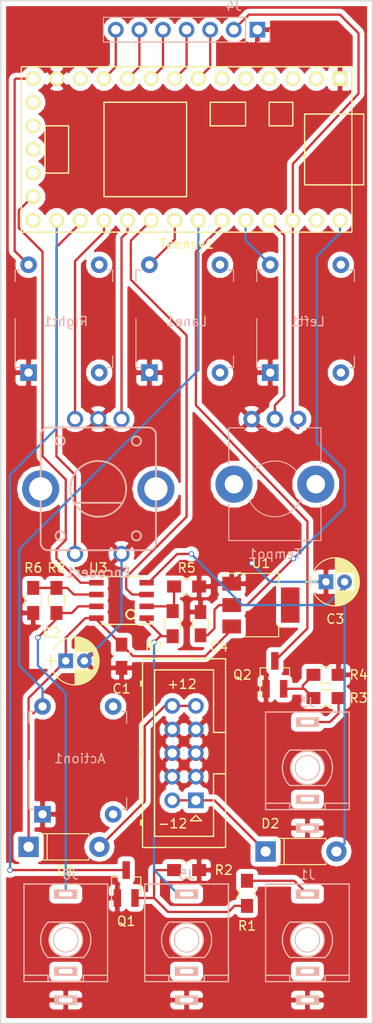
<source format=kicad_pcb>
(kicad_pcb (version 4) (host pcbnew 4.0.7)

  (general
    (links 75)
    (no_connects 0)
    (area 102.924999 48.924999 143.075001 159.075001)
    (thickness 1.6)
    (drawings 7)
    (tracks 182)
    (zones 0)
    (modules 31)
    (nets 49)
  )

  (page A4)
  (layers
    (0 F.Cu signal)
    (31 B.Cu signal hide)
    (32 B.Adhes user)
    (33 F.Adhes user)
    (34 B.Paste user)
    (35 F.Paste user)
    (36 B.SilkS user)
    (37 F.SilkS user)
    (38 B.Mask user)
    (39 F.Mask user)
    (40 Dwgs.User user)
    (41 Cmts.User user)
    (42 Eco1.User user)
    (43 Eco2.User user)
    (44 Edge.Cuts user)
    (45 Margin user)
    (46 B.CrtYd user)
    (47 F.CrtYd user)
    (48 B.Fab user)
    (49 F.Fab user)
  )

  (setup
    (last_trace_width 0.25)
    (trace_clearance 0.2)
    (zone_clearance 0.508)
    (zone_45_only no)
    (trace_min 0.2)
    (segment_width 0.2)
    (edge_width 0.15)
    (via_size 0.6)
    (via_drill 0.4)
    (via_min_size 0.4)
    (via_min_drill 0.3)
    (uvia_size 0.3)
    (uvia_drill 0.1)
    (uvias_allowed no)
    (uvia_min_size 0.2)
    (uvia_min_drill 0.1)
    (pcb_text_width 0.3)
    (pcb_text_size 1.5 1.5)
    (mod_edge_width 0.15)
    (mod_text_size 1 1)
    (mod_text_width 0.15)
    (pad_size 1.75 1.75)
    (pad_drill 1.1)
    (pad_to_mask_clearance 0.2)
    (aux_axis_origin 105.5 51.5)
    (visible_elements 7FFEFFFF)
    (pcbplotparams
      (layerselection 0x010f0_80000001)
      (usegerberextensions false)
      (excludeedgelayer true)
      (linewidth 0.100000)
      (plotframeref false)
      (viasonmask false)
      (mode 1)
      (useauxorigin false)
      (hpglpennumber 1)
      (hpglpenspeed 20)
      (hpglpendiameter 15)
      (hpglpenoverlay 2)
      (psnegative false)
      (psa4output false)
      (plotreference true)
      (plotvalue true)
      (plotinvisibletext false)
      (padsonsilk false)
      (subtractmaskfromsilk false)
      (outputformat 1)
      (mirror false)
      (drillshape 0)
      (scaleselection 1)
      (outputdirectory Gerbers/))
  )

  (net 0 "")
  (net 1 "Net-(Q1-Pad2)")
  (net 2 /CLOCK)
  (net 3 GND)
  (net 4 "Net-(Q2-Pad2)")
  (net 5 /ACTION)
  (net 6 VCC)
  (net 7 VEE)
  (net 8 +5V)
  (net 9 "Net-(D1-Pad2)")
  (net 10 "Net-(D2-Pad1)")
  (net 11 "Net-(J1-Pad2)")
  (net 12 "Net-(J3-Pad2)")
  (net 13 "Net-(J5-Pad3)")
  (net 14 "Net-(J5-Pad2)")
  (net 15 "Net-(J6-Pad3)")
  (net 16 "Net-(J6-Pad2)")
  (net 17 "Net-(R5-Pad2)")
  (net 18 "Net-(R6-Pad2)")
  (net 19 +3V3)
  (net 20 /CV)
  (net 21 /GATE)
  (net 22 /OLED_D0)
  (net 23 /OLED_D1)
  (net 24 /OLED_CS)
  (net 25 /OLED_RES)
  (net 26 /OLED_DC)
  (net 27 /ENC_3)
  (net 28 /ENC_1)
  (net 29 /ENC_SW)
  (net 30 "Net-(J1-Pad3)")
  (net 31 "Net-(J3-Pad3)")
  (net 32 /SPEED)
  (net 33 /ACTIONCV)
  (net 34 /LANE)
  (net 35 /RIGHT)
  (net 36 /LEFT)
  (net 37 "Net-(Teensy1-Pad17)")
  (net 38 "Net-(Teensy1-Pad18)")
  (net 39 "Net-(Teensy1-Pad20)")
  (net 40 "Net-(Teensy1-Pad16)")
  (net 41 "Net-(Teensy1-Pad15)")
  (net 42 "Net-(Teensy1-Pad32)")
  (net 43 "Net-(Teensy1-Pad12)")
  (net 44 "Net-(Teensy1-Pad6)")
  (net 45 "Net-(Teensy1-Pad5)")
  (net 46 "Net-(Teensy1-Pad4)")
  (net 47 "Net-(Teensy1-Pad3)")
  (net 48 "Net-(Teensy1-Pad2)")

  (net_class Default "This is the default net class."
    (clearance 0.2)
    (trace_width 0.25)
    (via_dia 0.6)
    (via_drill 0.4)
    (uvia_dia 0.3)
    (uvia_drill 0.1)
    (add_net +3V3)
    (add_net +5V)
    (add_net /ACTION)
    (add_net /ACTIONCV)
    (add_net /CLOCK)
    (add_net /CV)
    (add_net /ENC_1)
    (add_net /ENC_3)
    (add_net /ENC_SW)
    (add_net /GATE)
    (add_net /LANE)
    (add_net /LEFT)
    (add_net /OLED_CS)
    (add_net /OLED_D0)
    (add_net /OLED_D1)
    (add_net /OLED_DC)
    (add_net /OLED_RES)
    (add_net /RIGHT)
    (add_net /SPEED)
    (add_net GND)
    (add_net "Net-(D1-Pad2)")
    (add_net "Net-(D2-Pad1)")
    (add_net "Net-(J1-Pad2)")
    (add_net "Net-(J1-Pad3)")
    (add_net "Net-(J3-Pad2)")
    (add_net "Net-(J3-Pad3)")
    (add_net "Net-(J5-Pad2)")
    (add_net "Net-(J5-Pad3)")
    (add_net "Net-(J6-Pad2)")
    (add_net "Net-(J6-Pad3)")
    (add_net "Net-(Q1-Pad2)")
    (add_net "Net-(Q2-Pad2)")
    (add_net "Net-(R5-Pad2)")
    (add_net "Net-(R6-Pad2)")
    (add_net "Net-(Teensy1-Pad12)")
    (add_net "Net-(Teensy1-Pad15)")
    (add_net "Net-(Teensy1-Pad16)")
    (add_net "Net-(Teensy1-Pad17)")
    (add_net "Net-(Teensy1-Pad18)")
    (add_net "Net-(Teensy1-Pad2)")
    (add_net "Net-(Teensy1-Pad20)")
    (add_net "Net-(Teensy1-Pad3)")
    (add_net "Net-(Teensy1-Pad32)")
    (add_net "Net-(Teensy1-Pad4)")
    (add_net "Net-(Teensy1-Pad5)")
    (add_net "Net-(Teensy1-Pad6)")
    (add_net VCC)
    (add_net VEE)
  )

  (module Connectors_Multicomp:Multicomp_MC9A12-1034_2x05x2.54mm_Straight (layer F.Cu) (tedit 5B4CD764) (tstamp 5B4373B1)
    (at 124 135 90)
    (descr http://www.farnell.com/datasheets/1520732.pdf)
    (tags "connector multicomp MC9A MC9A12")
    (path /5B44E65B)
    (fp_text reference J2 (at -3 -7 90) (layer F.SilkS) hide
      (effects (font (size 1 1) (thickness 0.15)))
    )
    (fp_text value Eurorack_10_pin_power (at 5.08 5 90) (layer F.Fab)
      (effects (font (size 1 1) (thickness 0.15)))
    )
    (fp_line (start -5.07 3.2) (end -5.07 -5.74) (layer F.SilkS) (width 0.15))
    (fp_line (start -5.07 -5.74) (end 15.23 -5.74) (layer F.SilkS) (width 0.15))
    (fp_line (start 15.23 -5.74) (end 15.23 3.2) (layer F.SilkS) (width 0.15))
    (fp_line (start 15.23 3.2) (end -5.07 3.2) (layer F.SilkS) (width 0.15))
    (fp_line (start 2.855 3.2) (end 2.855 1.9) (layer F.SilkS) (width 0.15))
    (fp_line (start 2.855 1.9) (end -3.87 1.9) (layer F.SilkS) (width 0.15))
    (fp_line (start -3.87 1.9) (end -3.87 -4.44) (layer F.SilkS) (width 0.15))
    (fp_line (start -3.87 -4.44) (end 14.03 -4.44) (layer F.SilkS) (width 0.15))
    (fp_line (start 14.03 -4.44) (end 14.03 1.9) (layer F.SilkS) (width 0.15))
    (fp_line (start 14.03 1.9) (end 7.305 1.9) (layer F.SilkS) (width 0.15))
    (fp_line (start 7.305 1.9) (end 7.305 3.2) (layer F.SilkS) (width 0.15))
    (fp_line (start 4.83 -5.74) (end 4.83 -5.94) (layer F.SilkS) (width 0.15))
    (fp_line (start 4.83 -5.94) (end 5.33 -5.94) (layer F.SilkS) (width 0.15))
    (fp_line (start 5.33 -5.94) (end 5.33 -5.74) (layer F.SilkS) (width 0.15))
    (fp_line (start 4.83 -5.84) (end 5.33 -5.84) (layer F.SilkS) (width 0.15))
    (fp_line (start 12.31 -5.74) (end 12.31 -5.94) (layer F.SilkS) (width 0.15))
    (fp_line (start 12.31 -5.94) (end 12.81 -5.94) (layer F.SilkS) (width 0.15))
    (fp_line (start 12.81 -5.94) (end 12.81 -5.74) (layer F.SilkS) (width 0.15))
    (fp_line (start 12.31 -5.84) (end 12.81 -5.84) (layer F.SilkS) (width 0.15))
    (fp_line (start -2.65 -5.74) (end -2.65 -5.94) (layer F.SilkS) (width 0.15))
    (fp_line (start -2.65 -5.94) (end -2.15 -5.94) (layer F.SilkS) (width 0.15))
    (fp_line (start -2.15 -5.94) (end -2.15 -5.74) (layer F.SilkS) (width 0.15))
    (fp_line (start -2.65 -5.84) (end -2.15 -5.84) (layer F.SilkS) (width 0.15))
    (fp_line (start -2.2 0.6) (end -2.2 -0.6) (layer F.SilkS) (width 0.15))
    (fp_line (start -2.2 -0.6) (end -1.6 0) (layer F.SilkS) (width 0.15))
    (fp_line (start -1.6 0) (end -2.2 0.6) (layer F.SilkS) (width 0.15))
    (fp_line (start -5.55 3.7) (end -5.55 -6.25) (layer F.CrtYd) (width 0.05))
    (fp_line (start -5.55 -6.25) (end 15.75 -6.25) (layer F.CrtYd) (width 0.05))
    (fp_line (start 15.75 -6.25) (end 15.75 3.7) (layer F.CrtYd) (width 0.05))
    (fp_line (start 15.75 3.7) (end -5.55 3.7) (layer F.CrtYd) (width 0.05))
    (pad 1 thru_hole rect (at 0 0 90) (size 1.7 1.7) (drill 1) (layers *.Cu *.Mask)
      (net 10 "Net-(D2-Pad1)"))
    (pad 2 thru_hole circle (at 0 -2.54 90) (size 1.7 1.7) (drill 1) (layers *.Cu *.Mask)
      (net 10 "Net-(D2-Pad1)"))
    (pad 3 thru_hole circle (at 2.54 0 90) (size 1.7 1.7) (drill 1) (layers *.Cu *.Mask)
      (net 3 GND))
    (pad 4 thru_hole circle (at 2.54 -2.54 90) (size 1.7 1.7) (drill 1) (layers *.Cu *.Mask)
      (net 3 GND))
    (pad 5 thru_hole circle (at 5.08 0 90) (size 1.7 1.7) (drill 1) (layers *.Cu *.Mask)
      (net 3 GND))
    (pad 6 thru_hole circle (at 5.08 -2.54 90) (size 1.7 1.7) (drill 1) (layers *.Cu *.Mask)
      (net 3 GND))
    (pad 7 thru_hole circle (at 7.62 0 90) (size 1.7 1.7) (drill 1) (layers *.Cu *.Mask)
      (net 3 GND))
    (pad 8 thru_hole circle (at 7.62 -2.54 90) (size 1.7 1.7) (drill 1) (layers *.Cu *.Mask)
      (net 3 GND))
    (pad 9 thru_hole circle (at 10.16 0 90) (size 1.7 1.7) (drill 1) (layers *.Cu *.Mask)
      (net 9 "Net-(D1-Pad2)"))
    (pad 10 thru_hole circle (at 10.16 -2.54 90) (size 1.7 1.7) (drill 1) (layers *.Cu *.Mask)
      (net 9 "Net-(D1-Pad2)"))
  )

  (module Buttons_Switches_THT:SW_MEC_5GTH9 (layer B.Cu) (tedit 5B4DDDE3) (tstamp 5B437412)
    (at 107.5 136.5)
    (descr "MEC 5G single pole normally-open tactile switch")
    (tags "switch normally-open pushbutton push-button")
    (path /5B423AB9)
    (fp_text reference Action1 (at 4 -6) (layer B.SilkS)
      (effects (font (size 1 1) (thickness 0.15)) (justify mirror))
    )
    (fp_text value "Action Button" (at 3.8 -13.6 180) (layer B.Fab)
      (effects (font (size 1 1) (thickness 0.15)) (justify mirror))
    )
    (fp_line (start -1.5 1.2) (end 9.1 1.2) (layer B.CrtYd) (width 0.05))
    (fp_line (start 9.1 1.2) (end 9.1 -12.8) (layer B.CrtYd) (width 0.05))
    (fp_line (start 9.1 -12.8) (end -1.5 -12.8) (layer B.CrtYd) (width 0.05))
    (fp_line (start -1.5 -12.8) (end -1.5 1.2) (layer B.CrtYd) (width 0.05))
    (fp_line (start 8.5 -0.55) (end 9.05 -0.55) (layer B.SilkS) (width 0.12))
    (fp_line (start 9.05 -0.55) (end 9.05 -1.8) (layer B.SilkS) (width 0.12))
    (fp_line (start 8.5 -11.05) (end 9.05 -11.05) (layer B.SilkS) (width 0.12))
    (fp_line (start 9.05 -11.05) (end 9.05 -9.8) (layer B.SilkS) (width 0.12))
    (fp_line (start -0.9 -0.55) (end -1.45 -0.55) (layer B.SilkS) (width 0.12))
    (fp_line (start -1.45 -0.55) (end -1.45 -5.8) (layer B.SilkS) (width 0.12))
    (fp_line (start -0.9 -11.05) (end -1.45 -11.05) (layer B.SilkS) (width 0.12))
    (fp_line (start -1.45 -11.05) (end -1.45 -9.8) (layer B.SilkS) (width 0.12))
    (fp_circle (center -0.05 -1.5) (end -0.05 -1.1) (layer B.Fab) (width 0.1))
    (fp_line (start -1.2 -10.8) (end -1.2 -0.8) (layer B.Fab) (width 0.1))
    (fp_line (start -1.2 -0.8) (end 8.8 -0.8) (layer B.Fab) (width 0.1))
    (fp_line (start 8.8 -0.8) (end 8.8 -10.8) (layer B.Fab) (width 0.1))
    (fp_line (start 8.8 -10.8) (end -1.2 -10.8) (layer B.Fab) (width 0.1))
    (pad 3 thru_hole circle (at 7.6 0 270) (size 1.8 1.8) (drill 0.9) (layers *.Cu *.Mask))
    (pad 4 thru_hole circle (at 7.6 -11.6 270) (size 1.8 1.8) (drill 0.9) (layers *.Cu *.Mask))
    (pad 1 thru_hole rect (at 0 0 270) (size 1.8 1.8) (drill 0.9) (layers *.Cu *.Mask)
      (net 3 GND))
    (pad 2 thru_hole circle (at 0 -11.6 270) (size 1.8 1.8) (drill 0.9) (layers *.Cu *.Mask)
      (net 5 /ACTION))
    (model ${KISYS3DMOD}/Buttons_Switches_THT.3dshapes/SW_MEC_5GTH9.wrl
      (at (xyz 0 0 0))
      (scale (xyz 1 1 1))
      (rotate (xyz 0 0 0))
    )
  )

  (module PlayDice:OLED_7_Pin_Connector (layer B.Cu) (tedit 5B437731) (tstamp 5B4373C3)
    (at 123 44.5 180)
    (descr "Through hole straight socket strip, 1x07, 2.54mm pitch, single row")
    (tags "Through hole socket strip THT 1x07 2.54mm single row")
    (path /5B3FAA95)
    (fp_text reference J4 (at -5.08 -5.08 180) (layer B.SilkS)
      (effects (font (size 1 1) (thickness 0.15)) (justify mirror))
    )
    (fp_text value OLED (at 1.27 -5.08 360) (layer B.Fab)
      (effects (font (size 1 1) (thickness 0.15)) (justify mirror))
    )
    (fp_line (start -8.89 -8.89) (end 8.89 -8.89) (layer B.Fab) (width 0.1))
    (fp_line (start 8.89 -8.89) (end 8.89 -6.35) (layer B.Fab) (width 0.1))
    (fp_line (start 8.89 -6.35) (end -8.89 -6.35) (layer B.Fab) (width 0.1))
    (fp_line (start -8.89 -6.35) (end -8.89 -8.89) (layer B.Fab) (width 0.1))
    (fp_line (start -6.35 -8.95) (end 8.95 -8.95) (layer B.SilkS) (width 0.12))
    (fp_line (start 8.95 -8.95) (end 8.95 -6.29) (layer B.SilkS) (width 0.12))
    (fp_line (start 8.95 -6.29) (end -6.35 -6.29) (layer B.SilkS) (width 0.12))
    (fp_line (start -6.35 -6.29) (end -6.35 -8.95) (layer B.SilkS) (width 0.12))
    (fp_line (start -7.62 -8.95) (end -8.95 -8.95) (layer B.SilkS) (width 0.12))
    (fp_line (start -8.95 -8.95) (end -8.95 -7.62) (layer B.SilkS) (width 0.12))
    (fp_line (start -9.42 -9.42) (end 9.43 -9.42) (layer B.CrtYd) (width 0.05))
    (fp_line (start 9.43 -9.42) (end 9.43 -5.82) (layer B.CrtYd) (width 0.05))
    (fp_line (start 9.43 -5.82) (end -9.42 -5.82) (layer B.CrtYd) (width 0.05))
    (fp_line (start -9.42 -5.82) (end -9.42 -9.42) (layer B.CrtYd) (width 0.05))
    (fp_text user %R (at -5.08 -5.08 360) (layer B.Fab)
      (effects (font (size 1 1) (thickness 0.15)) (justify mirror))
    )
    (pad 1 thru_hole rect (at -7.62 -7.62 90) (size 1.7 1.7) (drill 1) (layers *.Cu *.Mask)
      (net 3 GND))
    (pad 2 thru_hole oval (at -5.08 -7.62 90) (size 1.7 1.7) (drill 1) (layers *.Cu *.Mask)
      (net 19 +3V3))
    (pad 3 thru_hole oval (at -2.54 -7.62 90) (size 1.7 1.7) (drill 1) (layers *.Cu *.Mask)
      (net 22 /OLED_D0))
    (pad 4 thru_hole oval (at 0 -7.62 90) (size 1.7 1.7) (drill 1) (layers *.Cu *.Mask)
      (net 23 /OLED_D1))
    (pad 5 thru_hole oval (at 2.54 -7.62 90) (size 1.7 1.7) (drill 1) (layers *.Cu *.Mask)
      (net 25 /OLED_RES))
    (pad 6 thru_hole oval (at 5.08 -7.62 90) (size 1.7 1.7) (drill 1) (layers *.Cu *.Mask)
      (net 26 /OLED_DC))
    (pad 7 thru_hole oval (at 7.62 -7.62 90) (size 1.7 1.7) (drill 1) (layers *.Cu *.Mask)
      (net 24 /OLED_CS))
    (model ${KISYS3DMOD}/Socket_Strips.3dshapes/Socket_Strip_Straight_1x07_Pitch2.54mm.wrl
      (at (xyz 0 -0.3 0))
      (scale (xyz 1 1 1))
      (rotate (xyz 0 0 0))
    )
  )

  (module Buttons_Switches_THT:SW_MEC_5GTH9 (layer B.Cu) (tedit 5B4DDDF7) (tstamp 5B43741A)
    (at 119 89)
    (descr "MEC 5G single pole normally-open tactile switch")
    (tags "switch normally-open pushbutton push-button")
    (path /5B422EFA)
    (fp_text reference Lane1 (at 4 -5.5) (layer B.SilkS)
      (effects (font (size 1 1) (thickness 0.15)) (justify mirror))
    )
    (fp_text value "Lane Button" (at 3.8 -13.6 180) (layer B.Fab)
      (effects (font (size 1 1) (thickness 0.15)) (justify mirror))
    )
    (fp_line (start -1.5 1.2) (end 9.1 1.2) (layer B.CrtYd) (width 0.05))
    (fp_line (start 9.1 1.2) (end 9.1 -12.8) (layer B.CrtYd) (width 0.05))
    (fp_line (start 9.1 -12.8) (end -1.5 -12.8) (layer B.CrtYd) (width 0.05))
    (fp_line (start -1.5 -12.8) (end -1.5 1.2) (layer B.CrtYd) (width 0.05))
    (fp_line (start 8.5 -0.55) (end 9.05 -0.55) (layer B.SilkS) (width 0.12))
    (fp_line (start 9.05 -0.55) (end 9.05 -1.8) (layer B.SilkS) (width 0.12))
    (fp_line (start 8.5 -11.05) (end 9.05 -11.05) (layer B.SilkS) (width 0.12))
    (fp_line (start 9.05 -11.05) (end 9.05 -9.8) (layer B.SilkS) (width 0.12))
    (fp_line (start -0.9 -0.55) (end -1.45 -0.55) (layer B.SilkS) (width 0.12))
    (fp_line (start -1.45 -0.55) (end -1.45 -5.8) (layer B.SilkS) (width 0.12))
    (fp_line (start -0.9 -11.05) (end -1.45 -11.05) (layer B.SilkS) (width 0.12))
    (fp_line (start -1.45 -11.05) (end -1.45 -9.8) (layer B.SilkS) (width 0.12))
    (fp_circle (center -0.05 -1.5) (end -0.05 -1.1) (layer B.Fab) (width 0.1))
    (fp_line (start -1.2 -10.8) (end -1.2 -0.8) (layer B.Fab) (width 0.1))
    (fp_line (start -1.2 -0.8) (end 8.8 -0.8) (layer B.Fab) (width 0.1))
    (fp_line (start 8.8 -0.8) (end 8.8 -10.8) (layer B.Fab) (width 0.1))
    (fp_line (start 8.8 -10.8) (end -1.2 -10.8) (layer B.Fab) (width 0.1))
    (pad 3 thru_hole circle (at 7.6 0 270) (size 1.8 1.8) (drill 0.9) (layers *.Cu *.Mask))
    (pad 4 thru_hole circle (at 7.6 -11.6 270) (size 1.8 1.8) (drill 0.9) (layers *.Cu *.Mask))
    (pad 1 thru_hole rect (at 0 0 270) (size 1.8 1.8) (drill 0.9) (layers *.Cu *.Mask)
      (net 3 GND))
    (pad 2 thru_hole circle (at 0 -11.6 270) (size 1.8 1.8) (drill 0.9) (layers *.Cu *.Mask)
      (net 34 /LANE))
    (model ${KISYS3DMOD}/Buttons_Switches_THT.3dshapes/SW_MEC_5GTH9.wrl
      (at (xyz 0 0 0))
      (scale (xyz 1 1 1))
      (rotate (xyz 0 0 0))
    )
  )

  (module Buttons_Switches_THT:SW_MEC_5GTH9 (layer B.Cu) (tedit 5B4DDDFD) (tstamp 5B437422)
    (at 106 89)
    (descr "MEC 5G single pole normally-open tactile switch")
    (tags "switch normally-open pushbutton push-button")
    (path /5A99E833)
    (fp_text reference Right1 (at 4 -5.5) (layer B.SilkS)
      (effects (font (size 1 1) (thickness 0.15)) (justify mirror))
    )
    (fp_text value "Right Button" (at 3.8 -13.6 180) (layer B.Fab)
      (effects (font (size 1 1) (thickness 0.15)) (justify mirror))
    )
    (fp_line (start -1.5 1.2) (end 9.1 1.2) (layer B.CrtYd) (width 0.05))
    (fp_line (start 9.1 1.2) (end 9.1 -12.8) (layer B.CrtYd) (width 0.05))
    (fp_line (start 9.1 -12.8) (end -1.5 -12.8) (layer B.CrtYd) (width 0.05))
    (fp_line (start -1.5 -12.8) (end -1.5 1.2) (layer B.CrtYd) (width 0.05))
    (fp_line (start 8.5 -0.55) (end 9.05 -0.55) (layer B.SilkS) (width 0.12))
    (fp_line (start 9.05 -0.55) (end 9.05 -1.8) (layer B.SilkS) (width 0.12))
    (fp_line (start 8.5 -11.05) (end 9.05 -11.05) (layer B.SilkS) (width 0.12))
    (fp_line (start 9.05 -11.05) (end 9.05 -9.8) (layer B.SilkS) (width 0.12))
    (fp_line (start -0.9 -0.55) (end -1.45 -0.55) (layer B.SilkS) (width 0.12))
    (fp_line (start -1.45 -0.55) (end -1.45 -5.8) (layer B.SilkS) (width 0.12))
    (fp_line (start -0.9 -11.05) (end -1.45 -11.05) (layer B.SilkS) (width 0.12))
    (fp_line (start -1.45 -11.05) (end -1.45 -9.8) (layer B.SilkS) (width 0.12))
    (fp_circle (center -0.05 -1.5) (end -0.05 -1.1) (layer B.Fab) (width 0.1))
    (fp_line (start -1.2 -10.8) (end -1.2 -0.8) (layer B.Fab) (width 0.1))
    (fp_line (start -1.2 -0.8) (end 8.8 -0.8) (layer B.Fab) (width 0.1))
    (fp_line (start 8.8 -0.8) (end 8.8 -10.8) (layer B.Fab) (width 0.1))
    (fp_line (start 8.8 -10.8) (end -1.2 -10.8) (layer B.Fab) (width 0.1))
    (pad 3 thru_hole circle (at 7.6 0 270) (size 1.8 1.8) (drill 0.9) (layers *.Cu *.Mask))
    (pad 4 thru_hole circle (at 7.6 -11.6 270) (size 1.8 1.8) (drill 0.9) (layers *.Cu *.Mask))
    (pad 1 thru_hole rect (at 0 0 270) (size 1.8 1.8) (drill 0.9) (layers *.Cu *.Mask)
      (net 3 GND))
    (pad 2 thru_hole circle (at 0 -11.6 270) (size 1.8 1.8) (drill 0.9) (layers *.Cu *.Mask)
      (net 35 /RIGHT))
    (model ${KISYS3DMOD}/Buttons_Switches_THT.3dshapes/SW_MEC_5GTH9.wrl
      (at (xyz 0 0 0))
      (scale (xyz 1 1 1))
      (rotate (xyz 0 0 0))
    )
  )

  (module Buttons_Switches_THT:SW_MEC_5GTH9 (layer B.Cu) (tedit 5B4DDDEE) (tstamp 5B43742A)
    (at 132 89)
    (descr "MEC 5G single pole normally-open tactile switch")
    (tags "switch normally-open pushbutton push-button")
    (path /5A99E8D7)
    (fp_text reference Left1 (at 4 -5.5) (layer B.SilkS)
      (effects (font (size 1 1) (thickness 0.15)) (justify mirror))
    )
    (fp_text value "Left Button" (at 3.8 -13.6 180) (layer B.Fab)
      (effects (font (size 1 1) (thickness 0.15)) (justify mirror))
    )
    (fp_line (start -1.5 1.2) (end 9.1 1.2) (layer B.CrtYd) (width 0.05))
    (fp_line (start 9.1 1.2) (end 9.1 -12.8) (layer B.CrtYd) (width 0.05))
    (fp_line (start 9.1 -12.8) (end -1.5 -12.8) (layer B.CrtYd) (width 0.05))
    (fp_line (start -1.5 -12.8) (end -1.5 1.2) (layer B.CrtYd) (width 0.05))
    (fp_line (start 8.5 -0.55) (end 9.05 -0.55) (layer B.SilkS) (width 0.12))
    (fp_line (start 9.05 -0.55) (end 9.05 -1.8) (layer B.SilkS) (width 0.12))
    (fp_line (start 8.5 -11.05) (end 9.05 -11.05) (layer B.SilkS) (width 0.12))
    (fp_line (start 9.05 -11.05) (end 9.05 -9.8) (layer B.SilkS) (width 0.12))
    (fp_line (start -0.9 -0.55) (end -1.45 -0.55) (layer B.SilkS) (width 0.12))
    (fp_line (start -1.45 -0.55) (end -1.45 -5.8) (layer B.SilkS) (width 0.12))
    (fp_line (start -0.9 -11.05) (end -1.45 -11.05) (layer B.SilkS) (width 0.12))
    (fp_line (start -1.45 -11.05) (end -1.45 -9.8) (layer B.SilkS) (width 0.12))
    (fp_circle (center -0.05 -1.5) (end -0.05 -1.1) (layer B.Fab) (width 0.1))
    (fp_line (start -1.2 -10.8) (end -1.2 -0.8) (layer B.Fab) (width 0.1))
    (fp_line (start -1.2 -0.8) (end 8.8 -0.8) (layer B.Fab) (width 0.1))
    (fp_line (start 8.8 -0.8) (end 8.8 -10.8) (layer B.Fab) (width 0.1))
    (fp_line (start 8.8 -10.8) (end -1.2 -10.8) (layer B.Fab) (width 0.1))
    (pad 3 thru_hole circle (at 7.6 0 270) (size 1.8 1.8) (drill 0.9) (layers *.Cu *.Mask))
    (pad 4 thru_hole circle (at 7.6 -11.6 270) (size 1.8 1.8) (drill 0.9) (layers *.Cu *.Mask))
    (pad 1 thru_hole rect (at 0 0 270) (size 1.8 1.8) (drill 0.9) (layers *.Cu *.Mask)
      (net 3 GND))
    (pad 2 thru_hole circle (at 0 -11.6 270) (size 1.8 1.8) (drill 0.9) (layers *.Cu *.Mask)
      (net 36 /LEFT))
    (model ${KISYS3DMOD}/Buttons_Switches_THT.3dshapes/SW_MEC_5GTH9.wrl
      (at (xyz 0 0 0))
      (scale (xyz 1 1 1))
      (rotate (xyz 0 0 0))
    )
  )

  (module PlayDice:Rotary_Encoder_Switch (layer B.Cu) (tedit 5B4DDE1A) (tstamp 5B437435)
    (at 113.5 101.5)
    (tags "rotary, encoder, ALPS")
    (path /5B42372D)
    (fp_text reference Encoder1 (at 0 9) (layer B.SilkS)
      (effects (font (size 1 1) (thickness 0.2)) (justify mirror))
    )
    (fp_text value Rotary_Encoder_Switch (at 0 4.8) (layer B.SilkS) hide
      (effects (font (size 1 1) (thickness 0.2)) (justify mirror))
    )
    (fp_circle (center 0 0) (end 3.75 0) (layer B.Fab) (width 0.05))
    (fp_circle (center -4.1 -5.15) (end -3.6 -5.15) (layer B.SilkS) (width 0.2))
    (fp_circle (center 4.1 -5.15) (end 4.6 -5.15) (layer B.SilkS) (width 0.2))
    (fp_circle (center 4.1 5.05) (end 4.6 5.05) (layer B.SilkS) (width 0.2))
    (fp_circle (center -4.1 5.05) (end -3.6 5.05) (layer B.SilkS) (width 0.2))
    (fp_line (start -6.2 -5.8) (end -6.2 5.8) (layer B.SilkS) (width 0.2))
    (fp_line (start 6.2 5.8) (end 6.2 -5.8) (layer B.SilkS) (width 0.2))
    (fp_line (start -5.4 6.6) (end 5.4 6.6) (layer B.SilkS) (width 0.2))
    (fp_line (start -5.4 -6.6) (end 5.4 -6.6) (layer B.SilkS) (width 0.2))
    (fp_arc (start -5.4 5.8) (end -6.2 5.8) (angle -90) (layer B.SilkS) (width 0.2))
    (fp_arc (start -5.4 -5.8) (end -5.4 -6.6) (angle -90) (layer B.SilkS) (width 0.2))
    (fp_arc (start 5.4 -5.8) (end 6.2 -5.8) (angle -90) (layer B.SilkS) (width 0.2))
    (fp_arc (start 5.4 5.8) (end 5.4 6.6) (angle -90) (layer B.SilkS) (width 0.2))
    (fp_line (start -2.6 1.5) (end 2.6 1.5) (layer B.SilkS) (width 0.2))
    (fp_circle (center 0 0) (end 3 0) (layer B.SilkS) (width 0.2))
    (pad 1 thru_hole circle (at -2.5 -7.5) (size 1.75 1.75) (drill 1.1) (layers *.Cu *.Mask)
      (net 28 /ENC_1))
    (pad 3 thru_hole circle (at 2.5 -7.5) (size 1.75 1.75) (drill 1.1) (layers *.Cu *.Mask)
      (net 27 /ENC_3))
    (pad 2 thru_hole circle (at 0 -7.5) (size 1.75 1.75) (drill 1.1) (layers *.Cu *.Mask)
      (net 3 GND))
    (pad 5 thru_hole circle (at 2.5 7) (size 1.75 1.75) (drill 1.1) (layers *.Cu *.Mask)
      (net 3 GND))
    (pad 4 thru_hole circle (at -2.5 7) (size 1.75 1.75) (drill 1.1) (layers *.Cu *.Mask)
      (net 29 /ENC_SW))
    (pad body thru_hole oval (at 6.2 0) (size 4 4) (drill 2.5) (layers *.Cu *.Mask))
    (pad body thru_hole oval (at -6.2 0) (size 4 4) (drill 2.5) (layers *.Cu *.Mask))
  )

  (module PlayDice:Teensy30_31_32_LC (layer F.Cu) (tedit 5B4CF91A) (tstamp 5B437474)
    (at 123 65 180)
    (path /5A99E489)
    (fp_text reference Teensy1 (at 0 -10.16 180) (layer F.SilkS)
      (effects (font (size 1 1) (thickness 0.15)))
    )
    (fp_text value Teensy3.2 (at 0 10.16 180) (layer F.Fab)
      (effects (font (size 1 1) (thickness 0.15)))
    )
    (fp_line (start -17.78 3.81) (end -19.05 3.81) (layer F.SilkS) (width 0.15))
    (fp_line (start -19.05 3.81) (end -19.05 -3.81) (layer F.SilkS) (width 0.15))
    (fp_line (start -19.05 -3.81) (end -17.78 -3.81) (layer F.SilkS) (width 0.15))
    (fp_line (start -6.35 5.08) (end -2.54 5.08) (layer F.SilkS) (width 0.15))
    (fp_line (start -2.54 5.08) (end -2.54 2.54) (layer F.SilkS) (width 0.15))
    (fp_line (start -2.54 2.54) (end -6.35 2.54) (layer F.SilkS) (width 0.15))
    (fp_line (start -6.35 2.54) (end -6.35 5.08) (layer F.SilkS) (width 0.15))
    (fp_line (start -12.7 3.81) (end -12.7 -3.81) (layer F.SilkS) (width 0.15))
    (fp_line (start -12.7 -3.81) (end -17.78 -3.81) (layer F.SilkS) (width 0.15))
    (fp_line (start -12.7 3.81) (end -17.78 3.81) (layer F.SilkS) (width 0.15))
    (fp_line (start -11.43 5.08) (end -8.89 5.08) (layer F.SilkS) (width 0.15))
    (fp_line (start -8.89 5.08) (end -8.89 2.54) (layer F.SilkS) (width 0.15))
    (fp_line (start -8.89 2.54) (end -11.43 2.54) (layer F.SilkS) (width 0.15))
    (fp_line (start -11.43 2.54) (end -11.43 5.08) (layer F.SilkS) (width 0.15))
    (fp_line (start 15.24 -2.54) (end 15.24 2.54) (layer F.SilkS) (width 0.15))
    (fp_line (start 15.24 2.54) (end 12.7 2.54) (layer F.SilkS) (width 0.15))
    (fp_line (start 12.7 2.54) (end 12.7 -2.54) (layer F.SilkS) (width 0.15))
    (fp_line (start 12.7 -2.54) (end 15.24 -2.54) (layer F.SilkS) (width 0.15))
    (fp_line (start 8.89 5.08) (end 8.89 -5.08) (layer F.SilkS) (width 0.15))
    (fp_line (start 0 -5.08) (end 0 5.08) (layer F.SilkS) (width 0.15))
    (fp_line (start 8.89 -5.08) (end 0 -5.08) (layer F.SilkS) (width 0.15))
    (fp_line (start 8.89 5.08) (end 0 5.08) (layer F.SilkS) (width 0.15))
    (fp_line (start -17.78 -8.89) (end 17.78 -8.89) (layer F.SilkS) (width 0.15))
    (fp_line (start 17.78 -8.89) (end 17.78 8.89) (layer F.SilkS) (width 0.15))
    (fp_line (start 17.78 8.89) (end -17.78 8.89) (layer F.SilkS) (width 0.15))
    (fp_line (start -17.78 8.89) (end -17.78 -8.89) (layer F.SilkS) (width 0.15))
    (pad 17 thru_hole circle (at 16.51 0 180) (size 1.6 1.6) (drill 1.1) (layers *.Cu *.Mask F.SilkS)
      (net 37 "Net-(Teensy1-Pad17)"))
    (pad 18 thru_hole circle (at 16.51 -2.54 180) (size 1.6 1.6) (drill 1.1) (layers *.Cu *.Mask F.SilkS)
      (net 38 "Net-(Teensy1-Pad18)"))
    (pad 19 thru_hole circle (at 16.51 -5.08 180) (size 1.6 1.6) (drill 1.1) (layers *.Cu *.Mask F.SilkS)
      (net 20 /CV))
    (pad 20 thru_hole circle (at 16.51 -7.62 180) (size 1.6 1.6) (drill 1.1) (layers *.Cu *.Mask F.SilkS)
      (net 39 "Net-(Teensy1-Pad20)"))
    (pad 16 thru_hole circle (at 16.51 2.54 180) (size 1.6 1.6) (drill 1.1) (layers *.Cu *.Mask F.SilkS)
      (net 40 "Net-(Teensy1-Pad16)"))
    (pad 15 thru_hole circle (at 16.51 5.08 180) (size 1.6 1.6) (drill 1.1) (layers *.Cu *.Mask F.SilkS)
      (net 41 "Net-(Teensy1-Pad15)"))
    (pad 14 thru_hole circle (at 16.51 7.62 180) (size 1.6 1.6) (drill 1.1) (layers *.Cu *.Mask F.SilkS)
      (net 35 /RIGHT))
    (pad 21 thru_hole circle (at 13.97 -7.62 180) (size 1.6 1.6) (drill 1.1) (layers *.Cu *.Mask F.SilkS)
      (net 2 /CLOCK))
    (pad 22 thru_hole circle (at 11.43 -7.62 180) (size 1.6 1.6) (drill 1.1) (layers *.Cu *.Mask F.SilkS)
      (net 29 /ENC_SW))
    (pad 23 thru_hole circle (at 8.89 -7.62 180) (size 1.6 1.6) (drill 1.1) (layers *.Cu *.Mask F.SilkS)
      (net 28 /ENC_1))
    (pad 24 thru_hole circle (at 6.35 -7.62 180) (size 1.6 1.6) (drill 1.1) (layers *.Cu *.Mask F.SilkS)
      (net 27 /ENC_3))
    (pad 25 thru_hole circle (at 3.81 -7.62 180) (size 1.6 1.6) (drill 1.1) (layers *.Cu *.Mask F.SilkS)
      (net 21 /GATE))
    (pad 26 thru_hole circle (at 1.27 -7.62 180) (size 1.6 1.6) (drill 1.1) (layers *.Cu *.Mask F.SilkS)
      (net 34 /LANE))
    (pad 27 thru_hole circle (at -1.27 -7.62 180) (size 1.6 1.6) (drill 1.1) (layers *.Cu *.Mask F.SilkS)
      (net 5 /ACTION))
    (pad 28 thru_hole circle (at -3.81 -7.62 180) (size 1.6 1.6) (drill 1.1) (layers *.Cu *.Mask F.SilkS)
      (net 33 /ACTIONCV))
    (pad 29 thru_hole circle (at -6.35 -7.62 180) (size 1.6 1.6) (drill 1.1) (layers *.Cu *.Mask F.SilkS)
      (net 36 /LEFT))
    (pad 30 thru_hole circle (at -8.89 -7.62 180) (size 1.6 1.6) (drill 1.1) (layers *.Cu *.Mask F.SilkS)
      (net 32 /SPEED))
    (pad 31 thru_hole circle (at -11.43 -7.62 180) (size 1.6 1.6) (drill 1.1) (layers *.Cu *.Mask F.SilkS)
      (net 19 +3V3))
    (pad 32 thru_hole circle (at -13.97 -7.62 180) (size 1.6 1.6) (drill 1.1) (layers *.Cu *.Mask F.SilkS)
      (net 42 "Net-(Teensy1-Pad32)"))
    (pad 33 thru_hole circle (at -16.51 -7.62 180) (size 1.6 1.6) (drill 1.1) (layers *.Cu *.Mask F.SilkS)
      (net 8 +5V))
    (pad 13 thru_hole circle (at 13.97 7.62 180) (size 1.6 1.6) (drill 1.1) (layers *.Cu *.Mask F.SilkS)
      (net 3 GND))
    (pad 12 thru_hole circle (at 11.43 7.62 180) (size 1.6 1.6) (drill 1.1) (layers *.Cu *.Mask F.SilkS)
      (net 43 "Net-(Teensy1-Pad12)"))
    (pad 11 thru_hole circle (at 8.89 7.62 180) (size 1.6 1.6) (drill 1.1) (layers *.Cu *.Mask F.SilkS)
      (net 24 /OLED_CS))
    (pad 10 thru_hole circle (at 6.35 7.62 180) (size 1.6 1.6) (drill 1.1) (layers *.Cu *.Mask F.SilkS)
      (net 26 /OLED_DC))
    (pad 9 thru_hole circle (at 3.81 7.62 180) (size 1.6 1.6) (drill 1.1) (layers *.Cu *.Mask F.SilkS)
      (net 25 /OLED_RES))
    (pad 8 thru_hole circle (at 1.27 7.62 180) (size 1.6 1.6) (drill 1.1) (layers *.Cu *.Mask F.SilkS)
      (net 23 /OLED_D1))
    (pad 7 thru_hole circle (at -1.27 7.62 180) (size 1.6 1.6) (drill 1.1) (layers *.Cu *.Mask F.SilkS)
      (net 22 /OLED_D0))
    (pad 6 thru_hole circle (at -3.81 7.62 180) (size 1.6 1.6) (drill 1.1) (layers *.Cu *.Mask F.SilkS)
      (net 44 "Net-(Teensy1-Pad6)"))
    (pad 5 thru_hole circle (at -6.35 7.62 180) (size 1.6 1.6) (drill 1.1) (layers *.Cu *.Mask F.SilkS)
      (net 45 "Net-(Teensy1-Pad5)"))
    (pad 4 thru_hole circle (at -8.89 7.62 180) (size 1.6 1.6) (drill 1.1) (layers *.Cu *.Mask F.SilkS)
      (net 46 "Net-(Teensy1-Pad4)"))
    (pad 3 thru_hole circle (at -11.43 7.62 180) (size 1.6 1.6) (drill 1.1) (layers *.Cu *.Mask F.SilkS)
      (net 47 "Net-(Teensy1-Pad3)"))
    (pad 2 thru_hole circle (at -13.97 7.62 180) (size 1.6 1.6) (drill 1.1) (layers *.Cu *.Mask F.SilkS)
      (net 48 "Net-(Teensy1-Pad2)"))
    (pad 1 thru_hole rect (at -16.51 7.62 180) (size 1.6 1.6) (drill 1.1) (layers *.Cu *.Mask F.SilkS)
      (net 3 GND))
  )

  (module Potentiometers:Potentiometer_Alps_RK09K_Horizontal (layer B.Cu) (tedit 5B4CFA36) (tstamp 5B43740A)
    (at 135 94 270)
    (descr "Potentiometer, horizontally mounted, Omeg PC16PU, Omeg PC16PU, Omeg PC16PU, Vishay/Spectrol 248GJ/249GJ Single, Vishay/Spectrol 248GJ/249GJ Single, Vishay/Spectrol 248GJ/249GJ Single, Vishay/Spectrol 248GH/249GH Single, Vishay/Spectrol 148/149 Single, Vishay/Spectrol 148/149 Single, Vishay/Spectrol 148/149 Single, Vishay/Spectrol 148A/149A Single with mounting plates, Vishay/Spectrol 148/149 Double, Vishay/Spectrol 148A/149A Double with mounting plates, Piher PC-16 Single, Piher PC-16 Single, Piher PC-16 Single, Piher PC-16SV Single, Piher PC-16 Double, Piher PC-16 Triple, Piher T16H Single, Piher T16L Single, Piher T16H Double, Alps RK163 Single, Alps RK163 Double, Alps RK097 Single, Alps RK097 Double, Bourns PTV09A-2 Single with mounting sleve Single, Bourns PTV09A-1 with mounting sleve Single, Bourns PRS11S Single, Alps RK09K Single with mounting sleve Single, Alps RK09K with mounting sleve Single, http://www.alps.com/prod/info/E/HTML/Potentiometer/RotaryPotentiometers/RK09K/RK09D1130C1B.html")
    (tags "Potentiometer horizontal  Omeg PC16PU  Omeg PC16PU  Omeg PC16PU  Vishay/Spectrol 248GJ/249GJ Single  Vishay/Spectrol 248GJ/249GJ Single  Vishay/Spectrol 248GJ/249GJ Single  Vishay/Spectrol 248GH/249GH Single  Vishay/Spectrol 148/149 Single  Vishay/Spectrol 148/149 Single  Vishay/Spectrol 148/149 Single  Vishay/Spectrol 148A/149A Single with mounting plates  Vishay/Spectrol 148/149 Double  Vishay/Spectrol 148A/149A Double with mounting plates  Piher PC-16 Single  Piher PC-16 Single  Piher PC-16 Single  Piher PC-16SV Single  Piher PC-16 Double  Piher PC-16 Triple  Piher T16H Single  Piher T16L Single  Piher T16H Double  Alps RK163 Single  Alps RK163 Double  Alps RK097 Single  Alps RK097 Double  Bourns PTV09A-2 Single with mounting sleve Single  Bourns PTV09A-1 with mounting sleve Single  Bourns PRS11S Single  Alps RK09K Single with mounting sleve Single  Alps RK09K with mounting sleve Single")
    (path /5A99E620)
    (fp_text reference Tempo1 (at 14.5 2.5 360) (layer B.SilkS)
      (effects (font (size 1 1) (thickness 0.15)) (justify mirror))
    )
    (fp_text value B10K (at 6.05 -5.15 270) (layer B.Fab)
      (effects (font (size 1 1) (thickness 0.15)) (justify mirror))
    )
    (fp_arc (start 7.5 2.5) (end 8.673 -0.262) (angle 134) (layer B.SilkS) (width 0.12))
    (fp_arc (start 7.5 2.5) (end 5.572 4.798) (angle 100) (layer B.SilkS) (width 0.12))
    (fp_circle (center 7.5 2.5) (end 10.75 2.5) (layer B.Fab) (width 0.1))
    (fp_circle (center 7.5 2.5) (end 10.5 2.5) (layer B.Fab) (width 0.1))
    (fp_line (start 1 7.4) (end 1 -2.4) (layer B.Fab) (width 0.1))
    (fp_line (start 1 -2.4) (end 13 -2.4) (layer B.Fab) (width 0.1))
    (fp_line (start 13 -2.4) (end 13 7.4) (layer B.Fab) (width 0.1))
    (fp_line (start 13 7.4) (end 1 7.4) (layer B.Fab) (width 0.1))
    (fp_line (start 0.94 7.461) (end 4.806 7.461) (layer B.SilkS) (width 0.12))
    (fp_line (start 9.195 7.461) (end 13.06 7.461) (layer B.SilkS) (width 0.12))
    (fp_line (start 0.94 -2.46) (end 4.806 -2.46) (layer B.SilkS) (width 0.12))
    (fp_line (start 9.195 -2.46) (end 13.06 -2.46) (layer B.SilkS) (width 0.12))
    (fp_line (start 0.94 7.461) (end 0.94 5.825) (layer B.SilkS) (width 0.12))
    (fp_line (start 0.94 4.175) (end 0.94 3.325) (layer B.SilkS) (width 0.12))
    (fp_line (start 0.94 1.675) (end 0.94 0.825) (layer B.SilkS) (width 0.12))
    (fp_line (start 0.94 -0.825) (end 0.94 -2.46) (layer B.SilkS) (width 0.12))
    (fp_line (start 13.06 7.461) (end 13.06 -2.46) (layer B.SilkS) (width 0.12))
    (fp_line (start -1.15 9.15) (end -1.15 -4.15) (layer B.CrtYd) (width 0.05))
    (fp_line (start -1.15 -4.15) (end 13.25 -4.15) (layer B.CrtYd) (width 0.05))
    (fp_line (start 13.25 -4.15) (end 13.25 9.15) (layer B.CrtYd) (width 0.05))
    (fp_line (start 13.25 9.15) (end -1.15 9.15) (layer B.CrtYd) (width 0.05))
    (pad 3 thru_hole circle (at 0 5 270) (size 1.8 1.8) (drill 1) (layers *.Cu *.Mask)
      (net 3 GND))
    (pad 2 thru_hole circle (at 0 2.5 270) (size 1.8 1.8) (drill 1) (layers *.Cu *.Mask)
      (net 32 /SPEED))
    (pad 1 thru_hole circle (at 0 0 270) (size 1.8 1.8) (drill 1) (layers *.Cu *.Mask)
      (net 19 +3V3))
    (pad 0 np_thru_hole circle (at 7 6.9 270) (size 4 4) (drill 2) (layers *.Cu *.Mask))
    (pad 0 np_thru_hole circle (at 7 -1.9 270) (size 4 4) (drill 2) (layers *.Cu *.Mask))
    (model Potentiometers.3dshapes/Potentiometer_Alps_RK09K_Horizontal.wrl
      (at (xyz 0 0 0))
      (scale (xyz 0.393701 0.393701 0.393701))
      (rotate (xyz 0 0 0))
    )
  )

  (module Diodes_THT:D_DO-41_SOD81_P7.62mm_Horizontal (layer F.Cu) (tedit 5B4CD6FC) (tstamp 5B43739C)
    (at 131.5 140.5)
    (descr "D, DO-41_SOD81 series, Axial, Horizontal, pin pitch=7.62mm, , length*diameter=5.2*2.7mm^2, , http://www.diodes.com/_files/packages/DO-41%20(Plastic).pdf")
    (tags "D DO-41_SOD81 series Axial Horizontal pin pitch 7.62mm  length 5.2mm diameter 2.7mm")
    (path /5B3FC835)
    (fp_text reference D2 (at 0.5 -3) (layer F.SilkS)
      (effects (font (size 1 1) (thickness 0.15)))
    )
    (fp_text value 1N5817 (at 3.81 2.41) (layer F.Fab)
      (effects (font (size 1 1) (thickness 0.15)))
    )
    (fp_text user %R (at 3.81 0) (layer F.Fab)
      (effects (font (size 1 1) (thickness 0.15)))
    )
    (fp_line (start 1.21 -1.35) (end 1.21 1.35) (layer F.Fab) (width 0.1))
    (fp_line (start 1.21 1.35) (end 6.41 1.35) (layer F.Fab) (width 0.1))
    (fp_line (start 6.41 1.35) (end 6.41 -1.35) (layer F.Fab) (width 0.1))
    (fp_line (start 6.41 -1.35) (end 1.21 -1.35) (layer F.Fab) (width 0.1))
    (fp_line (start 0 0) (end 1.21 0) (layer F.Fab) (width 0.1))
    (fp_line (start 7.62 0) (end 6.41 0) (layer F.Fab) (width 0.1))
    (fp_line (start 1.99 -1.35) (end 1.99 1.35) (layer F.Fab) (width 0.1))
    (fp_line (start 1.15 -1.28) (end 1.15 -1.41) (layer F.SilkS) (width 0.12))
    (fp_line (start 1.15 -1.41) (end 6.47 -1.41) (layer F.SilkS) (width 0.12))
    (fp_line (start 6.47 -1.41) (end 6.47 -1.28) (layer F.SilkS) (width 0.12))
    (fp_line (start 1.15 1.28) (end 1.15 1.41) (layer F.SilkS) (width 0.12))
    (fp_line (start 1.15 1.41) (end 6.47 1.41) (layer F.SilkS) (width 0.12))
    (fp_line (start 6.47 1.41) (end 6.47 1.28) (layer F.SilkS) (width 0.12))
    (fp_line (start 1.99 -1.41) (end 1.99 1.41) (layer F.SilkS) (width 0.12))
    (fp_line (start -1.35 -1.7) (end -1.35 1.7) (layer F.CrtYd) (width 0.05))
    (fp_line (start -1.35 1.7) (end 9 1.7) (layer F.CrtYd) (width 0.05))
    (fp_line (start 9 1.7) (end 9 -1.7) (layer F.CrtYd) (width 0.05))
    (fp_line (start 9 -1.7) (end -1.35 -1.7) (layer F.CrtYd) (width 0.05))
    (pad 1 thru_hole rect (at 0 0) (size 2.2 2.2) (drill 1.1) (layers *.Cu *.Mask)
      (net 10 "Net-(D2-Pad1)"))
    (pad 2 thru_hole oval (at 7.62 0) (size 2.2 2.2) (drill 1.1) (layers *.Cu *.Mask)
      (net 7 VEE))
    (model ${KISYS3DMOD}/Diodes_THT.3dshapes/D_DO-41_SOD81_P7.62mm_Horizontal.wrl
      (at (xyz 0 0 0))
      (scale (xyz 0.393701 0.393701 0.393701))
      (rotate (xyz 0 0 0))
    )
  )

  (module Diodes_THT:D_DO-41_SOD81_P7.62mm_Horizontal (layer F.Cu) (tedit 5B4CD6EC) (tstamp 5B437396)
    (at 106 140)
    (descr "D, DO-41_SOD81 series, Axial, Horizontal, pin pitch=7.62mm, , length*diameter=5.2*2.7mm^2, , http://www.diodes.com/_files/packages/DO-41%20(Plastic).pdf")
    (tags "D DO-41_SOD81 series Axial Horizontal pin pitch 7.62mm  length 5.2mm diameter 2.7mm")
    (path /5B3FC86C)
    (fp_text reference D1 (at 4 2.5) (layer F.SilkS)
      (effects (font (size 1 1) (thickness 0.15)))
    )
    (fp_text value 1N5817 (at 3.81 2.41) (layer F.Fab)
      (effects (font (size 1 1) (thickness 0.15)))
    )
    (fp_text user %R (at 3.81 0) (layer F.Fab)
      (effects (font (size 1 1) (thickness 0.15)))
    )
    (fp_line (start 1.21 -1.35) (end 1.21 1.35) (layer F.Fab) (width 0.1))
    (fp_line (start 1.21 1.35) (end 6.41 1.35) (layer F.Fab) (width 0.1))
    (fp_line (start 6.41 1.35) (end 6.41 -1.35) (layer F.Fab) (width 0.1))
    (fp_line (start 6.41 -1.35) (end 1.21 -1.35) (layer F.Fab) (width 0.1))
    (fp_line (start 0 0) (end 1.21 0) (layer F.Fab) (width 0.1))
    (fp_line (start 7.62 0) (end 6.41 0) (layer F.Fab) (width 0.1))
    (fp_line (start 1.99 -1.35) (end 1.99 1.35) (layer F.Fab) (width 0.1))
    (fp_line (start 1.15 -1.28) (end 1.15 -1.41) (layer F.SilkS) (width 0.12))
    (fp_line (start 1.15 -1.41) (end 6.47 -1.41) (layer F.SilkS) (width 0.12))
    (fp_line (start 6.47 -1.41) (end 6.47 -1.28) (layer F.SilkS) (width 0.12))
    (fp_line (start 1.15 1.28) (end 1.15 1.41) (layer F.SilkS) (width 0.12))
    (fp_line (start 1.15 1.41) (end 6.47 1.41) (layer F.SilkS) (width 0.12))
    (fp_line (start 6.47 1.41) (end 6.47 1.28) (layer F.SilkS) (width 0.12))
    (fp_line (start 1.99 -1.41) (end 1.99 1.41) (layer F.SilkS) (width 0.12))
    (fp_line (start -1.35 -1.7) (end -1.35 1.7) (layer F.CrtYd) (width 0.05))
    (fp_line (start -1.35 1.7) (end 9 1.7) (layer F.CrtYd) (width 0.05))
    (fp_line (start 9 1.7) (end 9 -1.7) (layer F.CrtYd) (width 0.05))
    (fp_line (start 9 -1.7) (end -1.35 -1.7) (layer F.CrtYd) (width 0.05))
    (pad 1 thru_hole rect (at 0 0) (size 2.2 2.2) (drill 1.1) (layers *.Cu *.Mask)
      (net 6 VCC))
    (pad 2 thru_hole oval (at 7.62 0) (size 2.2 2.2) (drill 1.1) (layers *.Cu *.Mask)
      (net 9 "Net-(D1-Pad2)"))
    (model ${KISYS3DMOD}/Diodes_THT.3dshapes/D_DO-41_SOD81_P7.62mm_Horizontal.wrl
      (at (xyz 0 0 0))
      (scale (xyz 0.393701 0.393701 0.393701))
      (rotate (xyz 0 0 0))
    )
  )

  (module Capacitors_THT:CP_Radial_D5.0mm_P2.00mm (layer F.Cu) (tedit 5B4CD706) (tstamp 5B43738A)
    (at 138 111.5)
    (descr "CP, Radial series, Radial, pin pitch=2.00mm, , diameter=5mm, Electrolytic Capacitor")
    (tags "CP Radial series Radial pin pitch 2.00mm  diameter 5mm Electrolytic Capacitor")
    (path /5B3FDAD7)
    (fp_text reference C3 (at 1 4) (layer F.SilkS)
      (effects (font (size 1 1) (thickness 0.15)))
    )
    (fp_text value 22uF (at 1 3.81) (layer F.Fab)
      (effects (font (size 1 1) (thickness 0.15)))
    )
    (fp_arc (start 1 0) (end -1.30558 -1.18) (angle 125.8) (layer F.SilkS) (width 0.12))
    (fp_arc (start 1 0) (end -1.30558 1.18) (angle -125.8) (layer F.SilkS) (width 0.12))
    (fp_arc (start 1 0) (end 3.30558 -1.18) (angle 54.2) (layer F.SilkS) (width 0.12))
    (fp_circle (center 1 0) (end 3.5 0) (layer F.Fab) (width 0.1))
    (fp_line (start -2.2 0) (end -1 0) (layer F.Fab) (width 0.1))
    (fp_line (start -1.6 -0.65) (end -1.6 0.65) (layer F.Fab) (width 0.1))
    (fp_line (start 1 -2.55) (end 1 2.55) (layer F.SilkS) (width 0.12))
    (fp_line (start 1.04 -2.55) (end 1.04 -0.98) (layer F.SilkS) (width 0.12))
    (fp_line (start 1.04 0.98) (end 1.04 2.55) (layer F.SilkS) (width 0.12))
    (fp_line (start 1.08 -2.549) (end 1.08 -0.98) (layer F.SilkS) (width 0.12))
    (fp_line (start 1.08 0.98) (end 1.08 2.549) (layer F.SilkS) (width 0.12))
    (fp_line (start 1.12 -2.548) (end 1.12 -0.98) (layer F.SilkS) (width 0.12))
    (fp_line (start 1.12 0.98) (end 1.12 2.548) (layer F.SilkS) (width 0.12))
    (fp_line (start 1.16 -2.546) (end 1.16 -0.98) (layer F.SilkS) (width 0.12))
    (fp_line (start 1.16 0.98) (end 1.16 2.546) (layer F.SilkS) (width 0.12))
    (fp_line (start 1.2 -2.543) (end 1.2 -0.98) (layer F.SilkS) (width 0.12))
    (fp_line (start 1.2 0.98) (end 1.2 2.543) (layer F.SilkS) (width 0.12))
    (fp_line (start 1.24 -2.539) (end 1.24 -0.98) (layer F.SilkS) (width 0.12))
    (fp_line (start 1.24 0.98) (end 1.24 2.539) (layer F.SilkS) (width 0.12))
    (fp_line (start 1.28 -2.535) (end 1.28 -0.98) (layer F.SilkS) (width 0.12))
    (fp_line (start 1.28 0.98) (end 1.28 2.535) (layer F.SilkS) (width 0.12))
    (fp_line (start 1.32 -2.531) (end 1.32 -0.98) (layer F.SilkS) (width 0.12))
    (fp_line (start 1.32 0.98) (end 1.32 2.531) (layer F.SilkS) (width 0.12))
    (fp_line (start 1.36 -2.525) (end 1.36 -0.98) (layer F.SilkS) (width 0.12))
    (fp_line (start 1.36 0.98) (end 1.36 2.525) (layer F.SilkS) (width 0.12))
    (fp_line (start 1.4 -2.519) (end 1.4 -0.98) (layer F.SilkS) (width 0.12))
    (fp_line (start 1.4 0.98) (end 1.4 2.519) (layer F.SilkS) (width 0.12))
    (fp_line (start 1.44 -2.513) (end 1.44 -0.98) (layer F.SilkS) (width 0.12))
    (fp_line (start 1.44 0.98) (end 1.44 2.513) (layer F.SilkS) (width 0.12))
    (fp_line (start 1.48 -2.506) (end 1.48 -0.98) (layer F.SilkS) (width 0.12))
    (fp_line (start 1.48 0.98) (end 1.48 2.506) (layer F.SilkS) (width 0.12))
    (fp_line (start 1.52 -2.498) (end 1.52 -0.98) (layer F.SilkS) (width 0.12))
    (fp_line (start 1.52 0.98) (end 1.52 2.498) (layer F.SilkS) (width 0.12))
    (fp_line (start 1.56 -2.489) (end 1.56 -0.98) (layer F.SilkS) (width 0.12))
    (fp_line (start 1.56 0.98) (end 1.56 2.489) (layer F.SilkS) (width 0.12))
    (fp_line (start 1.6 -2.48) (end 1.6 -0.98) (layer F.SilkS) (width 0.12))
    (fp_line (start 1.6 0.98) (end 1.6 2.48) (layer F.SilkS) (width 0.12))
    (fp_line (start 1.64 -2.47) (end 1.64 -0.98) (layer F.SilkS) (width 0.12))
    (fp_line (start 1.64 0.98) (end 1.64 2.47) (layer F.SilkS) (width 0.12))
    (fp_line (start 1.68 -2.46) (end 1.68 -0.98) (layer F.SilkS) (width 0.12))
    (fp_line (start 1.68 0.98) (end 1.68 2.46) (layer F.SilkS) (width 0.12))
    (fp_line (start 1.721 -2.448) (end 1.721 -0.98) (layer F.SilkS) (width 0.12))
    (fp_line (start 1.721 0.98) (end 1.721 2.448) (layer F.SilkS) (width 0.12))
    (fp_line (start 1.761 -2.436) (end 1.761 -0.98) (layer F.SilkS) (width 0.12))
    (fp_line (start 1.761 0.98) (end 1.761 2.436) (layer F.SilkS) (width 0.12))
    (fp_line (start 1.801 -2.424) (end 1.801 -0.98) (layer F.SilkS) (width 0.12))
    (fp_line (start 1.801 0.98) (end 1.801 2.424) (layer F.SilkS) (width 0.12))
    (fp_line (start 1.841 -2.41) (end 1.841 -0.98) (layer F.SilkS) (width 0.12))
    (fp_line (start 1.841 0.98) (end 1.841 2.41) (layer F.SilkS) (width 0.12))
    (fp_line (start 1.881 -2.396) (end 1.881 -0.98) (layer F.SilkS) (width 0.12))
    (fp_line (start 1.881 0.98) (end 1.881 2.396) (layer F.SilkS) (width 0.12))
    (fp_line (start 1.921 -2.382) (end 1.921 -0.98) (layer F.SilkS) (width 0.12))
    (fp_line (start 1.921 0.98) (end 1.921 2.382) (layer F.SilkS) (width 0.12))
    (fp_line (start 1.961 -2.366) (end 1.961 -0.98) (layer F.SilkS) (width 0.12))
    (fp_line (start 1.961 0.98) (end 1.961 2.366) (layer F.SilkS) (width 0.12))
    (fp_line (start 2.001 -2.35) (end 2.001 -0.98) (layer F.SilkS) (width 0.12))
    (fp_line (start 2.001 0.98) (end 2.001 2.35) (layer F.SilkS) (width 0.12))
    (fp_line (start 2.041 -2.333) (end 2.041 -0.98) (layer F.SilkS) (width 0.12))
    (fp_line (start 2.041 0.98) (end 2.041 2.333) (layer F.SilkS) (width 0.12))
    (fp_line (start 2.081 -2.315) (end 2.081 -0.98) (layer F.SilkS) (width 0.12))
    (fp_line (start 2.081 0.98) (end 2.081 2.315) (layer F.SilkS) (width 0.12))
    (fp_line (start 2.121 -2.296) (end 2.121 -0.98) (layer F.SilkS) (width 0.12))
    (fp_line (start 2.121 0.98) (end 2.121 2.296) (layer F.SilkS) (width 0.12))
    (fp_line (start 2.161 -2.276) (end 2.161 -0.98) (layer F.SilkS) (width 0.12))
    (fp_line (start 2.161 0.98) (end 2.161 2.276) (layer F.SilkS) (width 0.12))
    (fp_line (start 2.201 -2.256) (end 2.201 -0.98) (layer F.SilkS) (width 0.12))
    (fp_line (start 2.201 0.98) (end 2.201 2.256) (layer F.SilkS) (width 0.12))
    (fp_line (start 2.241 -2.234) (end 2.241 -0.98) (layer F.SilkS) (width 0.12))
    (fp_line (start 2.241 0.98) (end 2.241 2.234) (layer F.SilkS) (width 0.12))
    (fp_line (start 2.281 -2.212) (end 2.281 -0.98) (layer F.SilkS) (width 0.12))
    (fp_line (start 2.281 0.98) (end 2.281 2.212) (layer F.SilkS) (width 0.12))
    (fp_line (start 2.321 -2.189) (end 2.321 -0.98) (layer F.SilkS) (width 0.12))
    (fp_line (start 2.321 0.98) (end 2.321 2.189) (layer F.SilkS) (width 0.12))
    (fp_line (start 2.361 -2.165) (end 2.361 -0.98) (layer F.SilkS) (width 0.12))
    (fp_line (start 2.361 0.98) (end 2.361 2.165) (layer F.SilkS) (width 0.12))
    (fp_line (start 2.401 -2.14) (end 2.401 -0.98) (layer F.SilkS) (width 0.12))
    (fp_line (start 2.401 0.98) (end 2.401 2.14) (layer F.SilkS) (width 0.12))
    (fp_line (start 2.441 -2.113) (end 2.441 -0.98) (layer F.SilkS) (width 0.12))
    (fp_line (start 2.441 0.98) (end 2.441 2.113) (layer F.SilkS) (width 0.12))
    (fp_line (start 2.481 -2.086) (end 2.481 -0.98) (layer F.SilkS) (width 0.12))
    (fp_line (start 2.481 0.98) (end 2.481 2.086) (layer F.SilkS) (width 0.12))
    (fp_line (start 2.521 -2.058) (end 2.521 -0.98) (layer F.SilkS) (width 0.12))
    (fp_line (start 2.521 0.98) (end 2.521 2.058) (layer F.SilkS) (width 0.12))
    (fp_line (start 2.561 -2.028) (end 2.561 -0.98) (layer F.SilkS) (width 0.12))
    (fp_line (start 2.561 0.98) (end 2.561 2.028) (layer F.SilkS) (width 0.12))
    (fp_line (start 2.601 -1.997) (end 2.601 -0.98) (layer F.SilkS) (width 0.12))
    (fp_line (start 2.601 0.98) (end 2.601 1.997) (layer F.SilkS) (width 0.12))
    (fp_line (start 2.641 -1.965) (end 2.641 -0.98) (layer F.SilkS) (width 0.12))
    (fp_line (start 2.641 0.98) (end 2.641 1.965) (layer F.SilkS) (width 0.12))
    (fp_line (start 2.681 -1.932) (end 2.681 -0.98) (layer F.SilkS) (width 0.12))
    (fp_line (start 2.681 0.98) (end 2.681 1.932) (layer F.SilkS) (width 0.12))
    (fp_line (start 2.721 -1.897) (end 2.721 -0.98) (layer F.SilkS) (width 0.12))
    (fp_line (start 2.721 0.98) (end 2.721 1.897) (layer F.SilkS) (width 0.12))
    (fp_line (start 2.761 -1.861) (end 2.761 -0.98) (layer F.SilkS) (width 0.12))
    (fp_line (start 2.761 0.98) (end 2.761 1.861) (layer F.SilkS) (width 0.12))
    (fp_line (start 2.801 -1.823) (end 2.801 -0.98) (layer F.SilkS) (width 0.12))
    (fp_line (start 2.801 0.98) (end 2.801 1.823) (layer F.SilkS) (width 0.12))
    (fp_line (start 2.841 -1.783) (end 2.841 -0.98) (layer F.SilkS) (width 0.12))
    (fp_line (start 2.841 0.98) (end 2.841 1.783) (layer F.SilkS) (width 0.12))
    (fp_line (start 2.881 -1.742) (end 2.881 -0.98) (layer F.SilkS) (width 0.12))
    (fp_line (start 2.881 0.98) (end 2.881 1.742) (layer F.SilkS) (width 0.12))
    (fp_line (start 2.921 -1.699) (end 2.921 -0.98) (layer F.SilkS) (width 0.12))
    (fp_line (start 2.921 0.98) (end 2.921 1.699) (layer F.SilkS) (width 0.12))
    (fp_line (start 2.961 -1.654) (end 2.961 -0.98) (layer F.SilkS) (width 0.12))
    (fp_line (start 2.961 0.98) (end 2.961 1.654) (layer F.SilkS) (width 0.12))
    (fp_line (start 3.001 -1.606) (end 3.001 1.606) (layer F.SilkS) (width 0.12))
    (fp_line (start 3.041 -1.556) (end 3.041 1.556) (layer F.SilkS) (width 0.12))
    (fp_line (start 3.081 -1.504) (end 3.081 1.504) (layer F.SilkS) (width 0.12))
    (fp_line (start 3.121 -1.448) (end 3.121 1.448) (layer F.SilkS) (width 0.12))
    (fp_line (start 3.161 -1.39) (end 3.161 1.39) (layer F.SilkS) (width 0.12))
    (fp_line (start 3.201 -1.327) (end 3.201 1.327) (layer F.SilkS) (width 0.12))
    (fp_line (start 3.241 -1.261) (end 3.241 1.261) (layer F.SilkS) (width 0.12))
    (fp_line (start 3.281 -1.189) (end 3.281 1.189) (layer F.SilkS) (width 0.12))
    (fp_line (start 3.321 -1.112) (end 3.321 1.112) (layer F.SilkS) (width 0.12))
    (fp_line (start 3.361 -1.028) (end 3.361 1.028) (layer F.SilkS) (width 0.12))
    (fp_line (start 3.401 -0.934) (end 3.401 0.934) (layer F.SilkS) (width 0.12))
    (fp_line (start 3.441 -0.829) (end 3.441 0.829) (layer F.SilkS) (width 0.12))
    (fp_line (start 3.481 -0.707) (end 3.481 0.707) (layer F.SilkS) (width 0.12))
    (fp_line (start 3.521 -0.559) (end 3.521 0.559) (layer F.SilkS) (width 0.12))
    (fp_line (start 3.561 -0.354) (end 3.561 0.354) (layer F.SilkS) (width 0.12))
    (fp_line (start -2.2 0) (end -1 0) (layer F.SilkS) (width 0.12))
    (fp_line (start -1.6 -0.65) (end -1.6 0.65) (layer F.SilkS) (width 0.12))
    (fp_line (start -1.85 -2.85) (end -1.85 2.85) (layer F.CrtYd) (width 0.05))
    (fp_line (start -1.85 2.85) (end 3.85 2.85) (layer F.CrtYd) (width 0.05))
    (fp_line (start 3.85 2.85) (end 3.85 -2.85) (layer F.CrtYd) (width 0.05))
    (fp_line (start 3.85 -2.85) (end -1.85 -2.85) (layer F.CrtYd) (width 0.05))
    (fp_text user %R (at 1 0) (layer F.Fab)
      (effects (font (size 1 1) (thickness 0.15)))
    )
    (pad 1 thru_hole rect (at 0 0) (size 1.6 1.6) (drill 0.8) (layers *.Cu *.Mask)
      (net 3 GND))
    (pad 2 thru_hole circle (at 2 0) (size 1.6 1.6) (drill 0.8) (layers *.Cu *.Mask)
      (net 7 VEE))
    (model ${KISYS3DMOD}/Capacitors_THT.3dshapes/CP_Radial_D5.0mm_P2.00mm.wrl
      (at (xyz 0 0 0))
      (scale (xyz 1 1 1))
      (rotate (xyz 0 0 0))
    )
  )

  (module Capacitors_THT:CP_Radial_D5.0mm_P2.00mm (layer F.Cu) (tedit 5B4CD7DA) (tstamp 5B437384)
    (at 110 120)
    (descr "CP, Radial series, Radial, pin pitch=2.00mm, , diameter=5mm, Electrolytic Capacitor")
    (tags "CP Radial series Radial pin pitch 2.00mm  diameter 5mm Electrolytic Capacitor")
    (path /5B3FDA78)
    (fp_text reference C2 (at -1.5 -3 180) (layer F.SilkS)
      (effects (font (size 1 1) (thickness 0.15)))
    )
    (fp_text value 22uF (at 1 3.81) (layer F.Fab)
      (effects (font (size 1 1) (thickness 0.15)))
    )
    (fp_arc (start 1 0) (end -1.30558 -1.18) (angle 125.8) (layer F.SilkS) (width 0.12))
    (fp_arc (start 1 0) (end -1.30558 1.18) (angle -125.8) (layer F.SilkS) (width 0.12))
    (fp_arc (start 1 0) (end 3.30558 -1.18) (angle 54.2) (layer F.SilkS) (width 0.12))
    (fp_circle (center 1 0) (end 3.5 0) (layer F.Fab) (width 0.1))
    (fp_line (start -2.2 0) (end -1 0) (layer F.Fab) (width 0.1))
    (fp_line (start -1.6 -0.65) (end -1.6 0.65) (layer F.Fab) (width 0.1))
    (fp_line (start 1 -2.55) (end 1 2.55) (layer F.SilkS) (width 0.12))
    (fp_line (start 1.04 -2.55) (end 1.04 -0.98) (layer F.SilkS) (width 0.12))
    (fp_line (start 1.04 0.98) (end 1.04 2.55) (layer F.SilkS) (width 0.12))
    (fp_line (start 1.08 -2.549) (end 1.08 -0.98) (layer F.SilkS) (width 0.12))
    (fp_line (start 1.08 0.98) (end 1.08 2.549) (layer F.SilkS) (width 0.12))
    (fp_line (start 1.12 -2.548) (end 1.12 -0.98) (layer F.SilkS) (width 0.12))
    (fp_line (start 1.12 0.98) (end 1.12 2.548) (layer F.SilkS) (width 0.12))
    (fp_line (start 1.16 -2.546) (end 1.16 -0.98) (layer F.SilkS) (width 0.12))
    (fp_line (start 1.16 0.98) (end 1.16 2.546) (layer F.SilkS) (width 0.12))
    (fp_line (start 1.2 -2.543) (end 1.2 -0.98) (layer F.SilkS) (width 0.12))
    (fp_line (start 1.2 0.98) (end 1.2 2.543) (layer F.SilkS) (width 0.12))
    (fp_line (start 1.24 -2.539) (end 1.24 -0.98) (layer F.SilkS) (width 0.12))
    (fp_line (start 1.24 0.98) (end 1.24 2.539) (layer F.SilkS) (width 0.12))
    (fp_line (start 1.28 -2.535) (end 1.28 -0.98) (layer F.SilkS) (width 0.12))
    (fp_line (start 1.28 0.98) (end 1.28 2.535) (layer F.SilkS) (width 0.12))
    (fp_line (start 1.32 -2.531) (end 1.32 -0.98) (layer F.SilkS) (width 0.12))
    (fp_line (start 1.32 0.98) (end 1.32 2.531) (layer F.SilkS) (width 0.12))
    (fp_line (start 1.36 -2.525) (end 1.36 -0.98) (layer F.SilkS) (width 0.12))
    (fp_line (start 1.36 0.98) (end 1.36 2.525) (layer F.SilkS) (width 0.12))
    (fp_line (start 1.4 -2.519) (end 1.4 -0.98) (layer F.SilkS) (width 0.12))
    (fp_line (start 1.4 0.98) (end 1.4 2.519) (layer F.SilkS) (width 0.12))
    (fp_line (start 1.44 -2.513) (end 1.44 -0.98) (layer F.SilkS) (width 0.12))
    (fp_line (start 1.44 0.98) (end 1.44 2.513) (layer F.SilkS) (width 0.12))
    (fp_line (start 1.48 -2.506) (end 1.48 -0.98) (layer F.SilkS) (width 0.12))
    (fp_line (start 1.48 0.98) (end 1.48 2.506) (layer F.SilkS) (width 0.12))
    (fp_line (start 1.52 -2.498) (end 1.52 -0.98) (layer F.SilkS) (width 0.12))
    (fp_line (start 1.52 0.98) (end 1.52 2.498) (layer F.SilkS) (width 0.12))
    (fp_line (start 1.56 -2.489) (end 1.56 -0.98) (layer F.SilkS) (width 0.12))
    (fp_line (start 1.56 0.98) (end 1.56 2.489) (layer F.SilkS) (width 0.12))
    (fp_line (start 1.6 -2.48) (end 1.6 -0.98) (layer F.SilkS) (width 0.12))
    (fp_line (start 1.6 0.98) (end 1.6 2.48) (layer F.SilkS) (width 0.12))
    (fp_line (start 1.64 -2.47) (end 1.64 -0.98) (layer F.SilkS) (width 0.12))
    (fp_line (start 1.64 0.98) (end 1.64 2.47) (layer F.SilkS) (width 0.12))
    (fp_line (start 1.68 -2.46) (end 1.68 -0.98) (layer F.SilkS) (width 0.12))
    (fp_line (start 1.68 0.98) (end 1.68 2.46) (layer F.SilkS) (width 0.12))
    (fp_line (start 1.721 -2.448) (end 1.721 -0.98) (layer F.SilkS) (width 0.12))
    (fp_line (start 1.721 0.98) (end 1.721 2.448) (layer F.SilkS) (width 0.12))
    (fp_line (start 1.761 -2.436) (end 1.761 -0.98) (layer F.SilkS) (width 0.12))
    (fp_line (start 1.761 0.98) (end 1.761 2.436) (layer F.SilkS) (width 0.12))
    (fp_line (start 1.801 -2.424) (end 1.801 -0.98) (layer F.SilkS) (width 0.12))
    (fp_line (start 1.801 0.98) (end 1.801 2.424) (layer F.SilkS) (width 0.12))
    (fp_line (start 1.841 -2.41) (end 1.841 -0.98) (layer F.SilkS) (width 0.12))
    (fp_line (start 1.841 0.98) (end 1.841 2.41) (layer F.SilkS) (width 0.12))
    (fp_line (start 1.881 -2.396) (end 1.881 -0.98) (layer F.SilkS) (width 0.12))
    (fp_line (start 1.881 0.98) (end 1.881 2.396) (layer F.SilkS) (width 0.12))
    (fp_line (start 1.921 -2.382) (end 1.921 -0.98) (layer F.SilkS) (width 0.12))
    (fp_line (start 1.921 0.98) (end 1.921 2.382) (layer F.SilkS) (width 0.12))
    (fp_line (start 1.961 -2.366) (end 1.961 -0.98) (layer F.SilkS) (width 0.12))
    (fp_line (start 1.961 0.98) (end 1.961 2.366) (layer F.SilkS) (width 0.12))
    (fp_line (start 2.001 -2.35) (end 2.001 -0.98) (layer F.SilkS) (width 0.12))
    (fp_line (start 2.001 0.98) (end 2.001 2.35) (layer F.SilkS) (width 0.12))
    (fp_line (start 2.041 -2.333) (end 2.041 -0.98) (layer F.SilkS) (width 0.12))
    (fp_line (start 2.041 0.98) (end 2.041 2.333) (layer F.SilkS) (width 0.12))
    (fp_line (start 2.081 -2.315) (end 2.081 -0.98) (layer F.SilkS) (width 0.12))
    (fp_line (start 2.081 0.98) (end 2.081 2.315) (layer F.SilkS) (width 0.12))
    (fp_line (start 2.121 -2.296) (end 2.121 -0.98) (layer F.SilkS) (width 0.12))
    (fp_line (start 2.121 0.98) (end 2.121 2.296) (layer F.SilkS) (width 0.12))
    (fp_line (start 2.161 -2.276) (end 2.161 -0.98) (layer F.SilkS) (width 0.12))
    (fp_line (start 2.161 0.98) (end 2.161 2.276) (layer F.SilkS) (width 0.12))
    (fp_line (start 2.201 -2.256) (end 2.201 -0.98) (layer F.SilkS) (width 0.12))
    (fp_line (start 2.201 0.98) (end 2.201 2.256) (layer F.SilkS) (width 0.12))
    (fp_line (start 2.241 -2.234) (end 2.241 -0.98) (layer F.SilkS) (width 0.12))
    (fp_line (start 2.241 0.98) (end 2.241 2.234) (layer F.SilkS) (width 0.12))
    (fp_line (start 2.281 -2.212) (end 2.281 -0.98) (layer F.SilkS) (width 0.12))
    (fp_line (start 2.281 0.98) (end 2.281 2.212) (layer F.SilkS) (width 0.12))
    (fp_line (start 2.321 -2.189) (end 2.321 -0.98) (layer F.SilkS) (width 0.12))
    (fp_line (start 2.321 0.98) (end 2.321 2.189) (layer F.SilkS) (width 0.12))
    (fp_line (start 2.361 -2.165) (end 2.361 -0.98) (layer F.SilkS) (width 0.12))
    (fp_line (start 2.361 0.98) (end 2.361 2.165) (layer F.SilkS) (width 0.12))
    (fp_line (start 2.401 -2.14) (end 2.401 -0.98) (layer F.SilkS) (width 0.12))
    (fp_line (start 2.401 0.98) (end 2.401 2.14) (layer F.SilkS) (width 0.12))
    (fp_line (start 2.441 -2.113) (end 2.441 -0.98) (layer F.SilkS) (width 0.12))
    (fp_line (start 2.441 0.98) (end 2.441 2.113) (layer F.SilkS) (width 0.12))
    (fp_line (start 2.481 -2.086) (end 2.481 -0.98) (layer F.SilkS) (width 0.12))
    (fp_line (start 2.481 0.98) (end 2.481 2.086) (layer F.SilkS) (width 0.12))
    (fp_line (start 2.521 -2.058) (end 2.521 -0.98) (layer F.SilkS) (width 0.12))
    (fp_line (start 2.521 0.98) (end 2.521 2.058) (layer F.SilkS) (width 0.12))
    (fp_line (start 2.561 -2.028) (end 2.561 -0.98) (layer F.SilkS) (width 0.12))
    (fp_line (start 2.561 0.98) (end 2.561 2.028) (layer F.SilkS) (width 0.12))
    (fp_line (start 2.601 -1.997) (end 2.601 -0.98) (layer F.SilkS) (width 0.12))
    (fp_line (start 2.601 0.98) (end 2.601 1.997) (layer F.SilkS) (width 0.12))
    (fp_line (start 2.641 -1.965) (end 2.641 -0.98) (layer F.SilkS) (width 0.12))
    (fp_line (start 2.641 0.98) (end 2.641 1.965) (layer F.SilkS) (width 0.12))
    (fp_line (start 2.681 -1.932) (end 2.681 -0.98) (layer F.SilkS) (width 0.12))
    (fp_line (start 2.681 0.98) (end 2.681 1.932) (layer F.SilkS) (width 0.12))
    (fp_line (start 2.721 -1.897) (end 2.721 -0.98) (layer F.SilkS) (width 0.12))
    (fp_line (start 2.721 0.98) (end 2.721 1.897) (layer F.SilkS) (width 0.12))
    (fp_line (start 2.761 -1.861) (end 2.761 -0.98) (layer F.SilkS) (width 0.12))
    (fp_line (start 2.761 0.98) (end 2.761 1.861) (layer F.SilkS) (width 0.12))
    (fp_line (start 2.801 -1.823) (end 2.801 -0.98) (layer F.SilkS) (width 0.12))
    (fp_line (start 2.801 0.98) (end 2.801 1.823) (layer F.SilkS) (width 0.12))
    (fp_line (start 2.841 -1.783) (end 2.841 -0.98) (layer F.SilkS) (width 0.12))
    (fp_line (start 2.841 0.98) (end 2.841 1.783) (layer F.SilkS) (width 0.12))
    (fp_line (start 2.881 -1.742) (end 2.881 -0.98) (layer F.SilkS) (width 0.12))
    (fp_line (start 2.881 0.98) (end 2.881 1.742) (layer F.SilkS) (width 0.12))
    (fp_line (start 2.921 -1.699) (end 2.921 -0.98) (layer F.SilkS) (width 0.12))
    (fp_line (start 2.921 0.98) (end 2.921 1.699) (layer F.SilkS) (width 0.12))
    (fp_line (start 2.961 -1.654) (end 2.961 -0.98) (layer F.SilkS) (width 0.12))
    (fp_line (start 2.961 0.98) (end 2.961 1.654) (layer F.SilkS) (width 0.12))
    (fp_line (start 3.001 -1.606) (end 3.001 1.606) (layer F.SilkS) (width 0.12))
    (fp_line (start 3.041 -1.556) (end 3.041 1.556) (layer F.SilkS) (width 0.12))
    (fp_line (start 3.081 -1.504) (end 3.081 1.504) (layer F.SilkS) (width 0.12))
    (fp_line (start 3.121 -1.448) (end 3.121 1.448) (layer F.SilkS) (width 0.12))
    (fp_line (start 3.161 -1.39) (end 3.161 1.39) (layer F.SilkS) (width 0.12))
    (fp_line (start 3.201 -1.327) (end 3.201 1.327) (layer F.SilkS) (width 0.12))
    (fp_line (start 3.241 -1.261) (end 3.241 1.261) (layer F.SilkS) (width 0.12))
    (fp_line (start 3.281 -1.189) (end 3.281 1.189) (layer F.SilkS) (width 0.12))
    (fp_line (start 3.321 -1.112) (end 3.321 1.112) (layer F.SilkS) (width 0.12))
    (fp_line (start 3.361 -1.028) (end 3.361 1.028) (layer F.SilkS) (width 0.12))
    (fp_line (start 3.401 -0.934) (end 3.401 0.934) (layer F.SilkS) (width 0.12))
    (fp_line (start 3.441 -0.829) (end 3.441 0.829) (layer F.SilkS) (width 0.12))
    (fp_line (start 3.481 -0.707) (end 3.481 0.707) (layer F.SilkS) (width 0.12))
    (fp_line (start 3.521 -0.559) (end 3.521 0.559) (layer F.SilkS) (width 0.12))
    (fp_line (start 3.561 -0.354) (end 3.561 0.354) (layer F.SilkS) (width 0.12))
    (fp_line (start -2.2 0) (end -1 0) (layer F.SilkS) (width 0.12))
    (fp_line (start -1.6 -0.65) (end -1.6 0.65) (layer F.SilkS) (width 0.12))
    (fp_line (start -1.85 -2.85) (end -1.85 2.85) (layer F.CrtYd) (width 0.05))
    (fp_line (start -1.85 2.85) (end 3.85 2.85) (layer F.CrtYd) (width 0.05))
    (fp_line (start 3.85 2.85) (end 3.85 -2.85) (layer F.CrtYd) (width 0.05))
    (fp_line (start 3.85 -2.85) (end -1.85 -2.85) (layer F.CrtYd) (width 0.05))
    (fp_text user %R (at 1 1.5) (layer F.Fab)
      (effects (font (size 1 1) (thickness 0.15)))
    )
    (pad 1 thru_hole rect (at 0 0) (size 1.6 1.6) (drill 0.8) (layers *.Cu *.Mask)
      (net 6 VCC))
    (pad 2 thru_hole circle (at 2 0) (size 1.6 1.6) (drill 0.8) (layers *.Cu *.Mask)
      (net 3 GND))
    (model ${KISYS3DMOD}/Capacitors_THT.3dshapes/CP_Radial_D5.0mm_P2.00mm.wrl
      (at (xyz 0 0 0))
      (scale (xyz 1 1 1))
      (rotate (xyz 0 0 0))
    )
  )

  (module Resistors_SMD:R_0805_HandSoldering (layer F.Cu) (tedit 5B4CD632) (tstamp 5B4373DD)
    (at 123 142.5)
    (descr "Resistor SMD 0805, hand soldering")
    (tags "resistor 0805")
    (path /5B42CED2)
    (attr smd)
    (fp_text reference R2 (at 4 0) (layer F.SilkS)
      (effects (font (size 1 1) (thickness 0.15)))
    )
    (fp_text value 33k (at 0 1.75) (layer F.Fab)
      (effects (font (size 1 1) (thickness 0.15)))
    )
    (fp_text user %R (at 0 0) (layer F.Fab)
      (effects (font (size 0.5 0.5) (thickness 0.075)))
    )
    (fp_line (start -1 0.62) (end -1 -0.62) (layer F.Fab) (width 0.1))
    (fp_line (start 1 0.62) (end -1 0.62) (layer F.Fab) (width 0.1))
    (fp_line (start 1 -0.62) (end 1 0.62) (layer F.Fab) (width 0.1))
    (fp_line (start -1 -0.62) (end 1 -0.62) (layer F.Fab) (width 0.1))
    (fp_line (start 0.6 0.88) (end -0.6 0.88) (layer F.SilkS) (width 0.12))
    (fp_line (start -0.6 -0.88) (end 0.6 -0.88) (layer F.SilkS) (width 0.12))
    (fp_line (start -2.35 -0.9) (end 2.35 -0.9) (layer F.CrtYd) (width 0.05))
    (fp_line (start -2.35 -0.9) (end -2.35 0.9) (layer F.CrtYd) (width 0.05))
    (fp_line (start 2.35 0.9) (end 2.35 -0.9) (layer F.CrtYd) (width 0.05))
    (fp_line (start 2.35 0.9) (end -2.35 0.9) (layer F.CrtYd) (width 0.05))
    (pad 1 smd rect (at -1.35 0) (size 1.5 1.3) (layers F.Cu F.Paste F.Mask)
      (net 1 "Net-(Q1-Pad2)"))
    (pad 2 smd rect (at 1.35 0) (size 1.5 1.3) (layers F.Cu F.Paste F.Mask)
      (net 3 GND))
    (model ${KISYS3DMOD}/Resistors_SMD.3dshapes/R_0805.wrl
      (at (xyz 0 0 0))
      (scale (xyz 1 1 1))
      (rotate (xyz 0 0 0))
    )
  )

  (module Resistors_SMD:R_0805_HandSoldering (layer F.Cu) (tedit 5B4CD61C) (tstamp 5B4373E3)
    (at 138 124)
    (descr "Resistor SMD 0805, hand soldering")
    (tags "resistor 0805")
    (path /5B42F253)
    (attr smd)
    (fp_text reference R3 (at 3.5 0) (layer F.SilkS)
      (effects (font (size 1 1) (thickness 0.15)))
    )
    (fp_text value 100k (at 0 1.75) (layer F.Fab)
      (effects (font (size 1 1) (thickness 0.15)))
    )
    (fp_text user %R (at 0 0) (layer F.Fab)
      (effects (font (size 0.5 0.5) (thickness 0.075)))
    )
    (fp_line (start -1 0.62) (end -1 -0.62) (layer F.Fab) (width 0.1))
    (fp_line (start 1 0.62) (end -1 0.62) (layer F.Fab) (width 0.1))
    (fp_line (start 1 -0.62) (end 1 0.62) (layer F.Fab) (width 0.1))
    (fp_line (start -1 -0.62) (end 1 -0.62) (layer F.Fab) (width 0.1))
    (fp_line (start 0.6 0.88) (end -0.6 0.88) (layer F.SilkS) (width 0.12))
    (fp_line (start -0.6 -0.88) (end 0.6 -0.88) (layer F.SilkS) (width 0.12))
    (fp_line (start -2.35 -0.9) (end 2.35 -0.9) (layer F.CrtYd) (width 0.05))
    (fp_line (start -2.35 -0.9) (end -2.35 0.9) (layer F.CrtYd) (width 0.05))
    (fp_line (start 2.35 0.9) (end 2.35 -0.9) (layer F.CrtYd) (width 0.05))
    (fp_line (start 2.35 0.9) (end -2.35 0.9) (layer F.CrtYd) (width 0.05))
    (pad 1 smd rect (at -1.35 0) (size 1.5 1.3) (layers F.Cu F.Paste F.Mask)
      (net 4 "Net-(Q2-Pad2)"))
    (pad 2 smd rect (at 1.35 0) (size 1.5 1.3) (layers F.Cu F.Paste F.Mask)
      (net 31 "Net-(J3-Pad3)"))
    (model ${KISYS3DMOD}/Resistors_SMD.3dshapes/R_0805.wrl
      (at (xyz 0 0 0))
      (scale (xyz 1 1 1))
      (rotate (xyz 0 0 0))
    )
  )

  (module Resistors_SMD:R_0805_HandSoldering (layer F.Cu) (tedit 5B4CD626) (tstamp 5B4373E9)
    (at 138 121.5)
    (descr "Resistor SMD 0805, hand soldering")
    (tags "resistor 0805")
    (path /5B42F25B)
    (attr smd)
    (fp_text reference R4 (at 3.5 0) (layer F.SilkS)
      (effects (font (size 1 1) (thickness 0.15)))
    )
    (fp_text value 33k (at 0 1.75) (layer F.Fab)
      (effects (font (size 1 1) (thickness 0.15)))
    )
    (fp_text user %R (at 0 0) (layer F.Fab)
      (effects (font (size 0.5 0.5) (thickness 0.075)))
    )
    (fp_line (start -1 0.62) (end -1 -0.62) (layer F.Fab) (width 0.1))
    (fp_line (start 1 0.62) (end -1 0.62) (layer F.Fab) (width 0.1))
    (fp_line (start 1 -0.62) (end 1 0.62) (layer F.Fab) (width 0.1))
    (fp_line (start -1 -0.62) (end 1 -0.62) (layer F.Fab) (width 0.1))
    (fp_line (start 0.6 0.88) (end -0.6 0.88) (layer F.SilkS) (width 0.12))
    (fp_line (start -0.6 -0.88) (end 0.6 -0.88) (layer F.SilkS) (width 0.12))
    (fp_line (start -2.35 -0.9) (end 2.35 -0.9) (layer F.CrtYd) (width 0.05))
    (fp_line (start -2.35 -0.9) (end -2.35 0.9) (layer F.CrtYd) (width 0.05))
    (fp_line (start 2.35 0.9) (end 2.35 -0.9) (layer F.CrtYd) (width 0.05))
    (fp_line (start 2.35 0.9) (end -2.35 0.9) (layer F.CrtYd) (width 0.05))
    (pad 1 smd rect (at -1.35 0) (size 1.5 1.3) (layers F.Cu F.Paste F.Mask)
      (net 4 "Net-(Q2-Pad2)"))
    (pad 2 smd rect (at 1.35 0) (size 1.5 1.3) (layers F.Cu F.Paste F.Mask)
      (net 3 GND))
    (model ${KISYS3DMOD}/Resistors_SMD.3dshapes/R_0805.wrl
      (at (xyz 0 0 0))
      (scale (xyz 1 1 1))
      (rotate (xyz 0 0 0))
    )
  )

  (module Resistors_SMD:R_0805_HandSoldering (layer F.Cu) (tedit 5B4CD658) (tstamp 5B4373EF)
    (at 123 112 180)
    (descr "Resistor SMD 0805, hand soldering")
    (tags "resistor 0805")
    (path /5B425CF4)
    (attr smd)
    (fp_text reference R5 (at 0 2 180) (layer F.SilkS)
      (effects (font (size 1 1) (thickness 0.15)))
    )
    (fp_text value 20k (at 0 1.75 180) (layer F.Fab)
      (effects (font (size 1 1) (thickness 0.15)))
    )
    (fp_text user %R (at 0 0 180) (layer F.Fab)
      (effects (font (size 0.5 0.5) (thickness 0.075)))
    )
    (fp_line (start -1 0.62) (end -1 -0.62) (layer F.Fab) (width 0.1))
    (fp_line (start 1 0.62) (end -1 0.62) (layer F.Fab) (width 0.1))
    (fp_line (start 1 -0.62) (end 1 0.62) (layer F.Fab) (width 0.1))
    (fp_line (start -1 -0.62) (end 1 -0.62) (layer F.Fab) (width 0.1))
    (fp_line (start 0.6 0.88) (end -0.6 0.88) (layer F.SilkS) (width 0.12))
    (fp_line (start -0.6 -0.88) (end 0.6 -0.88) (layer F.SilkS) (width 0.12))
    (fp_line (start -2.35 -0.9) (end 2.35 -0.9) (layer F.CrtYd) (width 0.05))
    (fp_line (start -2.35 -0.9) (end -2.35 0.9) (layer F.CrtYd) (width 0.05))
    (fp_line (start 2.35 0.9) (end 2.35 -0.9) (layer F.CrtYd) (width 0.05))
    (fp_line (start 2.35 0.9) (end -2.35 0.9) (layer F.CrtYd) (width 0.05))
    (pad 1 smd rect (at -1.35 0 180) (size 1.5 1.3) (layers F.Cu F.Paste F.Mask)
      (net 3 GND))
    (pad 2 smd rect (at 1.35 0 180) (size 1.5 1.3) (layers F.Cu F.Paste F.Mask)
      (net 17 "Net-(R5-Pad2)"))
    (model ${KISYS3DMOD}/Resistors_SMD.3dshapes/R_0805.wrl
      (at (xyz 0 0 0))
      (scale (xyz 1 1 1))
      (rotate (xyz 0 0 0))
    )
  )

  (module Resistors_SMD:R_0805_HandSoldering (layer F.Cu) (tedit 5B4CD605) (tstamp 5B4373F5)
    (at 106.5 113.5 90)
    (descr "Resistor SMD 0805, hand soldering")
    (tags "resistor 0805")
    (path /5AB2E4E6)
    (attr smd)
    (fp_text reference R6 (at 3.5 0 180) (layer F.SilkS)
      (effects (font (size 1 1) (thickness 0.15)))
    )
    (fp_text value 20k (at 0 1.75 90) (layer F.Fab)
      (effects (font (size 1 1) (thickness 0.15)))
    )
    (fp_text user %R (at 0 0 90) (layer F.Fab)
      (effects (font (size 0.5 0.5) (thickness 0.075)))
    )
    (fp_line (start -1 0.62) (end -1 -0.62) (layer F.Fab) (width 0.1))
    (fp_line (start 1 0.62) (end -1 0.62) (layer F.Fab) (width 0.1))
    (fp_line (start 1 -0.62) (end 1 0.62) (layer F.Fab) (width 0.1))
    (fp_line (start -1 -0.62) (end 1 -0.62) (layer F.Fab) (width 0.1))
    (fp_line (start 0.6 0.88) (end -0.6 0.88) (layer F.SilkS) (width 0.12))
    (fp_line (start -0.6 -0.88) (end 0.6 -0.88) (layer F.SilkS) (width 0.12))
    (fp_line (start -2.35 -0.9) (end 2.35 -0.9) (layer F.CrtYd) (width 0.05))
    (fp_line (start -2.35 -0.9) (end -2.35 0.9) (layer F.CrtYd) (width 0.05))
    (fp_line (start 2.35 0.9) (end 2.35 -0.9) (layer F.CrtYd) (width 0.05))
    (fp_line (start 2.35 0.9) (end -2.35 0.9) (layer F.CrtYd) (width 0.05))
    (pad 1 smd rect (at -1.35 0 90) (size 1.5 1.3) (layers F.Cu F.Paste F.Mask)
      (net 3 GND))
    (pad 2 smd rect (at 1.35 0 90) (size 1.5 1.3) (layers F.Cu F.Paste F.Mask)
      (net 18 "Net-(R6-Pad2)"))
    (model ${KISYS3DMOD}/Resistors_SMD.3dshapes/R_0805.wrl
      (at (xyz 0 0 0))
      (scale (xyz 1 1 1))
      (rotate (xyz 0 0 0))
    )
  )

  (module Resistors_SMD:R_0805_HandSoldering (layer F.Cu) (tedit 5B4F0392) (tstamp 5B4373FB)
    (at 121.5 116 90)
    (descr "Resistor SMD 0805, hand soldering")
    (tags "resistor 0805")
    (path /5B425CFA)
    (attr smd)
    (fp_text reference R7 (at -2.5 -2 180) (layer F.SilkS)
      (effects (font (size 1 1) (thickness 0.15)))
    )
    (fp_text value 10k (at 0 1.75 90) (layer F.Fab)
      (effects (font (size 1 1) (thickness 0.15)))
    )
    (fp_text user %R (at 0 0 90) (layer F.Fab)
      (effects (font (size 0.5 0.5) (thickness 0.075)))
    )
    (fp_line (start -1 0.62) (end -1 -0.62) (layer F.Fab) (width 0.1))
    (fp_line (start 1 0.62) (end -1 0.62) (layer F.Fab) (width 0.1))
    (fp_line (start 1 -0.62) (end 1 0.62) (layer F.Fab) (width 0.1))
    (fp_line (start -1 -0.62) (end 1 -0.62) (layer F.Fab) (width 0.1))
    (fp_line (start 0.6 0.88) (end -0.6 0.88) (layer F.SilkS) (width 0.12))
    (fp_line (start -0.6 -0.88) (end 0.6 -0.88) (layer F.SilkS) (width 0.12))
    (fp_line (start -2.35 -0.9) (end 2.35 -0.9) (layer F.CrtYd) (width 0.05))
    (fp_line (start -2.35 -0.9) (end -2.35 0.9) (layer F.CrtYd) (width 0.05))
    (fp_line (start 2.35 0.9) (end 2.35 -0.9) (layer F.CrtYd) (width 0.05))
    (fp_line (start 2.35 0.9) (end -2.35 0.9) (layer F.CrtYd) (width 0.05))
    (pad 1 smd rect (at -1.35 0 90) (size 1.5 1.3) (layers F.Cu F.Paste F.Mask)
      (net 13 "Net-(J5-Pad3)"))
    (pad 2 smd rect (at 1.35 0 90) (size 1.5 1.3) (layers F.Cu F.Paste F.Mask)
      (net 17 "Net-(R5-Pad2)"))
    (model ${KISYS3DMOD}/Resistors_SMD.3dshapes/R_0805.wrl
      (at (xyz 0 0 0))
      (scale (xyz 1 1 1))
      (rotate (xyz 0 0 0))
    )
  )

  (module Resistors_SMD:R_0805_HandSoldering (layer F.Cu) (tedit 5B4CD7E0) (tstamp 5B437401)
    (at 109 113.5 90)
    (descr "Resistor SMD 0805, hand soldering")
    (tags "resistor 0805")
    (path /5AB2E565)
    (attr smd)
    (fp_text reference R8 (at 3.5 0 180) (layer F.SilkS)
      (effects (font (size 1 1) (thickness 0.15)))
    )
    (fp_text value 10k (at 0 1.75 90) (layer F.Fab)
      (effects (font (size 1 1) (thickness 0.15)))
    )
    (fp_text user %R (at 0 0 90) (layer F.Fab)
      (effects (font (size 0.5 0.5) (thickness 0.075)))
    )
    (fp_line (start -1 0.62) (end -1 -0.62) (layer F.Fab) (width 0.1))
    (fp_line (start 1 0.62) (end -1 0.62) (layer F.Fab) (width 0.1))
    (fp_line (start 1 -0.62) (end 1 0.62) (layer F.Fab) (width 0.1))
    (fp_line (start -1 -0.62) (end 1 -0.62) (layer F.Fab) (width 0.1))
    (fp_line (start 0.6 0.88) (end -0.6 0.88) (layer F.SilkS) (width 0.12))
    (fp_line (start -0.6 -0.88) (end 0.6 -0.88) (layer F.SilkS) (width 0.12))
    (fp_line (start -2.35 -0.9) (end 2.35 -0.9) (layer F.CrtYd) (width 0.05))
    (fp_line (start -2.35 -0.9) (end -2.35 0.9) (layer F.CrtYd) (width 0.05))
    (fp_line (start 2.35 0.9) (end 2.35 -0.9) (layer F.CrtYd) (width 0.05))
    (fp_line (start 2.35 0.9) (end -2.35 0.9) (layer F.CrtYd) (width 0.05))
    (pad 1 smd rect (at -1.35 0 90) (size 1.5 1.3) (layers F.Cu F.Paste F.Mask)
      (net 15 "Net-(J6-Pad3)"))
    (pad 2 smd rect (at 1.35 0 90) (size 1.5 1.3) (layers F.Cu F.Paste F.Mask)
      (net 18 "Net-(R6-Pad2)"))
    (model ${KISYS3DMOD}/Resistors_SMD.3dshapes/R_0805.wrl
      (at (xyz 0 0 0))
      (scale (xyz 1 1 1))
      (rotate (xyz 0 0 0))
    )
  )

  (module Resistors_SMD:R_0805_HandSoldering (layer F.Cu) (tedit 5B4CD638) (tstamp 5B44DB07)
    (at 129.5 145 90)
    (descr "Resistor SMD 0805, hand soldering")
    (tags "resistor 0805")
    (path /5B42CBFE)
    (attr smd)
    (fp_text reference R1 (at -3.5 0 180) (layer F.SilkS)
      (effects (font (size 1 1) (thickness 0.15)))
    )
    (fp_text value 100k (at 0 1.75 90) (layer F.Fab)
      (effects (font (size 1 1) (thickness 0.15)))
    )
    (fp_text user %R (at 0 0 90) (layer F.Fab)
      (effects (font (size 0.5 0.5) (thickness 0.075)))
    )
    (fp_line (start -1 0.62) (end -1 -0.62) (layer F.Fab) (width 0.1))
    (fp_line (start 1 0.62) (end -1 0.62) (layer F.Fab) (width 0.1))
    (fp_line (start 1 -0.62) (end 1 0.62) (layer F.Fab) (width 0.1))
    (fp_line (start -1 -0.62) (end 1 -0.62) (layer F.Fab) (width 0.1))
    (fp_line (start 0.6 0.88) (end -0.6 0.88) (layer F.SilkS) (width 0.12))
    (fp_line (start -0.6 -0.88) (end 0.6 -0.88) (layer F.SilkS) (width 0.12))
    (fp_line (start -2.35 -0.9) (end 2.35 -0.9) (layer F.CrtYd) (width 0.05))
    (fp_line (start -2.35 -0.9) (end -2.35 0.9) (layer F.CrtYd) (width 0.05))
    (fp_line (start 2.35 0.9) (end 2.35 -0.9) (layer F.CrtYd) (width 0.05))
    (fp_line (start 2.35 0.9) (end -2.35 0.9) (layer F.CrtYd) (width 0.05))
    (pad 1 smd rect (at -1.35 0 90) (size 1.5 1.3) (layers F.Cu F.Paste F.Mask)
      (net 1 "Net-(Q1-Pad2)"))
    (pad 2 smd rect (at 1.35 0 90) (size 1.5 1.3) (layers F.Cu F.Paste F.Mask)
      (net 30 "Net-(J1-Pad3)"))
    (model ${KISYS3DMOD}/Resistors_SMD.3dshapes/R_0805.wrl
      (at (xyz 0 0 0))
      (scale (xyz 1 1 1))
      (rotate (xyz 0 0 0))
    )
  )

  (module TO_SOT_Packages_SMD:SOT-23_Handsoldering (layer F.Cu) (tedit 5B4CD63E) (tstamp 5B437271)
    (at 116.5 144 90)
    (descr "SOT-23, Handsoldering")
    (tags SOT-23)
    (path /5B42C9F8)
    (attr smd)
    (fp_text reference Q1 (at -4 0 180) (layer F.SilkS)
      (effects (font (size 1 1) (thickness 0.15)))
    )
    (fp_text value 2N3904 (at 0 2.5 90) (layer F.Fab)
      (effects (font (size 1 1) (thickness 0.15)))
    )
    (fp_text user %R (at 0 0 180) (layer F.Fab)
      (effects (font (size 0.5 0.5) (thickness 0.075)))
    )
    (fp_line (start 0.76 1.58) (end 0.76 0.65) (layer F.SilkS) (width 0.12))
    (fp_line (start 0.76 -1.58) (end 0.76 -0.65) (layer F.SilkS) (width 0.12))
    (fp_line (start -2.7 -1.75) (end 2.7 -1.75) (layer F.CrtYd) (width 0.05))
    (fp_line (start 2.7 -1.75) (end 2.7 1.75) (layer F.CrtYd) (width 0.05))
    (fp_line (start 2.7 1.75) (end -2.7 1.75) (layer F.CrtYd) (width 0.05))
    (fp_line (start -2.7 1.75) (end -2.7 -1.75) (layer F.CrtYd) (width 0.05))
    (fp_line (start 0.76 -1.58) (end -2.4 -1.58) (layer F.SilkS) (width 0.12))
    (fp_line (start -0.7 -0.95) (end -0.7 1.5) (layer F.Fab) (width 0.1))
    (fp_line (start -0.15 -1.52) (end 0.7 -1.52) (layer F.Fab) (width 0.1))
    (fp_line (start -0.7 -0.95) (end -0.15 -1.52) (layer F.Fab) (width 0.1))
    (fp_line (start 0.7 -1.52) (end 0.7 1.52) (layer F.Fab) (width 0.1))
    (fp_line (start -0.7 1.52) (end 0.7 1.52) (layer F.Fab) (width 0.1))
    (fp_line (start 0.76 1.58) (end -0.7 1.58) (layer F.SilkS) (width 0.12))
    (pad 1 smd rect (at -1.5 -0.95 90) (size 1.9 0.8) (layers F.Cu F.Paste F.Mask)
      (net 3 GND))
    (pad 2 smd rect (at -1.5 0.95 90) (size 1.9 0.8) (layers F.Cu F.Paste F.Mask)
      (net 1 "Net-(Q1-Pad2)"))
    (pad 3 smd rect (at 1.5 0 90) (size 1.9 0.8) (layers F.Cu F.Paste F.Mask)
      (net 2 /CLOCK))
    (model ${KISYS3DMOD}/TO_SOT_Packages_SMD.3dshapes\SOT-23.wrl
      (at (xyz 0 0 0))
      (scale (xyz 1 1 1))
      (rotate (xyz 0 0 0))
    )
  )

  (module TO_SOT_Packages_SMD:SOT-23_Handsoldering (layer F.Cu) (tedit 5B4CD686) (tstamp 5B437283)
    (at 132.5 121.5 90)
    (descr "SOT-23, Handsoldering")
    (tags SOT-23)
    (path /5B42F247)
    (attr smd)
    (fp_text reference Q2 (at 0 -3.5 180) (layer F.SilkS)
      (effects (font (size 1 1) (thickness 0.15)))
    )
    (fp_text value 2N3904 (at 0 2.5 90) (layer F.Fab)
      (effects (font (size 1 1) (thickness 0.15)))
    )
    (fp_text user %R (at 0 0 180) (layer F.Fab)
      (effects (font (size 0.5 0.5) (thickness 0.075)))
    )
    (fp_line (start 0.76 1.58) (end 0.76 0.65) (layer F.SilkS) (width 0.12))
    (fp_line (start 0.76 -1.58) (end 0.76 -0.65) (layer F.SilkS) (width 0.12))
    (fp_line (start -2.7 -1.75) (end 2.7 -1.75) (layer F.CrtYd) (width 0.05))
    (fp_line (start 2.7 -1.75) (end 2.7 1.75) (layer F.CrtYd) (width 0.05))
    (fp_line (start 2.7 1.75) (end -2.7 1.75) (layer F.CrtYd) (width 0.05))
    (fp_line (start -2.7 1.75) (end -2.7 -1.75) (layer F.CrtYd) (width 0.05))
    (fp_line (start 0.76 -1.58) (end -2.4 -1.58) (layer F.SilkS) (width 0.12))
    (fp_line (start -0.7 -0.95) (end -0.7 1.5) (layer F.Fab) (width 0.1))
    (fp_line (start -0.15 -1.52) (end 0.7 -1.52) (layer F.Fab) (width 0.1))
    (fp_line (start -0.7 -0.95) (end -0.15 -1.52) (layer F.Fab) (width 0.1))
    (fp_line (start 0.7 -1.52) (end 0.7 1.52) (layer F.Fab) (width 0.1))
    (fp_line (start -0.7 1.52) (end 0.7 1.52) (layer F.Fab) (width 0.1))
    (fp_line (start 0.76 1.58) (end -0.7 1.58) (layer F.SilkS) (width 0.12))
    (pad 1 smd rect (at -1.5 -0.95 90) (size 1.9 0.8) (layers F.Cu F.Paste F.Mask)
      (net 3 GND))
    (pad 2 smd rect (at -1.5 0.95 90) (size 1.9 0.8) (layers F.Cu F.Paste F.Mask)
      (net 4 "Net-(Q2-Pad2)"))
    (pad 3 smd rect (at 1.5 0 90) (size 1.9 0.8) (layers F.Cu F.Paste F.Mask)
      (net 33 /ACTIONCV))
    (model ${KISYS3DMOD}/TO_SOT_Packages_SMD.3dshapes\SOT-23.wrl
      (at (xyz 0 0 0))
      (scale (xyz 1 1 1))
      (rotate (xyz 0 0 0))
    )
  )

  (module TO_SOT_Packages_SMD:SOT-223 (layer F.Cu) (tedit 58CE4E7E) (tstamp 5B43744F)
    (at 131 114)
    (descr "module CMS SOT223 4 pins")
    (tags "CMS SOT")
    (path /5B44F956)
    (attr smd)
    (fp_text reference U1 (at 0 -4.5) (layer F.SilkS)
      (effects (font (size 1 1) (thickness 0.15)))
    )
    (fp_text value LM1117-5.0 (at 0 4.5) (layer F.Fab)
      (effects (font (size 1 1) (thickness 0.15)))
    )
    (fp_text user %R (at 0 0 90) (layer F.Fab)
      (effects (font (size 0.8 0.8) (thickness 0.12)))
    )
    (fp_line (start -1.85 -2.3) (end -0.8 -3.35) (layer F.Fab) (width 0.1))
    (fp_line (start 1.91 3.41) (end 1.91 2.15) (layer F.SilkS) (width 0.12))
    (fp_line (start 1.91 -3.41) (end 1.91 -2.15) (layer F.SilkS) (width 0.12))
    (fp_line (start 4.4 -3.6) (end -4.4 -3.6) (layer F.CrtYd) (width 0.05))
    (fp_line (start 4.4 3.6) (end 4.4 -3.6) (layer F.CrtYd) (width 0.05))
    (fp_line (start -4.4 3.6) (end 4.4 3.6) (layer F.CrtYd) (width 0.05))
    (fp_line (start -4.4 -3.6) (end -4.4 3.6) (layer F.CrtYd) (width 0.05))
    (fp_line (start -1.85 -2.3) (end -1.85 3.35) (layer F.Fab) (width 0.1))
    (fp_line (start -1.85 3.41) (end 1.91 3.41) (layer F.SilkS) (width 0.12))
    (fp_line (start -0.8 -3.35) (end 1.85 -3.35) (layer F.Fab) (width 0.1))
    (fp_line (start -4.1 -3.41) (end 1.91 -3.41) (layer F.SilkS) (width 0.12))
    (fp_line (start -1.85 3.35) (end 1.85 3.35) (layer F.Fab) (width 0.1))
    (fp_line (start 1.85 -3.35) (end 1.85 3.35) (layer F.Fab) (width 0.1))
    (pad 4 smd rect (at 3.15 0) (size 2 3.8) (layers F.Cu F.Paste F.Mask))
    (pad 2 smd rect (at -3.15 0) (size 2 1.5) (layers F.Cu F.Paste F.Mask)
      (net 8 +5V))
    (pad 3 smd rect (at -3.15 2.3) (size 2 1.5) (layers F.Cu F.Paste F.Mask)
      (net 6 VCC))
    (pad 1 smd rect (at -3.15 -2.3) (size 2 1.5) (layers F.Cu F.Paste F.Mask)
      (net 3 GND))
    (model ${KISYS3DMOD}/TO_SOT_Packages_SMD.3dshapes/SOT-223.wrl
      (at (xyz 0 0 0))
      (scale (xyz 1 1 1))
      (rotate (xyz 0 0 0))
    )
  )

  (module Housings_SOIC:SOIC-8_3.9x4.9mm_Pitch1.27mm (layer F.Cu) (tedit 5B4CD670) (tstamp 5B437480)
    (at 116 113.5 180)
    (descr "8-Lead Plastic Small Outline (SN) - Narrow, 3.90 mm Body [SOIC] (see Microchip Packaging Specification 00000049BS.pdf)")
    (tags "SOIC 1.27")
    (path /5AB2E395)
    (attr smd)
    (fp_text reference U3 (at 2.5 3.5 180) (layer F.SilkS)
      (effects (font (size 1 1) (thickness 0.15)))
    )
    (fp_text value TL072 (at 0 3.5 180) (layer F.Fab)
      (effects (font (size 1 1) (thickness 0.15)))
    )
    (fp_text user %R (at 0 0 180) (layer F.Fab)
      (effects (font (size 1 1) (thickness 0.15)))
    )
    (fp_line (start -0.95 -2.45) (end 1.95 -2.45) (layer F.Fab) (width 0.1))
    (fp_line (start 1.95 -2.45) (end 1.95 2.45) (layer F.Fab) (width 0.1))
    (fp_line (start 1.95 2.45) (end -1.95 2.45) (layer F.Fab) (width 0.1))
    (fp_line (start -1.95 2.45) (end -1.95 -1.45) (layer F.Fab) (width 0.1))
    (fp_line (start -1.95 -1.45) (end -0.95 -2.45) (layer F.Fab) (width 0.1))
    (fp_line (start -3.73 -2.7) (end -3.73 2.7) (layer F.CrtYd) (width 0.05))
    (fp_line (start 3.73 -2.7) (end 3.73 2.7) (layer F.CrtYd) (width 0.05))
    (fp_line (start -3.73 -2.7) (end 3.73 -2.7) (layer F.CrtYd) (width 0.05))
    (fp_line (start -3.73 2.7) (end 3.73 2.7) (layer F.CrtYd) (width 0.05))
    (fp_line (start -2.075 -2.575) (end -2.075 -2.525) (layer F.SilkS) (width 0.15))
    (fp_line (start 2.075 -2.575) (end 2.075 -2.43) (layer F.SilkS) (width 0.15))
    (fp_line (start 2.075 2.575) (end 2.075 2.43) (layer F.SilkS) (width 0.15))
    (fp_line (start -2.075 2.575) (end -2.075 2.43) (layer F.SilkS) (width 0.15))
    (fp_line (start -2.075 -2.575) (end 2.075 -2.575) (layer F.SilkS) (width 0.15))
    (fp_line (start -2.075 2.575) (end 2.075 2.575) (layer F.SilkS) (width 0.15))
    (fp_line (start -2.075 -2.525) (end -3.475 -2.525) (layer F.SilkS) (width 0.15))
    (pad 1 smd rect (at -2.7 -1.905 180) (size 1.55 0.6) (layers F.Cu F.Paste F.Mask)
      (net 13 "Net-(J5-Pad3)"))
    (pad 2 smd rect (at -2.7 -0.635 180) (size 1.55 0.6) (layers F.Cu F.Paste F.Mask)
      (net 17 "Net-(R5-Pad2)"))
    (pad 3 smd rect (at -2.7 0.635 180) (size 1.55 0.6) (layers F.Cu F.Paste F.Mask)
      (net 21 /GATE))
    (pad 4 smd rect (at -2.7 1.905 180) (size 1.55 0.6) (layers F.Cu F.Paste F.Mask)
      (net 7 VEE))
    (pad 5 smd rect (at 2.7 1.905 180) (size 1.55 0.6) (layers F.Cu F.Paste F.Mask)
      (net 20 /CV))
    (pad 6 smd rect (at 2.7 0.635 180) (size 1.55 0.6) (layers F.Cu F.Paste F.Mask)
      (net 18 "Net-(R6-Pad2)"))
    (pad 7 smd rect (at 2.7 -0.635 180) (size 1.55 0.6) (layers F.Cu F.Paste F.Mask)
      (net 15 "Net-(J6-Pad3)"))
    (pad 8 smd rect (at 2.7 -1.905 180) (size 1.55 0.6) (layers F.Cu F.Paste F.Mask)
      (net 6 VCC))
    (model ${KISYS3DMOD}/Housings_SOIC.3dshapes/SOIC-8_3.9x4.9mm_Pitch1.27mm.wrl
      (at (xyz 0 0 0))
      (scale (xyz 1 1 1))
      (rotate (xyz 0 0 0))
    )
  )

  (module Capacitors_SMD:C_0805_HandSoldering (layer F.Cu) (tedit 5B4CD67C) (tstamp 5B43737E)
    (at 116 119.5 270)
    (descr "Capacitor SMD 0805, hand soldering")
    (tags "capacitor 0805")
    (path /5B3FE5A3)
    (attr smd)
    (fp_text reference C1 (at 3.5 0 360) (layer F.SilkS)
      (effects (font (size 1 1) (thickness 0.15)))
    )
    (fp_text value 10uF (at 0 1.75 270) (layer F.Fab)
      (effects (font (size 1 1) (thickness 0.15)))
    )
    (fp_text user %R (at 0 -1.75 270) (layer F.Fab)
      (effects (font (size 1 1) (thickness 0.15)))
    )
    (fp_line (start -1 0.62) (end -1 -0.62) (layer F.Fab) (width 0.1))
    (fp_line (start 1 0.62) (end -1 0.62) (layer F.Fab) (width 0.1))
    (fp_line (start 1 -0.62) (end 1 0.62) (layer F.Fab) (width 0.1))
    (fp_line (start -1 -0.62) (end 1 -0.62) (layer F.Fab) (width 0.1))
    (fp_line (start 0.5 -0.85) (end -0.5 -0.85) (layer F.SilkS) (width 0.12))
    (fp_line (start -0.5 0.85) (end 0.5 0.85) (layer F.SilkS) (width 0.12))
    (fp_line (start -2.25 -0.88) (end 2.25 -0.88) (layer F.CrtYd) (width 0.05))
    (fp_line (start -2.25 -0.88) (end -2.25 0.87) (layer F.CrtYd) (width 0.05))
    (fp_line (start 2.25 0.87) (end 2.25 -0.88) (layer F.CrtYd) (width 0.05))
    (fp_line (start 2.25 0.87) (end -2.25 0.87) (layer F.CrtYd) (width 0.05))
    (pad 1 smd rect (at -1.25 0 270) (size 1.5 1.25) (layers F.Cu F.Paste F.Mask)
      (net 6 VCC))
    (pad 2 smd rect (at 1.25 0 270) (size 1.5 1.25) (layers F.Cu F.Paste F.Mask)
      (net 3 GND))
    (model Capacitors_SMD.3dshapes/C_0805.wrl
      (at (xyz 0 0 0))
      (scale (xyz 1 1 1))
      (rotate (xyz 0 0 0))
    )
  )

  (module Capacitors_SMD:C_0805_HandSoldering (layer F.Cu) (tedit 5B4CD6BF) (tstamp 5B437390)
    (at 124.5 116 90)
    (descr "Capacitor SMD 0805, hand soldering")
    (tags "capacitor 0805")
    (path /5B3FE52C)
    (attr smd)
    (fp_text reference C4 (at -2.5 2 180) (layer F.SilkS)
      (effects (font (size 1 1) (thickness 0.15)))
    )
    (fp_text value 10uF (at 0 1.75 90) (layer F.Fab)
      (effects (font (size 1 1) (thickness 0.15)))
    )
    (fp_text user %R (at 0 -1.75 90) (layer F.Fab)
      (effects (font (size 1 1) (thickness 0.15)))
    )
    (fp_line (start -1 0.62) (end -1 -0.62) (layer F.Fab) (width 0.1))
    (fp_line (start 1 0.62) (end -1 0.62) (layer F.Fab) (width 0.1))
    (fp_line (start 1 -0.62) (end 1 0.62) (layer F.Fab) (width 0.1))
    (fp_line (start -1 -0.62) (end 1 -0.62) (layer F.Fab) (width 0.1))
    (fp_line (start 0.5 -0.85) (end -0.5 -0.85) (layer F.SilkS) (width 0.12))
    (fp_line (start -0.5 0.85) (end 0.5 0.85) (layer F.SilkS) (width 0.12))
    (fp_line (start -2.25 -0.88) (end 2.25 -0.88) (layer F.CrtYd) (width 0.05))
    (fp_line (start -2.25 -0.88) (end -2.25 0.87) (layer F.CrtYd) (width 0.05))
    (fp_line (start 2.25 0.87) (end 2.25 -0.88) (layer F.CrtYd) (width 0.05))
    (fp_line (start 2.25 0.87) (end -2.25 0.87) (layer F.CrtYd) (width 0.05))
    (pad 1 smd rect (at -1.25 0 90) (size 1.5 1.25) (layers F.Cu F.Paste F.Mask)
      (net 8 +5V))
    (pad 2 smd rect (at 1.25 0 90) (size 1.5 1.25) (layers F.Cu F.Paste F.Mask)
      (net 3 GND))
    (model Capacitors_SMD.3dshapes/C_0805.wrl
      (at (xyz 0 0 0))
      (scale (xyz 1 1 1))
      (rotate (xyz 0 0 0))
    )
  )

  (module PlayDice:THONKICONN_hole (layer B.Cu) (tedit 5B4CF9D2) (tstamp 5B4373CA)
    (at 123 150 180)
    (path /5B42657F)
    (fp_text reference J5 (at 0 7 180) (layer B.SilkS)
      (effects (font (size 1 1) (thickness 0.15)) (justify mirror))
    )
    (fp_text value "Gate Out" (at 0 7.62 180) (layer B.Fab) hide
      (effects (font (size 1 1) (thickness 0.15)) (justify mirror))
    )
    (fp_line (start -4.445 -3.81) (end -1.905 -3.81) (layer B.SilkS) (width 0.15))
    (fp_line (start -1.905 -3.81) (end -1.905 -4.445) (layer B.SilkS) (width 0.15))
    (fp_line (start -1.905 -4.445) (end 1.905 -4.445) (layer B.SilkS) (width 0.15))
    (fp_line (start 1.905 -4.445) (end 1.905 -3.81) (layer B.SilkS) (width 0.15))
    (fp_line (start 1.905 -3.81) (end 4.445 -3.81) (layer B.SilkS) (width 0.15))
    (fp_arc (start 0 0) (end 1.905 1.905) (angle -90) (layer B.SilkS) (width 0.15))
    (fp_arc (start 0 0) (end -1.905 -1.905) (angle -90) (layer B.SilkS) (width 0.15))
    (fp_line (start 1.905 -1.905) (end -1.905 -1.905) (layer B.SilkS) (width 0.15))
    (fp_line (start -1.905 1.905) (end 1.905 1.905) (layer B.SilkS) (width 0.15))
    (fp_circle (center 0 0) (end 1.27 -1.27) (layer B.SilkS) (width 0.15))
    (fp_line (start 4.5 6) (end 4.5 -4.5) (layer B.SilkS) (width 0.15))
    (fp_line (start -4.5 6) (end -4.5 -4.5) (layer B.SilkS) (width 0.15))
    (fp_line (start -4.5 -4.5) (end 4.5 -4.5) (layer B.SilkS) (width 0.15))
    (fp_line (start -4.5 6) (end 4.5 6) (layer B.SilkS) (width 0.15))
    (fp_circle (center 0 0) (end 1.3 0) (layer B.SilkS) (width 0.15))
    (pad 3 thru_hole rect (at 0 4.92 180) (size 2.5 1) (drill oval 1.5 0.5) (layers *.Cu *.Mask B.SilkS)
      (net 13 "Net-(J5-Pad3)"))
    (pad 2 thru_hole rect (at 0 -3.38 180) (size 2.5 1) (drill oval 1.5 0.5) (layers *.Cu *.Mask B.SilkS)
      (net 14 "Net-(J5-Pad2)"))
    (pad 1 thru_hole rect (at 0 -6.48 180) (size 2.5 1) (drill oval 1.5 0.5) (layers *.Cu *.Mask B.SilkS)
      (net 3 GND))
    (pad "" np_thru_hole circle (at 0 0 180) (size 2.5 2.5) (drill 2.5) (layers *.Cu *.Mask))
  )

  (module PlayDice:THONKICONN_hole (layer B.Cu) (tedit 5B4CF9B8) (tstamp 5B4373A3)
    (at 136 150 180)
    (path /5B42CA74)
    (fp_text reference J1 (at 0 7 180) (layer B.SilkS)
      (effects (font (size 1 1) (thickness 0.15)) (justify mirror))
    )
    (fp_text value "Clock In" (at 0 7.62 180) (layer B.Fab) hide
      (effects (font (size 1 1) (thickness 0.15)) (justify mirror))
    )
    (fp_line (start -4.445 -3.81) (end -1.905 -3.81) (layer B.SilkS) (width 0.15))
    (fp_line (start -1.905 -3.81) (end -1.905 -4.445) (layer B.SilkS) (width 0.15))
    (fp_line (start -1.905 -4.445) (end 1.905 -4.445) (layer B.SilkS) (width 0.15))
    (fp_line (start 1.905 -4.445) (end 1.905 -3.81) (layer B.SilkS) (width 0.15))
    (fp_line (start 1.905 -3.81) (end 4.445 -3.81) (layer B.SilkS) (width 0.15))
    (fp_arc (start 0 0) (end 1.905 1.905) (angle -90) (layer B.SilkS) (width 0.15))
    (fp_arc (start 0 0) (end -1.905 -1.905) (angle -90) (layer B.SilkS) (width 0.15))
    (fp_line (start 1.905 -1.905) (end -1.905 -1.905) (layer B.SilkS) (width 0.15))
    (fp_line (start -1.905 1.905) (end 1.905 1.905) (layer B.SilkS) (width 0.15))
    (fp_circle (center 0 0) (end 1.27 -1.27) (layer B.SilkS) (width 0.15))
    (fp_line (start 4.5 6) (end 4.5 -4.5) (layer B.SilkS) (width 0.15))
    (fp_line (start -4.5 6) (end -4.5 -4.5) (layer B.SilkS) (width 0.15))
    (fp_line (start -4.5 -4.5) (end 4.5 -4.5) (layer B.SilkS) (width 0.15))
    (fp_line (start -4.5 6) (end 4.5 6) (layer B.SilkS) (width 0.15))
    (fp_circle (center 0 0) (end 1.3 0) (layer B.SilkS) (width 0.15))
    (pad 3 thru_hole rect (at 0 4.92 180) (size 2.5 1) (drill oval 1.5 0.5) (layers *.Cu *.Mask B.SilkS)
      (net 30 "Net-(J1-Pad3)"))
    (pad 2 thru_hole rect (at 0 -3.38 180) (size 2.5 1) (drill oval 1.5 0.5) (layers *.Cu *.Mask B.SilkS)
      (net 11 "Net-(J1-Pad2)"))
    (pad 1 thru_hole rect (at 0 -6.48 180) (size 2.5 1) (drill oval 1.5 0.5) (layers *.Cu *.Mask B.SilkS)
      (net 3 GND))
    (pad "" np_thru_hole circle (at 0 0 180) (size 2.5 2.5) (drill 2.5) (layers *.Cu *.Mask))
  )

  (module PlayDice:THONKICONN_hole (layer B.Cu) (tedit 5B4CF9C5) (tstamp 5B4373B8)
    (at 136 131.5 180)
    (path /5B42F24D)
    (fp_text reference J3 (at 0 7 180) (layer B.SilkS)
      (effects (font (size 1 1) (thickness 0.15)) (justify mirror))
    )
    (fp_text value "Action In" (at 0 7.62 180) (layer B.Fab) hide
      (effects (font (size 1 1) (thickness 0.15)) (justify mirror))
    )
    (fp_line (start -4.445 -3.81) (end -1.905 -3.81) (layer B.SilkS) (width 0.15))
    (fp_line (start -1.905 -3.81) (end -1.905 -4.445) (layer B.SilkS) (width 0.15))
    (fp_line (start -1.905 -4.445) (end 1.905 -4.445) (layer B.SilkS) (width 0.15))
    (fp_line (start 1.905 -4.445) (end 1.905 -3.81) (layer B.SilkS) (width 0.15))
    (fp_line (start 1.905 -3.81) (end 4.445 -3.81) (layer B.SilkS) (width 0.15))
    (fp_arc (start 0 0) (end 1.905 1.905) (angle -90) (layer B.SilkS) (width 0.15))
    (fp_arc (start 0 0) (end -1.905 -1.905) (angle -90) (layer B.SilkS) (width 0.15))
    (fp_line (start 1.905 -1.905) (end -1.905 -1.905) (layer B.SilkS) (width 0.15))
    (fp_line (start -1.905 1.905) (end 1.905 1.905) (layer B.SilkS) (width 0.15))
    (fp_circle (center 0 0) (end 1.27 -1.27) (layer B.SilkS) (width 0.15))
    (fp_line (start 4.5 6) (end 4.5 -4.5) (layer B.SilkS) (width 0.15))
    (fp_line (start -4.5 6) (end -4.5 -4.5) (layer B.SilkS) (width 0.15))
    (fp_line (start -4.5 -4.5) (end 4.5 -4.5) (layer B.SilkS) (width 0.15))
    (fp_line (start -4.5 6) (end 4.5 6) (layer B.SilkS) (width 0.15))
    (fp_circle (center 0 0) (end 1.3 0) (layer B.SilkS) (width 0.15))
    (pad 3 thru_hole rect (at 0 4.92 180) (size 2.5 1) (drill oval 1.5 0.5) (layers *.Cu *.Mask B.SilkS)
      (net 31 "Net-(J3-Pad3)"))
    (pad 2 thru_hole rect (at 0 -3.38 180) (size 2.5 1) (drill oval 1.5 0.5) (layers *.Cu *.Mask B.SilkS)
      (net 12 "Net-(J3-Pad2)"))
    (pad 1 thru_hole rect (at 0 -6.48 180) (size 2.5 1) (drill oval 1.5 0.5) (layers *.Cu *.Mask B.SilkS)
      (net 3 GND))
    (pad "" np_thru_hole circle (at 0 0 180) (size 2.5 2.5) (drill 2.5) (layers *.Cu *.Mask))
  )

  (module PlayDice:THONKICONN_hole (layer B.Cu) (tedit 5B4CF9DC) (tstamp 5B4373D1)
    (at 110 150 180)
    (path /5B4267EA)
    (fp_text reference J6 (at -0.5 7 180) (layer B.SilkS)
      (effects (font (size 1 1) (thickness 0.15)) (justify mirror))
    )
    (fp_text value "CV Out" (at 0 7.62 180) (layer B.Fab) hide
      (effects (font (size 1 1) (thickness 0.15)) (justify mirror))
    )
    (fp_line (start -4.445 -3.81) (end -1.905 -3.81) (layer B.SilkS) (width 0.15))
    (fp_line (start -1.905 -3.81) (end -1.905 -4.445) (layer B.SilkS) (width 0.15))
    (fp_line (start -1.905 -4.445) (end 1.905 -4.445) (layer B.SilkS) (width 0.15))
    (fp_line (start 1.905 -4.445) (end 1.905 -3.81) (layer B.SilkS) (width 0.15))
    (fp_line (start 1.905 -3.81) (end 4.445 -3.81) (layer B.SilkS) (width 0.15))
    (fp_arc (start 0 0) (end 1.905 1.905) (angle -90) (layer B.SilkS) (width 0.15))
    (fp_arc (start 0 0) (end -1.905 -1.905) (angle -90) (layer B.SilkS) (width 0.15))
    (fp_line (start 1.905 -1.905) (end -1.905 -1.905) (layer B.SilkS) (width 0.15))
    (fp_line (start -1.905 1.905) (end 1.905 1.905) (layer B.SilkS) (width 0.15))
    (fp_circle (center 0 0) (end 1.27 -1.27) (layer B.SilkS) (width 0.15))
    (fp_line (start 4.5 6) (end 4.5 -4.5) (layer B.SilkS) (width 0.15))
    (fp_line (start -4.5 6) (end -4.5 -4.5) (layer B.SilkS) (width 0.15))
    (fp_line (start -4.5 -4.5) (end 4.5 -4.5) (layer B.SilkS) (width 0.15))
    (fp_line (start -4.5 6) (end 4.5 6) (layer B.SilkS) (width 0.15))
    (fp_circle (center 0 0) (end 1.3 0) (layer B.SilkS) (width 0.15))
    (pad 3 thru_hole rect (at 0 4.92 180) (size 2.5 1) (drill oval 1.5 0.5) (layers *.Cu *.Mask B.SilkS)
      (net 15 "Net-(J6-Pad3)"))
    (pad 2 thru_hole rect (at 0 -3.38 180) (size 2.5 1) (drill oval 1.5 0.5) (layers *.Cu *.Mask B.SilkS)
      (net 16 "Net-(J6-Pad2)"))
    (pad 1 thru_hole rect (at 0 -6.48 180) (size 2.5 1) (drill oval 1.5 0.5) (layers *.Cu *.Mask B.SilkS)
      (net 3 GND))
    (pad "" np_thru_hole circle (at 0 0 180) (size 2.5 2.5) (drill 2.5) (layers *.Cu *.Mask))
  )

  (gr_circle (center 117 115) (end 117.5 115) (layer F.SilkS) (width 0.2))
  (gr_text +12 (at 122.5 122.5) (layer F.SilkS)
    (effects (font (size 1 1) (thickness 0.15)))
  )
  (gr_text -12 (at 121.5 137.5) (layer F.SilkS)
    (effects (font (size 1 1) (thickness 0.15)))
  )
  (gr_line (start 103 159) (end 103 49) (angle 90) (layer Edge.Cuts) (width 0.15))
  (gr_line (start 143 159) (end 103 159) (angle 90) (layer Edge.Cuts) (width 0.15))
  (gr_line (start 143 49) (end 143 159) (angle 90) (layer Edge.Cuts) (width 0.15))
  (gr_line (start 103 49) (end 143 49) (angle 90) (layer Edge.Cuts) (width 0.15))

  (segment (start 129.5 146.35) (end 128.15 146.35) (width 0.25) (layer F.Cu) (net 1))
  (segment (start 121 147) (end 119.5 145.5) (width 0.25) (layer F.Cu) (net 1) (tstamp 5B4BCEDB))
  (segment (start 127.5 147) (end 121 147) (width 0.25) (layer F.Cu) (net 1) (tstamp 5B4BCEDA))
  (segment (start 128.15 146.35) (end 127.5 147) (width 0.25) (layer F.Cu) (net 1) (tstamp 5B4BCED9))
  (segment (start 117.45 145.5) (end 119.5 145.5) (width 0.25) (layer F.Cu) (net 1))
  (segment (start 119.5 142.5) (end 121.65 142.5) (width 0.25) (layer F.Cu) (net 1) (tstamp 5B4BCEAD))
  (segment (start 119.5 145.5) (end 119.5 142.5) (width 0.25) (layer F.Cu) (net 1) (tstamp 5B4BCEAC))
  (segment (start 116.5 142.5) (end 104 142.5) (width 0.25) (layer F.Cu) (net 2))
  (segment (start 109.03 94.97) (end 104.5 99.5) (width 0.25) (layer B.Cu) (net 2) (tstamp 5B4BBFC0))
  (segment (start 104.5 99.5) (end 104 100) (width 0.25) (layer B.Cu) (net 2) (tstamp 5B4BBFC2))
  (segment (start 104 100) (end 104 142.5) (width 0.25) (layer B.Cu) (net 2) (tstamp 5B4BBFC3))
  (via (at 104 142.5) (size 0.6) (drill 0.4) (layers F.Cu B.Cu) (net 2))
  (segment (start 109.03 94.97) (end 109.03 72.62) (width 0.25) (layer B.Cu) (net 2))
  (segment (start 138 111.5) (end 132 111.5) (width 0.25) (layer B.Cu) (net 3))
  (segment (start 130 109.5) (end 127.85 111.65) (width 0.25) (layer F.Cu) (net 3) (tstamp 5B4BC443))
  (via (at 130 109.5) (size 0.6) (drill 0.4) (layers F.Cu B.Cu) (net 3))
  (segment (start 132 111.5) (end 130 109.5) (width 0.25) (layer B.Cu) (net 3) (tstamp 5B4BC43A))
  (segment (start 127.85 111.65) (end 127.85 111.7) (width 0.25) (layer F.Cu) (net 3) (tstamp 5B4BC444))
  (segment (start 124 111.75) (end 124.25 111.75) (width 0.25) (layer F.Cu) (net 3))
  (segment (start 116 108.5) (end 116 116) (width 0.25) (layer B.Cu) (net 3))
  (segment (start 116 116) (end 112 120) (width 0.25) (layer B.Cu) (net 3) (tstamp 5B4BC102))
  (segment (start 135.5 123) (end 135.5 122.65) (width 0.25) (layer F.Cu) (net 4))
  (segment (start 135.5 122.65) (end 136.65 121.5) (width 0.25) (layer F.Cu) (net 4) (tstamp 5B4BB952))
  (segment (start 133.45 123) (end 135.5 123) (width 0.25) (layer F.Cu) (net 4))
  (segment (start 135.5 123) (end 135.65 123) (width 0.25) (layer F.Cu) (net 4) (tstamp 5B4BB950))
  (segment (start 135.65 123) (end 136.65 124) (width 0.25) (layer F.Cu) (net 4) (tstamp 5B4BB94C))
  (segment (start 107.07 125.08) (end 106.5 125.65) (width 0.25) (layer F.Cu) (net 5) (tstamp 5B453601) (status 30))
  (segment (start 107.5 124.9) (end 107.5 123) (width 0.25) (layer B.Cu) (net 5))
  (segment (start 124.27 88.73) (end 124.27 72.62) (width 0.25) (layer B.Cu) (net 5) (tstamp 5B4BC033))
  (segment (start 105 108) (end 124.27 88.73) (width 0.25) (layer B.Cu) (net 5) (tstamp 5B4BC025))
  (segment (start 105 120.5) (end 105 108) (width 0.25) (layer B.Cu) (net 5) (tstamp 5B4BC021))
  (segment (start 107.5 123) (end 105 120.5) (width 0.25) (layer B.Cu) (net 5) (tstamp 5B4BC017))
  (segment (start 106 140) (end 106 124) (width 0.25) (layer F.Cu) (net 6))
  (segment (start 106 124) (end 110 120) (width 0.25) (layer F.Cu) (net 6) (tstamp 5B4BBE80))
  (segment (start 127.85 116.3) (end 127.85 116.65) (width 0.25) (layer F.Cu) (net 6))
  (segment (start 127.85 116.65) (end 125 119.5) (width 0.25) (layer F.Cu) (net 6) (tstamp 5B4B6535))
  (segment (start 125 119.5) (end 117.25 119.5) (width 0.25) (layer F.Cu) (net 6) (tstamp 5B4B6536))
  (segment (start 117.25 119.5) (end 116 118.25) (width 0.25) (layer F.Cu) (net 6) (tstamp 5B4B6538))
  (segment (start 113.3 115.405) (end 112.095 115.405) (width 0.25) (layer F.Cu) (net 6))
  (segment (start 110 117.5) (end 110 120) (width 0.25) (layer F.Cu) (net 6) (tstamp 5B4B64A6))
  (segment (start 112.095 115.405) (end 110 117.5) (width 0.25) (layer F.Cu) (net 6) (tstamp 5B4B64A4))
  (segment (start 113.3 115.405) (end 113.3 115.55) (width 0.25) (layer F.Cu) (net 6))
  (segment (start 113.3 115.55) (end 115.75 118) (width 0.25) (layer F.Cu) (net 6) (tstamp 5B4B64A1))
  (segment (start 110 120) (end 109.5 120) (width 0.25) (layer F.Cu) (net 6) (status 30))
  (segment (start 140 111.5) (end 140 112) (width 0.25) (layer B.Cu) (net 7))
  (segment (start 140 112) (end 138 114) (width 0.25) (layer B.Cu) (net 7) (tstamp 5B4BC3E2))
  (segment (start 122 108.5) (end 118.905 111.595) (width 0.25) (layer F.Cu) (net 7) (tstamp 5B4BC3F2))
  (segment (start 123.5 108.5) (end 122 108.5) (width 0.25) (layer F.Cu) (net 7) (tstamp 5B4BC3F1))
  (via (at 123.5 108.5) (size 0.6) (drill 0.4) (layers F.Cu B.Cu) (net 7))
  (segment (start 129 114) (end 123.5 108.5) (width 0.25) (layer B.Cu) (net 7) (tstamp 5B4BC3E8))
  (segment (start 138 114) (end 129 114) (width 0.25) (layer B.Cu) (net 7) (tstamp 5B4BC3E6))
  (segment (start 118.905 111.595) (end 118.7 111.595) (width 0.25) (layer F.Cu) (net 7) (tstamp 5B4BC3F3))
  (segment (start 140 111.5) (end 140 139.62) (width 0.25) (layer B.Cu) (net 7))
  (segment (start 140 139.62) (end 139.12 140.5) (width 0.25) (layer B.Cu) (net 7) (tstamp 5B4B6555))
  (segment (start 124.5 117.25) (end 125.25 117.25) (width 0.25) (layer F.Cu) (net 8))
  (segment (start 126.5 114) (end 127.85 114) (width 0.25) (layer F.Cu) (net 8) (tstamp 5B4BC3A8))
  (segment (start 126 114.5) (end 126.5 114) (width 0.25) (layer F.Cu) (net 8) (tstamp 5B4BC3A7))
  (segment (start 126 116.5) (end 126 114.5) (width 0.25) (layer F.Cu) (net 8) (tstamp 5B4BC3A6))
  (segment (start 125.25 117.25) (end 126 116.5) (width 0.25) (layer F.Cu) (net 8) (tstamp 5B4BC3A5))
  (segment (start 139.51 72.62) (end 139.51 73.99) (width 0.25) (layer B.Cu) (net 8))
  (segment (start 129.5 114) (end 127.85 114) (width 0.25) (layer F.Cu) (net 8) (tstamp 5B4B674A))
  (segment (start 134.5 109) (end 129.5 114) (width 0.25) (layer F.Cu) (net 8) (tstamp 5B4B6749))
  (via (at 134.5 109) (size 0.6) (drill 0.4) (layers F.Cu B.Cu) (net 8))
  (segment (start 140 103.5) (end 134.5 109) (width 0.25) (layer B.Cu) (net 8) (tstamp 5B4B6741))
  (segment (start 140 99.5) (end 140 103.5) (width 0.25) (layer B.Cu) (net 8) (tstamp 5B4B673F))
  (segment (start 137 96.5) (end 140 99.5) (width 0.25) (layer B.Cu) (net 8) (tstamp 5B4B673D))
  (segment (start 137 76.5) (end 137 96.5) (width 0.25) (layer B.Cu) (net 8) (tstamp 5B4B6733))
  (segment (start 139.51 73.99) (end 137 76.5) (width 0.25) (layer B.Cu) (net 8) (tstamp 5B4B672D))
  (segment (start 121.46 124.84) (end 120.66 124.84) (width 0.25) (layer F.Cu) (net 9))
  (segment (start 120.66 124.84) (end 118.5 127) (width 0.25) (layer F.Cu) (net 9) (tstamp 5B461709))
  (segment (start 118.5 135.12) (end 113.62 140) (width 0.25) (layer F.Cu) (net 9) (tstamp 5B46170C))
  (segment (start 118.5 127) (end 118.5 135.12) (width 0.25) (layer F.Cu) (net 9) (tstamp 5B46170A))
  (segment (start 121.46 124.84) (end 124 124.84) (width 0.25) (layer F.Cu) (net 9))
  (segment (start 121.46 135) (end 124 135) (width 0.25) (layer F.Cu) (net 10))
  (segment (start 124 135) (end 126 135) (width 0.25) (layer F.Cu) (net 10))
  (segment (start 126 135) (end 131.5 140.5) (width 0.25) (layer F.Cu) (net 10) (tstamp 5B45344F))
  (segment (start 120.25 117.25) (end 119.5 118) (width 0.25) (layer F.Cu) (net 13))
  (segment (start 119.5 142.5) (end 122.08 145.08) (width 0.25) (layer B.Cu) (net 13) (tstamp 5B4BCF45))
  (segment (start 119.5 139) (end 119.5 142.5) (width 0.25) (layer B.Cu) (net 13) (tstamp 5B4BCF3E))
  (segment (start 119.5 118) (end 119.5 139) (width 0.25) (layer B.Cu) (net 13) (tstamp 5B4BCF3D))
  (via (at 119.5 118) (size 0.6) (drill 0.4) (layers F.Cu B.Cu) (net 13))
  (segment (start 122.08 145.08) (end 123 145.08) (width 0.25) (layer B.Cu) (net 13) (tstamp 5B4BCF4D))
  (segment (start 123 145.08) (end 122.58 145.08) (width 0.25) (layer B.Cu) (net 13))
  (segment (start 118.7 115.405) (end 118.7 115.7) (width 0.25) (layer F.Cu) (net 13))
  (segment (start 118.7 115.7) (end 120.25 117.25) (width 0.25) (layer F.Cu) (net 13) (tstamp 5B4B64E9))
  (segment (start 120.25 117.25) (end 120.35 117.35) (width 0.25) (layer F.Cu) (net 13) (tstamp 5B4BCF37))
  (segment (start 120.35 117.35) (end 121.5 117.35) (width 0.25) (layer F.Cu) (net 13) (tstamp 5B4B64EA))
  (segment (start 118.7 115.405) (end 118.905 115.405) (width 0.25) (layer F.Cu) (net 13))
  (segment (start 109 114.85) (end 109 115.5) (width 0.25) (layer F.Cu) (net 15))
  (segment (start 109 115.5) (end 107 117.5) (width 0.25) (layer F.Cu) (net 15) (tstamp 5B4BCF67))
  (segment (start 110 123.5) (end 110 145.08) (width 0.25) (layer B.Cu) (net 15) (tstamp 5B4BCF76))
  (segment (start 107 120.5) (end 110 123.5) (width 0.25) (layer B.Cu) (net 15) (tstamp 5B4BCF71))
  (segment (start 107 120) (end 107 120.5) (width 0.25) (layer B.Cu) (net 15) (tstamp 5B4BCF70))
  (segment (start 107 117.5) (end 107 120) (width 0.25) (layer B.Cu) (net 15) (tstamp 5B4BCF6F))
  (via (at 107 117.5) (size 0.6) (drill 0.4) (layers F.Cu B.Cu) (net 15))
  (segment (start 109 114.85) (end 109 115) (width 0.25) (layer F.Cu) (net 15))
  (segment (start 109 114.85) (end 110.65 114.85) (width 0.25) (layer F.Cu) (net 15))
  (segment (start 111.365 114.135) (end 113.3 114.135) (width 0.25) (layer F.Cu) (net 15) (tstamp 5B4B6862))
  (segment (start 110.65 114.85) (end 111.365 114.135) (width 0.25) (layer F.Cu) (net 15) (tstamp 5B4B6861))
  (segment (start 121.65 112) (end 121.65 114.5) (width 0.25) (layer F.Cu) (net 17))
  (segment (start 121.65 114.5) (end 121.5 114.65) (width 0.25) (layer F.Cu) (net 17) (tstamp 5B4BC3D8))
  (segment (start 118.7 114.135) (end 120.985 114.135) (width 0.25) (layer F.Cu) (net 17))
  (segment (start 120.985 114.135) (end 121.5 114.65) (width 0.25) (layer F.Cu) (net 17) (tstamp 5B4B64E4))
  (segment (start 109 112.15) (end 110.15 112.15) (width 0.25) (layer F.Cu) (net 18))
  (segment (start 110.865 112.865) (end 113.3 112.865) (width 0.25) (layer F.Cu) (net 18) (tstamp 5B4B685E))
  (segment (start 110.15 112.15) (end 110.865 112.865) (width 0.25) (layer F.Cu) (net 18) (tstamp 5B4B685D))
  (segment (start 106.5 112.15) (end 109 112.15) (width 0.25) (layer F.Cu) (net 18))
  (segment (start 141.5 59) (end 141.5 52.5) (width 0.25) (layer F.Cu) (net 19))
  (segment (start 134.43 66.57) (end 141.5 59) (width 0.25) (layer F.Cu) (net 19) (tstamp 5B44F41D))
  (segment (start 134.43 72.62) (end 134.43 66.57) (width 0.25) (layer F.Cu) (net 19))
  (segment (start 129.7 50.5) (end 128.08 52.12) (width 0.25) (layer F.Cu) (net 19) (tstamp 5B4CDCEB))
  (segment (start 139.5 50.5) (end 129.7 50.5) (width 0.25) (layer F.Cu) (net 19) (tstamp 5B4CDCE9))
  (segment (start 141.5 52.5) (end 139.5 50.5) (width 0.25) (layer F.Cu) (net 19) (tstamp 5B4CDCE7))
  (segment (start 134.43 72.62) (end 134.43 94.43) (width 0.25) (layer F.Cu) (net 19))
  (segment (start 134.43 94.43) (end 135 95) (width 0.25) (layer F.Cu) (net 19) (tstamp 5B4B65EE))
  (segment (start 106.49 70.08) (end 106.42 70.08) (width 0.25) (layer F.Cu) (net 20))
  (segment (start 106.42 70.08) (end 104.950002 71.549998) (width 0.25) (layer F.Cu) (net 20) (tstamp 5B4BBB88))
  (segment (start 111.595 111.595) (end 113.3 111.595) (width 0.25) (layer F.Cu) (net 20) (tstamp 5B4BBBA1))
  (segment (start 109 109) (end 111.595 111.595) (width 0.25) (layer F.Cu) (net 20) (tstamp 5B4BBB9C))
  (segment (start 109 108) (end 109 109) (width 0.25) (layer F.Cu) (net 20) (tstamp 5B4BBB9A))
  (segment (start 110 107) (end 109 108) (width 0.25) (layer F.Cu) (net 20) (tstamp 5B4BBB98))
  (segment (start 110 100.5) (end 110 107) (width 0.25) (layer F.Cu) (net 20) (tstamp 5B4BBB96))
  (segment (start 107.5 98) (end 110 100.5) (width 0.25) (layer F.Cu) (net 20) (tstamp 5B4BBB91))
  (segment (start 107.5 76) (end 107.5 98) (width 0.25) (layer F.Cu) (net 20) (tstamp 5B4BBB8F))
  (segment (start 104.950002 73.450002) (end 107.5 76) (width 0.25) (layer F.Cu) (net 20) (tstamp 5B4BBB8D))
  (segment (start 104.950002 71.549998) (end 104.950002 73.450002) (width 0.25) (layer F.Cu) (net 20) (tstamp 5B4BBB8A))
  (segment (start 118.7 112.865) (end 117.135 112.865) (width 0.25) (layer F.Cu) (net 21))
  (segment (start 117 74.81) (end 119.19 72.62) (width 0.25) (layer F.Cu) (net 21) (tstamp 5B4B65D9))
  (segment (start 117 79) (end 117 74.81) (width 0.25) (layer F.Cu) (net 21) (tstamp 5B4B65D7))
  (segment (start 123 85) (end 117 79) (width 0.25) (layer F.Cu) (net 21) (tstamp 5B4B65D5))
  (segment (start 123 104.5) (end 123 85) (width 0.25) (layer F.Cu) (net 21) (tstamp 5B4B65C6))
  (segment (start 116.5 111) (end 123 104.5) (width 0.25) (layer F.Cu) (net 21) (tstamp 5B4B65C2))
  (segment (start 116.5 112.23) (end 116.5 111) (width 0.25) (layer F.Cu) (net 21) (tstamp 5B4B65BE))
  (segment (start 117.135 112.865) (end 116.5 112.23) (width 0.25) (layer F.Cu) (net 21) (tstamp 5B4B65BD))
  (segment (start 118.135 112.865) (end 118 112.73) (width 0.25) (layer F.Cu) (net 21) (tstamp 5B4B63FF))
  (segment (start 125.54 52.12) (end 125.54 56.11) (width 0.25) (layer F.Cu) (net 22))
  (segment (start 125.54 56.11) (end 124.27 57.38) (width 0.25) (layer F.Cu) (net 22) (tstamp 5B4CFAF8))
  (segment (start 125.54 52.38) (end 125.54 52.46) (width 0.25) (layer F.Cu) (net 22) (status 30))
  (segment (start 123 52.12) (end 123 56.11) (width 0.25) (layer F.Cu) (net 23))
  (segment (start 123 56.11) (end 121.73 57.38) (width 0.25) (layer F.Cu) (net 23) (tstamp 5B4CFAF4))
  (segment (start 123 52.38) (end 123 53) (width 0.25) (layer F.Cu) (net 23) (status 30))
  (segment (start 115.38 52.12) (end 115.38 56.11) (width 0.25) (layer F.Cu) (net 24))
  (segment (start 115.38 56.11) (end 114.11 57.38) (width 0.25) (layer F.Cu) (net 24) (tstamp 5B4CFAE7))
  (segment (start 120.46 52.12) (end 120.46 56.11) (width 0.25) (layer F.Cu) (net 25))
  (segment (start 120.46 56.11) (end 119.19 57.38) (width 0.25) (layer F.Cu) (net 25) (tstamp 5B4CFAF0))
  (segment (start 117.92 52.12) (end 117.92 56.11) (width 0.25) (layer F.Cu) (net 26))
  (segment (start 117.92 56.11) (end 116.65 57.38) (width 0.25) (layer F.Cu) (net 26) (tstamp 5B4CFAEC))
  (segment (start 116.65 72.62) (end 116.65 73.85) (width 0.25) (layer F.Cu) (net 27))
  (segment (start 116 74.5) (end 116 94) (width 0.25) (layer F.Cu) (net 27) (tstamp 5B4B640E))
  (segment (start 116.65 73.85) (end 116 74.5) (width 0.25) (layer F.Cu) (net 27) (tstamp 5B4B640D))
  (segment (start 114.11 72.62) (end 114.11 73.89) (width 0.25) (layer F.Cu) (net 28))
  (segment (start 111 77) (end 111 94) (width 0.25) (layer F.Cu) (net 28) (tstamp 5B4B6413))
  (segment (start 114.11 73.89) (end 111 77) (width 0.25) (layer F.Cu) (net 28) (tstamp 5B4B6411))
  (segment (start 111.57 72.62) (end 111.57 72.93) (width 0.25) (layer F.Cu) (net 29))
  (segment (start 111.57 72.93) (end 109 75.5) (width 0.25) (layer F.Cu) (net 29) (tstamp 5B4BBB76))
  (segment (start 109 75.5) (end 109 98) (width 0.25) (layer F.Cu) (net 29) (tstamp 5B4BBB79))
  (segment (start 109 98) (end 111 100) (width 0.25) (layer F.Cu) (net 29) (tstamp 5B4BBB7E))
  (segment (start 111 100) (end 111 108.5) (width 0.25) (layer F.Cu) (net 29) (tstamp 5B4BBB81))
  (segment (start 129.5 143.65) (end 134.57 143.65) (width 0.25) (layer F.Cu) (net 30))
  (segment (start 134.57 143.65) (end 136 145.08) (width 0.25) (layer F.Cu) (net 30) (tstamp 5B4BCED4))
  (segment (start 139.35 124) (end 139.35 125.65) (width 0.25) (layer F.Cu) (net 31))
  (segment (start 138.42 126.58) (end 136 126.58) (width 0.25) (layer F.Cu) (net 31) (tstamp 5B4BB956))
  (segment (start 139.35 125.65) (end 138.42 126.58) (width 0.25) (layer F.Cu) (net 31) (tstamp 5B4BB955))
  (segment (start 132.5 94) (end 132.5 92.5) (width 0.25) (layer F.Cu) (net 32))
  (segment (start 133.5 74.23) (end 131.89 72.62) (width 0.25) (layer F.Cu) (net 32) (tstamp 5B4BC510))
  (segment (start 133.5 91.5) (end 133.5 74.23) (width 0.25) (layer F.Cu) (net 32) (tstamp 5B4BC508))
  (segment (start 132.5 92.5) (end 133.5 91.5) (width 0.25) (layer F.Cu) (net 32) (tstamp 5B4BC505))
  (segment (start 131.89 72.62) (end 131.89 72.89) (width 0.25) (layer F.Cu) (net 32))
  (segment (start 132.5 120) (end 136 116.5) (width 0.25) (layer F.Cu) (net 33))
  (segment (start 124 76) (end 126.81 73.19) (width 0.25) (layer F.Cu) (net 33) (tstamp 5B4BBD9B))
  (segment (start 124 92.5) (end 124 76) (width 0.25) (layer F.Cu) (net 33) (tstamp 5B4BBD8E))
  (segment (start 136 105) (end 124 92.5) (width 0.25) (layer F.Cu) (net 33) (tstamp 5B4BBD8A))
  (segment (start 136 116.5) (end 136 105) (width 0.25) (layer F.Cu) (net 33) (tstamp 5B4BBD88))
  (segment (start 126.81 73.19) (end 126.81 72.62) (width 0.25) (layer F.Cu) (net 33) (tstamp 5B4BBD9D))
  (segment (start 121.73 72.62) (end 121.73 74.67) (width 0.25) (layer F.Cu) (net 34))
  (segment (start 121.73 74.67) (end 119 77.4) (width 0.25) (layer F.Cu) (net 34) (tstamp 5B452D8F))
  (segment (start 106.49 57.38) (end 104.62 57.38) (width 0.25) (layer F.Cu) (net 35))
  (segment (start 104.62 57.38) (end 104.5 57.5) (width 0.25) (layer F.Cu) (net 35) (tstamp 5B452D35))
  (segment (start 104.5 75.9) (end 106 77.4) (width 0.25) (layer F.Cu) (net 35) (tstamp 5B452D3B))
  (segment (start 104.5 57.5) (end 104.5 75.9) (width 0.25) (layer F.Cu) (net 35) (tstamp 5B452D37))
  (segment (start 129.35 74.75) (end 132 77.4) (width 0.25) (layer B.Cu) (net 36) (tstamp 5B4BBD60))
  (segment (start 129.35 72.62) (end 129.35 74.75) (width 0.25) (layer B.Cu) (net 36))

  (zone (net 3) (net_name GND) (layer F.Cu) (tstamp 5B4539FE) (hatch edge 0.508)
    (connect_pads (clearance 0.508))
    (min_thickness 0.254)
    (fill yes (arc_segments 16) (thermal_gap 0.508) (thermal_bridge_width 0.508))
    (polygon
      (pts
        (xy 142.5 158.5) (xy 103.5 158.5) (xy 103.5 49.5) (xy 142.5 49.5)
      )
    )
    (filled_polygon
      (pts
        (xy 142.29 158.29) (xy 103.71 158.29) (xy 103.71 156.76575) (xy 108.115 156.76575) (xy 108.115 157.10631)
        (xy 108.211673 157.339699) (xy 108.390302 157.518327) (xy 108.623691 157.615) (xy 109.71425 157.615) (xy 109.873 157.45625)
        (xy 109.873 156.607) (xy 110.127 156.607) (xy 110.127 157.45625) (xy 110.28575 157.615) (xy 111.376309 157.615)
        (xy 111.609698 157.518327) (xy 111.788327 157.339699) (xy 111.885 157.10631) (xy 111.885 156.76575) (xy 121.115 156.76575)
        (xy 121.115 157.10631) (xy 121.211673 157.339699) (xy 121.390302 157.518327) (xy 121.623691 157.615) (xy 122.71425 157.615)
        (xy 122.873 157.45625) (xy 122.873 156.607) (xy 123.127 156.607) (xy 123.127 157.45625) (xy 123.28575 157.615)
        (xy 124.376309 157.615) (xy 124.609698 157.518327) (xy 124.788327 157.339699) (xy 124.885 157.10631) (xy 124.885 156.76575)
        (xy 134.115 156.76575) (xy 134.115 157.10631) (xy 134.211673 157.339699) (xy 134.390302 157.518327) (xy 134.623691 157.615)
        (xy 135.71425 157.615) (xy 135.873 157.45625) (xy 135.873 156.607) (xy 136.127 156.607) (xy 136.127 157.45625)
        (xy 136.28575 157.615) (xy 137.376309 157.615) (xy 137.609698 157.518327) (xy 137.788327 157.339699) (xy 137.885 157.10631)
        (xy 137.885 156.76575) (xy 137.72625 156.607) (xy 136.127 156.607) (xy 135.873 156.607) (xy 134.27375 156.607)
        (xy 134.115 156.76575) (xy 124.885 156.76575) (xy 124.72625 156.607) (xy 123.127 156.607) (xy 122.873 156.607)
        (xy 121.27375 156.607) (xy 121.115 156.76575) (xy 111.885 156.76575) (xy 111.72625 156.607) (xy 110.127 156.607)
        (xy 109.873 156.607) (xy 108.27375 156.607) (xy 108.115 156.76575) (xy 103.71 156.76575) (xy 103.71 155.85369)
        (xy 108.115 155.85369) (xy 108.115 156.19425) (xy 108.27375 156.353) (xy 109.873 156.353) (xy 109.873 155.50375)
        (xy 110.127 155.50375) (xy 110.127 156.353) (xy 111.72625 156.353) (xy 111.885 156.19425) (xy 111.885 155.85369)
        (xy 121.115 155.85369) (xy 121.115 156.19425) (xy 121.27375 156.353) (xy 122.873 156.353) (xy 122.873 155.50375)
        (xy 123.127 155.50375) (xy 123.127 156.353) (xy 124.72625 156.353) (xy 124.885 156.19425) (xy 124.885 155.85369)
        (xy 134.115 155.85369) (xy 134.115 156.19425) (xy 134.27375 156.353) (xy 135.873 156.353) (xy 135.873 155.50375)
        (xy 136.127 155.50375) (xy 136.127 156.353) (xy 137.72625 156.353) (xy 137.885 156.19425) (xy 137.885 155.85369)
        (xy 137.788327 155.620301) (xy 137.609698 155.441673) (xy 137.376309 155.345) (xy 136.28575 155.345) (xy 136.127 155.50375)
        (xy 135.873 155.50375) (xy 135.71425 155.345) (xy 134.623691 155.345) (xy 134.390302 155.441673) (xy 134.211673 155.620301)
        (xy 134.115 155.85369) (xy 124.885 155.85369) (xy 124.788327 155.620301) (xy 124.609698 155.441673) (xy 124.376309 155.345)
        (xy 123.28575 155.345) (xy 123.127 155.50375) (xy 122.873 155.50375) (xy 122.71425 155.345) (xy 121.623691 155.345)
        (xy 121.390302 155.441673) (xy 121.211673 155.620301) (xy 121.115 155.85369) (xy 111.885 155.85369) (xy 111.788327 155.620301)
        (xy 111.609698 155.441673) (xy 111.376309 155.345) (xy 110.28575 155.345) (xy 110.127 155.50375) (xy 109.873 155.50375)
        (xy 109.71425 155.345) (xy 108.623691 155.345) (xy 108.390302 155.441673) (xy 108.211673 155.620301) (xy 108.115 155.85369)
        (xy 103.71 155.85369) (xy 103.71 152.88) (xy 108.10256 152.88) (xy 108.10256 153.88) (xy 108.146838 154.115317)
        (xy 108.28591 154.331441) (xy 108.49811 154.476431) (xy 108.75 154.52744) (xy 111.25 154.52744) (xy 111.485317 154.483162)
        (xy 111.701441 154.34409) (xy 111.846431 154.13189) (xy 111.89744 153.88) (xy 111.89744 152.88) (xy 121.10256 152.88)
        (xy 121.10256 153.88) (xy 121.146838 154.115317) (xy 121.28591 154.331441) (xy 121.49811 154.476431) (xy 121.75 154.52744)
        (xy 124.25 154.52744) (xy 124.485317 154.483162) (xy 124.701441 154.34409) (xy 124.846431 154.13189) (xy 124.89744 153.88)
        (xy 124.89744 152.88) (xy 134.10256 152.88) (xy 134.10256 153.88) (xy 134.146838 154.115317) (xy 134.28591 154.331441)
        (xy 134.49811 154.476431) (xy 134.75 154.52744) (xy 137.25 154.52744) (xy 137.485317 154.483162) (xy 137.701441 154.34409)
        (xy 137.846431 154.13189) (xy 137.89744 153.88) (xy 137.89744 152.88) (xy 137.853162 152.644683) (xy 137.71409 152.428559)
        (xy 137.50189 152.283569) (xy 137.25 152.23256) (xy 134.75 152.23256) (xy 134.514683 152.276838) (xy 134.298559 152.41591)
        (xy 134.153569 152.62811) (xy 134.10256 152.88) (xy 124.89744 152.88) (xy 124.853162 152.644683) (xy 124.71409 152.428559)
        (xy 124.50189 152.283569) (xy 124.25 152.23256) (xy 121.75 152.23256) (xy 121.514683 152.276838) (xy 121.298559 152.41591)
        (xy 121.153569 152.62811) (xy 121.10256 152.88) (xy 111.89744 152.88) (xy 111.853162 152.644683) (xy 111.71409 152.428559)
        (xy 111.50189 152.283569) (xy 111.25 152.23256) (xy 108.75 152.23256) (xy 108.514683 152.276838) (xy 108.298559 152.41591)
        (xy 108.153569 152.62811) (xy 108.10256 152.88) (xy 103.71 152.88) (xy 103.71 150.373305) (xy 108.114674 150.373305)
        (xy 108.401043 151.066372) (xy 108.930839 151.597093) (xy 109.623405 151.884672) (xy 110.373305 151.885326) (xy 111.066372 151.598957)
        (xy 111.597093 151.069161) (xy 111.884672 150.376595) (xy 111.884674 150.373305) (xy 121.114674 150.373305) (xy 121.401043 151.066372)
        (xy 121.930839 151.597093) (xy 122.623405 151.884672) (xy 123.373305 151.885326) (xy 124.066372 151.598957) (xy 124.597093 151.069161)
        (xy 124.884672 150.376595) (xy 124.884674 150.373305) (xy 134.114674 150.373305) (xy 134.401043 151.066372) (xy 134.930839 151.597093)
        (xy 135.623405 151.884672) (xy 136.373305 151.885326) (xy 137.066372 151.598957) (xy 137.597093 151.069161) (xy 137.884672 150.376595)
        (xy 137.885326 149.626695) (xy 137.598957 148.933628) (xy 137.069161 148.402907) (xy 136.376595 148.115328) (xy 135.626695 148.114674)
        (xy 134.933628 148.401043) (xy 134.402907 148.930839) (xy 134.115328 149.623405) (xy 134.114674 150.373305) (xy 124.884674 150.373305)
        (xy 124.885326 149.626695) (xy 124.598957 148.933628) (xy 124.069161 148.402907) (xy 123.376595 148.115328) (xy 122.626695 148.114674)
        (xy 121.933628 148.401043) (xy 121.402907 148.930839) (xy 121.115328 149.623405) (xy 121.114674 150.373305) (xy 111.884674 150.373305)
        (xy 111.885326 149.626695) (xy 111.598957 148.933628) (xy 111.069161 148.402907) (xy 110.376595 148.115328) (xy 109.626695 148.114674)
        (xy 108.933628 148.401043) (xy 108.402907 148.930839) (xy 108.115328 149.623405) (xy 108.114674 150.373305) (xy 103.71 150.373305)
        (xy 103.71 144.58) (xy 108.10256 144.58) (xy 108.10256 145.58) (xy 108.146838 145.815317) (xy 108.28591 146.031441)
        (xy 108.49811 146.176431) (xy 108.75 146.22744) (xy 111.25 146.22744) (xy 111.485317 146.183162) (xy 111.701441 146.04409)
        (xy 111.846431 145.83189) (xy 111.855774 145.78575) (xy 114.515 145.78575) (xy 114.515 146.576309) (xy 114.611673 146.809698)
        (xy 114.790301 146.988327) (xy 115.02369 147.085) (xy 115.26425 147.085) (xy 115.423 146.92625) (xy 115.423 145.627)
        (xy 114.67375 145.627) (xy 114.515 145.78575) (xy 111.855774 145.78575) (xy 111.89744 145.58) (xy 111.89744 144.58)
        (xy 111.868029 144.423691) (xy 114.515 144.423691) (xy 114.515 145.21425) (xy 114.67375 145.373) (xy 115.423 145.373)
        (xy 115.423 144.07375) (xy 115.26425 143.915) (xy 115.02369 143.915) (xy 114.790301 144.011673) (xy 114.611673 144.190302)
        (xy 114.515 144.423691) (xy 111.868029 144.423691) (xy 111.853162 144.344683) (xy 111.71409 144.128559) (xy 111.50189 143.983569)
        (xy 111.25 143.93256) (xy 108.75 143.93256) (xy 108.514683 143.976838) (xy 108.298559 144.11591) (xy 108.153569 144.32811)
        (xy 108.10256 144.58) (xy 103.71 144.58) (xy 103.71 143.391985) (xy 103.813201 143.434838) (xy 104.185167 143.435162)
        (xy 104.528943 143.293117) (xy 104.562118 143.26) (xy 115.45256 143.26) (xy 115.45256 143.45) (xy 115.496838 143.685317)
        (xy 115.63591 143.901441) (xy 115.762686 143.988064) (xy 115.677 144.07375) (xy 115.677 145.373) (xy 115.697 145.373)
        (xy 115.697 145.627) (xy 115.677 145.627) (xy 115.677 146.92625) (xy 115.83575 147.085) (xy 116.07631 147.085)
        (xy 116.309699 146.988327) (xy 116.488327 146.809698) (xy 116.503423 146.773253) (xy 116.58591 146.901441) (xy 116.79811 147.046431)
        (xy 117.05 147.09744) (xy 117.85 147.09744) (xy 118.085317 147.053162) (xy 118.301441 146.91409) (xy 118.446431 146.70189)
        (xy 118.49744 146.45) (xy 118.49744 146.26) (xy 119.185198 146.26) (xy 120.462599 147.537401) (xy 120.70916 147.702148)
        (xy 121 147.76) (xy 127.5 147.76) (xy 127.790839 147.702148) (xy 128.037401 147.537401) (xy 128.245674 147.329128)
        (xy 128.246838 147.335317) (xy 128.38591 147.551441) (xy 128.59811 147.696431) (xy 128.85 147.74744) (xy 130.15 147.74744)
        (xy 130.385317 147.703162) (xy 130.601441 147.56409) (xy 130.746431 147.35189) (xy 130.79744 147.1) (xy 130.79744 145.6)
        (xy 130.753162 145.364683) (xy 130.61409 145.148559) (xy 130.40189 145.003569) (xy 130.388803 145.000919) (xy 130.601441 144.86409)
        (xy 130.746431 144.65189) (xy 130.795415 144.41) (xy 134.136986 144.41) (xy 134.10256 144.58) (xy 134.10256 145.58)
        (xy 134.146838 145.815317) (xy 134.28591 146.031441) (xy 134.49811 146.176431) (xy 134.75 146.22744) (xy 137.25 146.22744)
        (xy 137.485317 146.183162) (xy 137.701441 146.04409) (xy 137.846431 145.83189) (xy 137.89744 145.58) (xy 137.89744 144.58)
        (xy 137.853162 144.344683) (xy 137.71409 144.128559) (xy 137.50189 143.983569) (xy 137.25 143.93256) (xy 135.927362 143.93256)
        (xy 135.107401 143.112599) (xy 134.860839 142.947852) (xy 134.57 142.89) (xy 130.795558 142.89) (xy 130.753162 142.664683)
        (xy 130.61409 142.448559) (xy 130.40189 142.303569) (xy 130.15 142.25256) (xy 128.85 142.25256) (xy 128.614683 142.296838)
        (xy 128.398559 142.43591) (xy 128.253569 142.64811) (xy 128.20256 142.9) (xy 128.20256 144.4) (xy 128.246838 144.635317)
        (xy 128.38591 144.851441) (xy 128.59811 144.996431) (xy 128.611197 144.999081) (xy 128.398559 145.13591) (xy 128.253569 145.34811)
        (xy 128.204585 145.59) (xy 128.15 145.59) (xy 127.859161 145.647852) (xy 127.612599 145.812599) (xy 127.185198 146.24)
        (xy 121.314802 146.24) (xy 120.26 145.185198) (xy 120.26 144.58) (xy 121.10256 144.58) (xy 121.10256 145.58)
        (xy 121.146838 145.815317) (xy 121.28591 146.031441) (xy 121.49811 146.176431) (xy 121.75 146.22744) (xy 124.25 146.22744)
        (xy 124.485317 146.183162) (xy 124.701441 146.04409) (xy 124.846431 145.83189) (xy 124.89744 145.58) (xy 124.89744 144.58)
        (xy 124.853162 144.344683) (xy 124.71409 144.128559) (xy 124.50189 143.983569) (xy 124.25 143.93256) (xy 121.75 143.93256)
        (xy 121.514683 143.976838) (xy 121.298559 144.11591) (xy 121.153569 144.32811) (xy 121.10256 144.58) (xy 120.26 144.58)
        (xy 120.26 143.26) (xy 120.273258 143.26) (xy 120.296838 143.385317) (xy 120.43591 143.601441) (xy 120.64811 143.746431)
        (xy 120.9 143.79744) (xy 122.4 143.79744) (xy 122.635317 143.753162) (xy 122.851441 143.61409) (xy 122.996431 143.40189)
        (xy 123.003191 143.36851) (xy 123.061673 143.509699) (xy 123.240302 143.688327) (xy 123.473691 143.785) (xy 124.06425 143.785)
        (xy 124.223 143.62625) (xy 124.223 142.627) (xy 124.477 142.627) (xy 124.477 143.62625) (xy 124.63575 143.785)
        (xy 125.226309 143.785) (xy 125.459698 143.688327) (xy 125.638327 143.509699) (xy 125.735 143.27631) (xy 125.735 142.78575)
        (xy 125.57625 142.627) (xy 124.477 142.627) (xy 124.223 142.627) (xy 124.203 142.627) (xy 124.203 142.373)
        (xy 124.223 142.373) (xy 124.223 141.37375) (xy 124.477 141.37375) (xy 124.477 142.373) (xy 125.57625 142.373)
        (xy 125.735 142.21425) (xy 125.735 141.72369) (xy 125.638327 141.490301) (xy 125.459698 141.311673) (xy 125.226309 141.215)
        (xy 124.63575 141.215) (xy 124.477 141.37375) (xy 124.223 141.37375) (xy 124.06425 141.215) (xy 123.473691 141.215)
        (xy 123.240302 141.311673) (xy 123.061673 141.490301) (xy 123.005346 141.626287) (xy 123.003162 141.614683) (xy 122.86409 141.398559)
        (xy 122.65189 141.253569) (xy 122.4 141.20256) (xy 120.9 141.20256) (xy 120.664683 141.246838) (xy 120.448559 141.38591)
        (xy 120.303569 141.59811) (xy 120.274836 141.74) (xy 119.5 141.74) (xy 119.209161 141.797852) (xy 118.962599 141.962599)
        (xy 118.797852 142.209161) (xy 118.74 142.5) (xy 118.74 144.74) (xy 118.49744 144.74) (xy 118.49744 144.55)
        (xy 118.453162 144.314683) (xy 118.31409 144.098559) (xy 118.10189 143.953569) (xy 117.85 143.90256) (xy 117.359319 143.90256)
        (xy 117.496431 143.70189) (xy 117.54744 143.45) (xy 117.54744 141.55) (xy 117.503162 141.314683) (xy 117.36409 141.098559)
        (xy 117.15189 140.953569) (xy 116.9 140.90256) (xy 116.1 140.90256) (xy 115.864683 140.946838) (xy 115.648559 141.08591)
        (xy 115.503569 141.29811) (xy 115.45256 141.55) (xy 115.45256 141.74) (xy 107.13954 141.74) (xy 107.335317 141.703162)
        (xy 107.551441 141.56409) (xy 107.696431 141.35189) (xy 107.74744 141.1) (xy 107.74744 140) (xy 111.851009 140)
        (xy 111.983078 140.663956) (xy 112.359179 141.22683) (xy 112.922053 141.602931) (xy 113.586009 141.735) (xy 113.653991 141.735)
        (xy 114.317947 141.602931) (xy 114.880821 141.22683) (xy 115.256922 140.663956) (xy 115.388991 140) (xy 115.273818 139.420984)
        (xy 119.037401 135.657401) (xy 119.202148 135.41084) (xy 119.225371 135.294089) (xy 119.974743 135.294089) (xy 120.200344 135.840086)
        (xy 120.617717 136.258188) (xy 121.163319 136.484742) (xy 121.754089 136.485257) (xy 122.300086 136.259656) (xy 122.535435 136.024717)
        (xy 122.546838 136.085317) (xy 122.68591 136.301441) (xy 122.89811 136.446431) (xy 123.15 136.49744) (xy 124.85 136.49744)
        (xy 125.085317 136.453162) (xy 125.301441 136.31409) (xy 125.446431 136.10189) (xy 125.49744 135.85) (xy 125.49744 135.76)
        (xy 125.685198 135.76) (xy 129.75256 139.827362) (xy 129.75256 141.6) (xy 129.796838 141.835317) (xy 129.93591 142.051441)
        (xy 130.14811 142.196431) (xy 130.4 142.24744) (xy 132.6 142.24744) (xy 132.835317 142.203162) (xy 133.051441 142.06409)
        (xy 133.196431 141.85189) (xy 133.24744 141.6) (xy 133.24744 140.5) (xy 137.351009 140.5) (xy 137.483078 141.163956)
        (xy 137.859179 141.72683) (xy 138.422053 142.102931) (xy 139.086009 142.235) (xy 139.153991 142.235) (xy 139.817947 142.102931)
        (xy 140.380821 141.72683) (xy 140.756922 141.163956) (xy 140.888991 140.5) (xy 140.756922 139.836044) (xy 140.380821 139.27317)
        (xy 139.817947 138.897069) (xy 139.153991 138.765) (xy 139.086009 138.765) (xy 138.422053 138.897069) (xy 137.859179 139.27317)
        (xy 137.483078 139.836044) (xy 137.351009 140.5) (xy 133.24744 140.5) (xy 133.24744 139.4) (xy 133.203162 139.164683)
        (xy 133.06409 138.948559) (xy 132.85189 138.803569) (xy 132.6 138.75256) (xy 130.827362 138.75256) (xy 130.340552 138.26575)
        (xy 134.115 138.26575) (xy 134.115 138.60631) (xy 134.211673 138.839699) (xy 134.390302 139.018327) (xy 134.623691 139.115)
        (xy 135.71425 139.115) (xy 135.873 138.95625) (xy 135.873 138.107) (xy 136.127 138.107) (xy 136.127 138.95625)
        (xy 136.28575 139.115) (xy 137.376309 139.115) (xy 137.609698 139.018327) (xy 137.788327 138.839699) (xy 137.885 138.60631)
        (xy 137.885 138.26575) (xy 137.72625 138.107) (xy 136.127 138.107) (xy 135.873 138.107) (xy 134.27375 138.107)
        (xy 134.115 138.26575) (xy 130.340552 138.26575) (xy 129.428492 137.35369) (xy 134.115 137.35369) (xy 134.115 137.69425)
        (xy 134.27375 137.853) (xy 135.873 137.853) (xy 135.873 137.00375) (xy 136.127 137.00375) (xy 136.127 137.853)
        (xy 137.72625 137.853) (xy 137.885 137.69425) (xy 137.885 137.35369) (xy 137.788327 137.120301) (xy 137.609698 136.941673)
        (xy 137.376309 136.845) (xy 136.28575 136.845) (xy 136.127 137.00375) (xy 135.873 137.00375) (xy 135.71425 136.845)
        (xy 134.623691 136.845) (xy 134.390302 136.941673) (xy 134.211673 137.120301) (xy 134.115 137.35369) (xy 129.428492 137.35369)
        (xy 126.537401 134.462599) (xy 126.413783 134.38) (xy 134.10256 134.38) (xy 134.10256 135.38) (xy 134.146838 135.615317)
        (xy 134.28591 135.831441) (xy 134.49811 135.976431) (xy 134.75 136.02744) (xy 137.25 136.02744) (xy 137.485317 135.983162)
        (xy 137.701441 135.84409) (xy 137.846431 135.63189) (xy 137.89744 135.38) (xy 137.89744 134.38) (xy 137.853162 134.144683)
        (xy 137.71409 133.928559) (xy 137.50189 133.783569) (xy 137.25 133.73256) (xy 134.75 133.73256) (xy 134.514683 133.776838)
        (xy 134.298559 133.91591) (xy 134.153569 134.12811) (xy 134.10256 134.38) (xy 126.413783 134.38) (xy 126.290839 134.297852)
        (xy 126 134.24) (xy 125.49744 134.24) (xy 125.49744 134.15) (xy 125.453162 133.914683) (xy 125.31409 133.698559)
        (xy 125.10189 133.553569) (xy 124.8639 133.505375) (xy 124.864353 133.503958) (xy 124 132.639605) (xy 123.135647 133.503958)
        (xy 123.13604 133.505187) (xy 122.914683 133.546838) (xy 122.698559 133.68591) (xy 122.553569 133.89811) (xy 122.537504 133.977443)
        (xy 122.302283 133.741812) (xy 122.254688 133.722049) (xy 122.324353 133.503958) (xy 121.46 132.639605) (xy 120.595647 133.503958)
        (xy 120.665181 133.72164) (xy 120.619914 133.740344) (xy 120.201812 134.157717) (xy 119.975258 134.703319) (xy 119.974743 135.294089)
        (xy 119.225371 135.294089) (xy 119.26 135.12) (xy 119.26 132.231279) (xy 119.963282 132.231279) (xy 119.989685 132.821458)
        (xy 120.164741 133.24408) (xy 120.416042 133.324353) (xy 121.280395 132.46) (xy 121.639605 132.46) (xy 122.503958 133.324353)
        (xy 122.73 133.252148) (xy 122.956042 133.324353) (xy 123.820395 132.46) (xy 124.179605 132.46) (xy 125.043958 133.324353)
        (xy 125.295259 133.24408) (xy 125.496718 132.688721) (xy 125.470315 132.098542) (xy 125.377019 131.873305) (xy 134.114674 131.873305)
        (xy 134.401043 132.566372) (xy 134.930839 133.097093) (xy 135.623405 133.384672) (xy 136.373305 133.385326) (xy 137.066372 133.098957)
        (xy 137.597093 132.569161) (xy 137.884672 131.876595) (xy 137.885326 131.126695) (xy 137.598957 130.433628) (xy 137.069161 129.902907)
        (xy 136.376595 129.615328) (xy 135.626695 129.614674) (xy 134.933628 129.901043) (xy 134.402907 130.430839) (xy 134.115328 131.123405)
        (xy 134.114674 131.873305) (xy 125.377019 131.873305) (xy 125.295259 131.67592) (xy 125.043958 131.595647) (xy 124.179605 132.46)
        (xy 123.820395 132.46) (xy 122.956042 131.595647) (xy 122.73 131.667852) (xy 122.503958 131.595647) (xy 121.639605 132.46)
        (xy 121.280395 132.46) (xy 120.416042 131.595647) (xy 120.164741 131.67592) (xy 119.963282 132.231279) (xy 119.26 132.231279)
        (xy 119.26 130.963958) (xy 120.595647 130.963958) (xy 120.667852 131.19) (xy 120.595647 131.416042) (xy 121.46 132.280395)
        (xy 122.324353 131.416042) (xy 122.252148 131.19) (xy 122.324353 130.963958) (xy 123.135647 130.963958) (xy 123.207852 131.19)
        (xy 123.135647 131.416042) (xy 124 132.280395) (xy 124.864353 131.416042) (xy 124.792148 131.19) (xy 124.864353 130.963958)
        (xy 124 130.099605) (xy 123.135647 130.963958) (xy 122.324353 130.963958) (xy 121.46 130.099605) (xy 120.595647 130.963958)
        (xy 119.26 130.963958) (xy 119.26 129.691279) (xy 119.963282 129.691279) (xy 119.989685 130.281458) (xy 120.164741 130.70408)
        (xy 120.416042 130.784353) (xy 121.280395 129.92) (xy 121.639605 129.92) (xy 122.503958 130.784353) (xy 122.73 130.712148)
        (xy 122.956042 130.784353) (xy 123.820395 129.92) (xy 124.179605 129.92) (xy 125.043958 130.784353) (xy 125.295259 130.70408)
        (xy 125.496718 130.148721) (xy 125.470315 129.558542) (xy 125.295259 129.13592) (xy 125.043958 129.055647) (xy 124.179605 129.92)
        (xy 123.820395 129.92) (xy 122.956042 129.055647) (xy 122.73 129.127852) (xy 122.503958 129.055647) (xy 121.639605 129.92)
        (xy 121.280395 129.92) (xy 120.416042 129.055647) (xy 120.164741 129.13592) (xy 119.963282 129.691279) (xy 119.26 129.691279)
        (xy 119.26 128.423958) (xy 120.595647 128.423958) (xy 120.667852 128.65) (xy 120.595647 128.876042) (xy 121.46 129.740395)
        (xy 122.324353 128.876042) (xy 122.252148 128.65) (xy 122.324353 128.423958) (xy 123.135647 128.423958) (xy 123.207852 128.65)
        (xy 123.135647 128.876042) (xy 124 129.740395) (xy 124.864353 128.876042) (xy 124.792148 128.65) (xy 124.864353 128.423958)
        (xy 124 127.559605) (xy 123.135647 128.423958) (xy 122.324353 128.423958) (xy 121.46 127.559605) (xy 120.595647 128.423958)
        (xy 119.26 128.423958) (xy 119.26 127.314802) (xy 119.423523 127.151279) (xy 119.963282 127.151279) (xy 119.989685 127.741458)
        (xy 120.164741 128.16408) (xy 120.416042 128.244353) (xy 121.280395 127.38) (xy 121.639605 127.38) (xy 122.503958 128.244353)
        (xy 122.73 128.172148) (xy 122.956042 128.244353) (xy 123.820395 127.38) (xy 124.179605 127.38) (xy 125.043958 128.244353)
        (xy 125.295259 128.16408) (xy 125.496718 127.608721) (xy 125.470315 127.018542) (xy 125.295259 126.59592) (xy 125.043958 126.515647)
        (xy 124.179605 127.38) (xy 123.820395 127.38) (xy 122.956042 126.515647) (xy 122.73 126.587852) (xy 122.503958 126.515647)
        (xy 121.639605 127.38) (xy 121.280395 127.38) (xy 120.416042 126.515647) (xy 120.164741 126.59592) (xy 119.963282 127.151279)
        (xy 119.423523 127.151279) (xy 120.547227 126.027575) (xy 120.617717 126.098188) (xy 120.665312 126.117951) (xy 120.595647 126.336042)
        (xy 121.46 127.200395) (xy 122.324353 126.336042) (xy 122.254819 126.11836) (xy 122.300086 126.099656) (xy 122.718188 125.682283)
        (xy 122.729748 125.654443) (xy 122.740344 125.680086) (xy 123.157717 126.098188) (xy 123.205312 126.117951) (xy 123.135647 126.336042)
        (xy 124 127.200395) (xy 124.864353 126.336042) (xy 124.794819 126.11836) (xy 124.840086 126.099656) (xy 125.258188 125.682283)
        (xy 125.484742 125.136681) (xy 125.485257 124.545911) (xy 125.259656 123.999914) (xy 124.842283 123.581812) (xy 124.296681 123.355258)
        (xy 123.705911 123.354743) (xy 123.159914 123.580344) (xy 122.741812 123.997717) (xy 122.730252 124.025557) (xy 122.719656 123.999914)
        (xy 122.302283 123.581812) (xy 121.756681 123.355258) (xy 121.165911 123.354743) (xy 120.619914 123.580344) (xy 120.201812 123.997717)
        (xy 120.041566 124.383632) (xy 117.962599 126.462599) (xy 117.797852 126.709161) (xy 117.74 127) (xy 117.74 134.805198)
        (xy 116.551622 135.993576) (xy 116.402068 135.631629) (xy 115.970643 135.199449) (xy 115.40667 134.965267) (xy 114.796009 134.964735)
        (xy 114.231629 135.197932) (xy 113.799449 135.629357) (xy 113.565267 136.19333) (xy 113.564735 136.803991) (xy 113.797932 137.368371)
        (xy 114.229357 137.800551) (xy 114.593459 137.951739) (xy 114.176304 138.368894) (xy 113.653991 138.265) (xy 113.586009 138.265)
        (xy 112.922053 138.397069) (xy 112.359179 138.77317) (xy 111.983078 139.336044) (xy 111.851009 140) (xy 107.74744 140)
        (xy 107.74744 138.9) (xy 107.703162 138.664683) (xy 107.56409 138.448559) (xy 107.35189 138.303569) (xy 107.1 138.25256)
        (xy 106.76 138.25256) (xy 106.76 138.035) (xy 107.21425 138.035) (xy 107.373 137.87625) (xy 107.373 136.627)
        (xy 107.627 136.627) (xy 107.627 137.87625) (xy 107.78575 138.035) (xy 108.52631 138.035) (xy 108.759699 137.938327)
        (xy 108.938327 137.759698) (xy 109.035 137.526309) (xy 109.035 136.78575) (xy 108.87625 136.627) (xy 107.627 136.627)
        (xy 107.373 136.627) (xy 107.353 136.627) (xy 107.353 136.373) (xy 107.373 136.373) (xy 107.373 135.12375)
        (xy 107.627 135.12375) (xy 107.627 136.373) (xy 108.87625 136.373) (xy 109.035 136.21425) (xy 109.035 135.473691)
        (xy 108.938327 135.240302) (xy 108.759699 135.061673) (xy 108.52631 134.965) (xy 107.78575 134.965) (xy 107.627 135.12375)
        (xy 107.373 135.12375) (xy 107.21425 134.965) (xy 106.76 134.965) (xy 106.76 126.358282) (xy 106.790839 126.352148)
        (xy 106.868874 126.300007) (xy 107.19333 126.434733) (xy 107.803991 126.435265) (xy 108.368371 126.202068) (xy 108.800551 125.770643)
        (xy 109.034733 125.20667) (xy 109.034735 125.203991) (xy 113.564735 125.203991) (xy 113.797932 125.768371) (xy 114.229357 126.200551)
        (xy 114.79333 126.434733) (xy 115.403991 126.435265) (xy 115.968371 126.202068) (xy 116.400551 125.770643) (xy 116.634733 125.20667)
        (xy 116.635265 124.596009) (xy 116.402068 124.031629) (xy 115.970643 123.599449) (xy 115.40667 123.365267) (xy 114.796009 123.364735)
        (xy 114.231629 123.597932) (xy 113.799449 124.029357) (xy 113.565267 124.59333) (xy 113.564735 125.203991) (xy 109.034735 125.203991)
        (xy 109.035265 124.596009) (xy 108.802068 124.031629) (xy 108.370643 123.599449) (xy 107.80667 123.365267) (xy 107.70962 123.365182)
        (xy 107.789052 123.28575) (xy 130.515 123.28575) (xy 130.515 124.076309) (xy 130.611673 124.309698) (xy 130.790301 124.488327)
        (xy 131.02369 124.585) (xy 131.26425 124.585) (xy 131.423 124.42625) (xy 131.423 123.127) (xy 130.67375 123.127)
        (xy 130.515 123.28575) (xy 107.789052 123.28575) (xy 109.627362 121.44744) (xy 110.8 121.44744) (xy 111.035317 121.403162)
        (xy 111.251441 121.26409) (xy 111.255977 121.257452) (xy 111.783223 121.446965) (xy 112.353454 121.419778) (xy 112.754005 121.253864)
        (xy 112.819703 121.03575) (xy 114.74 121.03575) (xy 114.74 121.626309) (xy 114.836673 121.859698) (xy 115.015301 122.038327)
        (xy 115.24869 122.135) (xy 115.71425 122.135) (xy 115.873 121.97625) (xy 115.873 120.877) (xy 116.127 120.877)
        (xy 116.127 121.97625) (xy 116.28575 122.135) (xy 116.75131 122.135) (xy 116.984699 122.038327) (xy 117.099334 121.923691)
        (xy 130.515 121.923691) (xy 130.515 122.71425) (xy 130.67375 122.873) (xy 131.423 122.873) (xy 131.423 121.57375)
        (xy 131.26425 121.415) (xy 131.02369 121.415) (xy 130.790301 121.511673) (xy 130.611673 121.690302) (xy 130.515 121.923691)
        (xy 117.099334 121.923691) (xy 117.163327 121.859698) (xy 117.26 121.626309) (xy 117.26 121.03575) (xy 117.10125 120.877)
        (xy 116.127 120.877) (xy 115.873 120.877) (xy 114.89875 120.877) (xy 114.74 121.03575) (xy 112.819703 121.03575)
        (xy 112.828139 121.007745) (xy 112 120.179605) (xy 111.985858 120.193748) (xy 111.806253 120.014143) (xy 111.820395 120)
        (xy 112.179605 120) (xy 113.007745 120.828139) (xy 113.253864 120.754005) (xy 113.446965 120.216777) (xy 113.419778 119.646546)
        (xy 113.253864 119.245995) (xy 113.007745 119.171861) (xy 112.179605 120) (xy 111.820395 120) (xy 111.806253 119.985858)
        (xy 111.985858 119.806252) (xy 112 119.820395) (xy 112.828139 118.992255) (xy 112.754005 118.746136) (xy 112.216777 118.553035)
        (xy 111.646546 118.580222) (xy 111.255053 118.742384) (xy 111.05189 118.603569) (xy 110.8 118.55256) (xy 110.76 118.55256)
        (xy 110.76 117.814802) (xy 112.273327 116.301475) (xy 112.525 116.35244) (xy 113.027638 116.35244) (xy 114.72756 118.052362)
        (xy 114.72756 119) (xy 114.771838 119.235317) (xy 114.91091 119.451441) (xy 114.979006 119.497969) (xy 114.836673 119.640302)
        (xy 114.74 119.873691) (xy 114.74 120.46425) (xy 114.89875 120.623) (xy 115.873 120.623) (xy 115.873 120.603)
        (xy 116.127 120.603) (xy 116.127 120.623) (xy 117.10125 120.623) (xy 117.26 120.46425) (xy 117.26 120.26)
        (xy 125 120.26) (xy 125.290839 120.202148) (xy 125.537401 120.037401) (xy 127.877362 117.69744) (xy 128.85 117.69744)
        (xy 129.085317 117.653162) (xy 129.301441 117.51409) (xy 129.446431 117.30189) (xy 129.49744 117.05) (xy 129.49744 115.55)
        (xy 129.453162 115.314683) (xy 129.346241 115.148523) (xy 129.446431 115.00189) (xy 129.495415 114.76) (xy 129.5 114.76)
        (xy 129.790839 114.702148) (xy 130.037401 114.537401) (xy 132.509608 112.065194) (xy 132.50256 112.1) (xy 132.50256 115.9)
        (xy 132.546838 116.135317) (xy 132.68591 116.351441) (xy 132.89811 116.496431) (xy 133.15 116.54744) (xy 134.877758 116.54744)
        (xy 133.001985 118.423213) (xy 132.9 118.40256) (xy 132.1 118.40256) (xy 131.864683 118.446838) (xy 131.648559 118.58591)
        (xy 131.503569 118.79811) (xy 131.45256 119.05) (xy 131.45256 120.95) (xy 131.496838 121.185317) (xy 131.63591 121.401441)
        (xy 131.762686 121.488064) (xy 131.677 121.57375) (xy 131.677 122.873) (xy 131.697 122.873) (xy 131.697 123.127)
        (xy 131.677 123.127) (xy 131.677 124.42625) (xy 131.83575 124.585) (xy 132.07631 124.585) (xy 132.309699 124.488327)
        (xy 132.488327 124.309698) (xy 132.503423 124.273253) (xy 132.58591 124.401441) (xy 132.79811 124.546431) (xy 133.05 124.59744)
        (xy 133.85 124.59744) (xy 134.085317 124.553162) (xy 134.301441 124.41409) (xy 134.446431 124.20189) (xy 134.49744 123.95)
        (xy 134.49744 123.76) (xy 135.25256 123.76) (xy 135.25256 124.65) (xy 135.296838 124.885317) (xy 135.43591 125.101441)
        (xy 135.64811 125.246431) (xy 135.9 125.29744) (xy 137.4 125.29744) (xy 137.635317 125.253162) (xy 137.851441 125.11409)
        (xy 137.996431 124.90189) (xy 137.999081 124.888803) (xy 138.13591 125.101441) (xy 138.34811 125.246431) (xy 138.59 125.295415)
        (xy 138.59 125.335198) (xy 138.105198 125.82) (xy 137.837279 125.82) (xy 137.71409 125.628559) (xy 137.50189 125.483569)
        (xy 137.25 125.43256) (xy 134.75 125.43256) (xy 134.514683 125.476838) (xy 134.298559 125.61591) (xy 134.153569 125.82811)
        (xy 134.10256 126.08) (xy 134.10256 127.08) (xy 134.146838 127.315317) (xy 134.28591 127.531441) (xy 134.49811 127.676431)
        (xy 134.75 127.72744) (xy 137.25 127.72744) (xy 137.485317 127.683162) (xy 137.701441 127.54409) (xy 137.84089 127.34)
        (xy 138.42 127.34) (xy 138.710839 127.282148) (xy 138.957401 127.117401) (xy 139.887401 126.187401) (xy 140.052148 125.940839)
        (xy 140.11 125.65) (xy 140.11 125.295558) (xy 140.335317 125.253162) (xy 140.551441 125.11409) (xy 140.696431 124.90189)
        (xy 140.74744 124.65) (xy 140.74744 123.35) (xy 140.703162 123.114683) (xy 140.56409 122.898559) (xy 140.35189 122.753569)
        (xy 140.318509 122.746809) (xy 140.459698 122.688327) (xy 140.638327 122.509699) (xy 140.735 122.27631) (xy 140.735 121.78575)
        (xy 140.57625 121.627) (xy 139.477 121.627) (xy 139.477 121.647) (xy 139.223 121.647) (xy 139.223 121.627)
        (xy 139.203 121.627) (xy 139.203 121.373) (xy 139.223 121.373) (xy 139.223 120.37375) (xy 139.477 120.37375)
        (xy 139.477 121.373) (xy 140.57625 121.373) (xy 140.735 121.21425) (xy 140.735 120.72369) (xy 140.638327 120.490301)
        (xy 140.459698 120.311673) (xy 140.226309 120.215) (xy 139.63575 120.215) (xy 139.477 120.37375) (xy 139.223 120.37375)
        (xy 139.06425 120.215) (xy 138.473691 120.215) (xy 138.240302 120.311673) (xy 138.061673 120.490301) (xy 138.005346 120.626287)
        (xy 138.003162 120.614683) (xy 137.86409 120.398559) (xy 137.65189 120.253569) (xy 137.4 120.20256) (xy 135.9 120.20256)
        (xy 135.664683 120.246838) (xy 135.448559 120.38591) (xy 135.303569 120.59811) (xy 135.25256 120.85) (xy 135.25256 121.822638)
        (xy 134.962599 122.112599) (xy 134.877473 122.24) (xy 134.49744 122.24) (xy 134.49744 122.05) (xy 134.453162 121.814683)
        (xy 134.31409 121.598559) (xy 134.10189 121.453569) (xy 133.85 121.40256) (xy 133.359319 121.40256) (xy 133.496431 121.20189)
        (xy 133.54744 120.95) (xy 133.54744 120.027362) (xy 136.537401 117.037401) (xy 136.702148 116.79084) (xy 136.718848 116.706883)
        (xy 136.76 116.5) (xy 136.76 112.758025) (xy 136.840302 112.838327) (xy 137.073691 112.935) (xy 137.71425 112.935)
        (xy 137.873 112.77625) (xy 137.873 111.627) (xy 137.853 111.627) (xy 137.853 111.373) (xy 137.873 111.373)
        (xy 137.873 110.22375) (xy 138.127 110.22375) (xy 138.127 111.373) (xy 138.147 111.373) (xy 138.147 111.627)
        (xy 138.127 111.627) (xy 138.127 112.77625) (xy 138.28575 112.935) (xy 138.926309 112.935) (xy 139.159698 112.838327)
        (xy 139.253998 112.744027) (xy 139.713309 112.93475) (xy 140.284187 112.935248) (xy 140.8118 112.717243) (xy 141.215824 112.313923)
        (xy 141.43475 111.786691) (xy 141.435248 111.215813) (xy 141.217243 110.6882) (xy 140.813923 110.284176) (xy 140.286691 110.06525)
        (xy 139.715813 110.064752) (xy 139.253713 110.255688) (xy 139.159698 110.161673) (xy 138.926309 110.065) (xy 138.28575 110.065)
        (xy 138.127 110.22375) (xy 137.873 110.22375) (xy 137.71425 110.065) (xy 137.073691 110.065) (xy 136.840302 110.161673)
        (xy 136.76 110.241975) (xy 136.76 105) (xy 136.732555 104.862024) (xy 136.707936 104.723547) (xy 136.703687 104.716898)
        (xy 136.702148 104.709161) (xy 136.624012 104.592222) (xy 136.548254 104.473675) (xy 133.714487 101.521834) (xy 134.264543 101.521834)
        (xy 134.664853 102.490658) (xy 135.405443 103.232542) (xy 136.373567 103.634542) (xy 137.421834 103.635457) (xy 138.390658 103.235147)
        (xy 139.132542 102.494557) (xy 139.534542 101.526433) (xy 139.535457 100.478166) (xy 139.135147 99.509342) (xy 138.394557 98.767458)
        (xy 137.426433 98.365458) (xy 136.378166 98.364543) (xy 135.409342 98.764853) (xy 134.667458 99.505443) (xy 134.265458 100.473567)
        (xy 134.264543 101.521834) (xy 133.714487 101.521834) (xy 127.530479 95.080159) (xy 129.099446 95.080159) (xy 129.185852 95.336643)
        (xy 129.759336 95.546458) (xy 130.36946 95.520839) (xy 130.814148 95.336643) (xy 130.900554 95.080159) (xy 130 94.179605)
        (xy 129.099446 95.080159) (xy 127.530479 95.080159) (xy 126.262488 93.759336) (xy 128.453542 93.759336) (xy 128.479161 94.36946)
        (xy 128.663357 94.814148) (xy 128.919841 94.900554) (xy 129.820395 94) (xy 128.919841 93.099446) (xy 128.663357 93.185852)
        (xy 128.453542 93.759336) (xy 126.262488 93.759336) (xy 125.456573 92.919841) (xy 129.099446 92.919841) (xy 130 93.820395)
        (xy 130.900554 92.919841) (xy 130.814148 92.663357) (xy 130.240664 92.453542) (xy 129.63054 92.479161) (xy 129.185852 92.663357)
        (xy 129.099446 92.919841) (xy 125.456573 92.919841) (xy 124.76 92.194245) (xy 124.76 89.303991) (xy 125.064735 89.303991)
        (xy 125.297932 89.868371) (xy 125.729357 90.300551) (xy 126.29333 90.534733) (xy 126.903991 90.535265) (xy 127.468371 90.302068)
        (xy 127.900551 89.870643) (xy 128.134733 89.30667) (xy 128.134751 89.28575) (xy 130.465 89.28575) (xy 130.465 90.026309)
        (xy 130.561673 90.259698) (xy 130.740301 90.438327) (xy 130.97369 90.535) (xy 131.71425 90.535) (xy 131.873 90.37625)
        (xy 131.873 89.127) (xy 130.62375 89.127) (xy 130.465 89.28575) (xy 128.134751 89.28575) (xy 128.135265 88.696009)
        (xy 127.902068 88.131629) (xy 127.744406 87.973691) (xy 130.465 87.973691) (xy 130.465 88.71425) (xy 130.62375 88.873)
        (xy 131.873 88.873) (xy 131.873 87.62375) (xy 131.71425 87.465) (xy 130.97369 87.465) (xy 130.740301 87.561673)
        (xy 130.561673 87.740302) (xy 130.465 87.973691) (xy 127.744406 87.973691) (xy 127.470643 87.699449) (xy 126.90667 87.465267)
        (xy 126.296009 87.464735) (xy 125.731629 87.697932) (xy 125.299449 88.129357) (xy 125.065267 88.69333) (xy 125.064735 89.303991)
        (xy 124.76 89.303991) (xy 124.76 77.703991) (xy 125.064735 77.703991) (xy 125.297932 78.268371) (xy 125.729357 78.700551)
        (xy 126.29333 78.934733) (xy 126.903991 78.935265) (xy 127.468371 78.702068) (xy 127.900551 78.270643) (xy 128.134733 77.70667)
        (xy 128.135265 77.096009) (xy 127.902068 76.531629) (xy 127.470643 76.099449) (xy 126.90667 75.865267) (xy 126.296009 75.864735)
        (xy 125.731629 76.097932) (xy 125.299449 76.529357) (xy 125.065267 77.09333) (xy 125.064735 77.703991) (xy 124.76 77.703991)
        (xy 124.76 76.314802) (xy 127.019619 74.055183) (xy 127.094187 74.055248) (xy 127.6218 73.837243) (xy 128.025824 73.433923)
        (xy 128.079862 73.303785) (xy 128.132757 73.4318) (xy 128.536077 73.835824) (xy 129.063309 74.05475) (xy 129.634187 74.055248)
        (xy 130.1618 73.837243) (xy 130.565824 73.433923) (xy 130.619862 73.303785) (xy 130.672757 73.4318) (xy 131.076077 73.835824)
        (xy 131.603309 74.05475) (xy 132.174187 74.055248) (xy 132.228149 74.032951) (xy 132.74 74.544802) (xy 132.74 76.045201)
        (xy 132.30667 75.865267) (xy 131.696009 75.864735) (xy 131.131629 76.097932) (xy 130.699449 76.529357) (xy 130.465267 77.09333)
        (xy 130.464735 77.703991) (xy 130.697932 78.268371) (xy 131.129357 78.700551) (xy 131.69333 78.934733) (xy 132.303991 78.935265)
        (xy 132.74 78.75511) (xy 132.74 87.465) (xy 132.28575 87.465) (xy 132.127 87.62375) (xy 132.127 88.873)
        (xy 132.147 88.873) (xy 132.147 89.127) (xy 132.127 89.127) (xy 132.127 90.37625) (xy 132.28575 90.535)
        (xy 132.74 90.535) (xy 132.74 91.185198) (xy 131.962599 91.962599) (xy 131.797852 92.209161) (xy 131.74 92.5)
        (xy 131.74 92.653154) (xy 131.631629 92.697932) (xy 131.199449 93.129357) (xy 131.195706 93.138372) (xy 131.080159 93.099446)
        (xy 130.179605 94) (xy 131.080159 94.900554) (xy 131.195214 94.861793) (xy 131.197932 94.868371) (xy 131.629357 95.300551)
        (xy 132.19333 95.534733) (xy 132.803991 95.535265) (xy 133.368371 95.302068) (xy 133.750288 94.920818) (xy 134.129357 95.300551)
        (xy 134.294196 95.368998) (xy 134.462599 95.537401) (xy 134.709161 95.702148) (xy 135 95.76) (xy 135.29084 95.702148)
        (xy 135.537401 95.537401) (xy 135.62839 95.401226) (xy 135.868371 95.302068) (xy 136.300551 94.870643) (xy 136.534733 94.30667)
        (xy 136.535265 93.696009) (xy 136.302068 93.131629) (xy 135.870643 92.699449) (xy 135.30667 92.465267) (xy 135.19 92.465165)
        (xy 135.19 89.303991) (xy 138.064735 89.303991) (xy 138.297932 89.868371) (xy 138.729357 90.300551) (xy 139.29333 90.534733)
        (xy 139.903991 90.535265) (xy 140.468371 90.302068) (xy 140.900551 89.870643) (xy 141.134733 89.30667) (xy 141.135265 88.696009)
        (xy 140.902068 88.131629) (xy 140.470643 87.699449) (xy 139.90667 87.465267) (xy 139.296009 87.464735) (xy 138.731629 87.697932)
        (xy 138.299449 88.129357) (xy 138.065267 88.69333) (xy 138.064735 89.303991) (xy 135.19 89.303991) (xy 135.19 77.703991)
        (xy 138.064735 77.703991) (xy 138.297932 78.268371) (xy 138.729357 78.700551) (xy 139.29333 78.934733) (xy 139.903991 78.935265)
        (xy 140.468371 78.702068) (xy 140.900551 78.270643) (xy 141.134733 77.70667) (xy 141.135265 77.096009) (xy 140.902068 76.531629)
        (xy 140.470643 76.099449) (xy 139.90667 75.865267) (xy 139.296009 75.864735) (xy 138.731629 76.097932) (xy 138.299449 76.529357)
        (xy 138.065267 77.09333) (xy 138.064735 77.703991) (xy 135.19 77.703991) (xy 135.19 73.858646) (xy 135.2418 73.837243)
        (xy 135.645824 73.433923) (xy 135.699862 73.303785) (xy 135.752757 73.4318) (xy 136.156077 73.835824) (xy 136.683309 74.05475)
        (xy 137.254187 74.055248) (xy 137.7818 73.837243) (xy 138.185824 73.433923) (xy 138.239862 73.303785) (xy 138.292757 73.4318)
        (xy 138.696077 73.835824) (xy 139.223309 74.05475) (xy 139.794187 74.055248) (xy 140.3218 73.837243) (xy 140.725824 73.433923)
        (xy 140.94475 72.906691) (xy 140.945248 72.335813) (xy 140.727243 71.8082) (xy 140.323923 71.404176) (xy 139.796691 71.18525)
        (xy 139.225813 71.184752) (xy 138.6982 71.402757) (xy 138.294176 71.806077) (xy 138.240138 71.936215) (xy 138.187243 71.8082)
        (xy 137.783923 71.404176) (xy 137.256691 71.18525) (xy 136.685813 71.184752) (xy 136.1582 71.402757) (xy 135.754176 71.806077)
        (xy 135.700138 71.936215) (xy 135.647243 71.8082) (xy 135.243923 71.404176) (xy 135.19 71.381785) (xy 135.19 66.869709)
        (xy 142.055431 59.518745) (xy 142.126845 59.403538) (xy 142.202148 59.290839) (xy 142.20472 59.277908) (xy 142.211666 59.266703)
        (xy 142.233556 59.132943) (xy 142.26 59) (xy 142.26 52.5) (xy 142.202148 52.209161) (xy 142.037401 51.962599)
        (xy 140.037401 49.962599) (xy 139.790839 49.797852) (xy 139.5 49.74) (xy 129.7 49.74) (xy 129.409161 49.797852)
        (xy 129.162599 49.962599) (xy 128.446408 50.67879) (xy 128.08 50.605907) (xy 127.511715 50.718946) (xy 127.029946 51.040853)
        (xy 126.81 51.370026) (xy 126.590054 51.040853) (xy 126.108285 50.718946) (xy 125.54 50.605907) (xy 124.971715 50.718946)
        (xy 124.489946 51.040853) (xy 124.27 51.370026) (xy 124.050054 51.040853) (xy 123.568285 50.718946) (xy 123 50.605907)
        (xy 122.431715 50.718946) (xy 121.949946 51.040853) (xy 121.73 51.370026) (xy 121.510054 51.040853) (xy 121.028285 50.718946)
        (xy 120.46 50.605907) (xy 119.891715 50.718946) (xy 119.409946 51.040853) (xy 119.19 51.370026) (xy 118.970054 51.040853)
        (xy 118.488285 50.718946) (xy 117.92 50.605907) (xy 117.351715 50.718946) (xy 116.869946 51.040853) (xy 116.65 51.370026)
        (xy 116.430054 51.040853) (xy 115.948285 50.718946) (xy 115.38 50.605907) (xy 114.811715 50.718946) (xy 114.329946 51.040853)
        (xy 114.008039 51.522622) (xy 113.895 52.090907) (xy 113.895 52.149093) (xy 114.008039 52.717378) (xy 114.329946 53.199147)
        (xy 114.62 53.392954) (xy 114.62 55.795198) (xy 114.448454 55.966744) (xy 114.396691 55.94525) (xy 113.825813 55.944752)
        (xy 113.2982 56.162757) (xy 112.894176 56.566077) (xy 112.840138 56.696215) (xy 112.787243 56.5682) (xy 112.383923 56.164176)
        (xy 111.856691 55.94525) (xy 111.285813 55.944752) (xy 110.7582 56.162757) (xy 110.354176 56.566077) (xy 110.306552 56.680768)
        (xy 110.283864 56.625995) (xy 110.037745 56.551861) (xy 109.209605 57.38) (xy 110.037745 58.208139) (xy 110.283864 58.134005)
        (xy 110.304805 58.075746) (xy 110.352757 58.1918) (xy 110.756077 58.595824) (xy 111.283309 58.81475) (xy 111.854187 58.815248)
        (xy 112.3818 58.597243) (xy 112.785824 58.193923) (xy 112.839862 58.063785) (xy 112.892757 58.1918) (xy 113.296077 58.595824)
        (xy 113.823309 58.81475) (xy 114.394187 58.815248) (xy 114.9218 58.597243) (xy 115.325824 58.193923) (xy 115.379862 58.063785)
        (xy 115.432757 58.1918) (xy 115.836077 58.595824) (xy 116.363309 58.81475) (xy 116.934187 58.815248) (xy 117.4618 58.597243)
        (xy 117.865824 58.193923) (xy 117.919862 58.063785) (xy 117.972757 58.1918) (xy 118.376077 58.595824) (xy 118.903309 58.81475)
        (xy 119.474187 58.815248) (xy 120.0018 58.597243) (xy 120.405824 58.193923) (xy 120.459862 58.063785) (xy 120.512757 58.1918)
        (xy 120.916077 58.595824) (xy 121.443309 58.81475) (xy 122.014187 58.815248) (xy 122.5418 58.597243) (xy 122.945824 58.193923)
        (xy 122.999862 58.063785) (xy 123.052757 58.1918) (xy 123.456077 58.595824) (xy 123.983309 58.81475) (xy 124.554187 58.815248)
        (xy 125.0818 58.597243) (xy 125.485824 58.193923) (xy 125.539862 58.063785) (xy 125.592757 58.1918) (xy 125.996077 58.595824)
        (xy 126.523309 58.81475) (xy 127.094187 58.815248) (xy 127.6218 58.597243) (xy 128.025824 58.193923) (xy 128.079862 58.063785)
        (xy 128.132757 58.1918) (xy 128.536077 58.595824) (xy 129.063309 58.81475) (xy 129.634187 58.815248) (xy 130.1618 58.597243)
        (xy 130.565824 58.193923) (xy 130.619862 58.063785) (xy 130.672757 58.1918) (xy 131.076077 58.595824) (xy 131.603309 58.81475)
        (xy 132.174187 58.815248) (xy 132.7018 58.597243) (xy 133.105824 58.193923) (xy 133.159862 58.063785) (xy 133.212757 58.1918)
        (xy 133.616077 58.595824) (xy 134.143309 58.81475) (xy 134.714187 58.815248) (xy 135.2418 58.597243) (xy 135.645824 58.193923)
        (xy 135.699862 58.063785) (xy 135.752757 58.1918) (xy 136.156077 58.595824) (xy 136.683309 58.81475) (xy 137.254187 58.815248)
        (xy 137.7818 58.597243) (xy 138.075 58.304554) (xy 138.075 58.30631) (xy 138.171673 58.539699) (xy 138.350302 58.718327)
        (xy 138.583691 58.815) (xy 139.22425 58.815) (xy 139.383 58.65625) (xy 139.383 57.507) (xy 139.363 57.507)
        (xy 139.363 57.253) (xy 139.383 57.253) (xy 139.383 56.10375) (xy 139.22425 55.945) (xy 138.583691 55.945)
        (xy 138.350302 56.041673) (xy 138.171673 56.220301) (xy 138.075 56.45369) (xy 138.075 56.455761) (xy 137.783923 56.164176)
        (xy 137.256691 55.94525) (xy 136.685813 55.944752) (xy 136.1582 56.162757) (xy 135.754176 56.566077) (xy 135.700138 56.696215)
        (xy 135.647243 56.5682) (xy 135.243923 56.164176) (xy 134.716691 55.94525) (xy 134.145813 55.944752) (xy 133.6182 56.162757)
        (xy 133.214176 56.566077) (xy 133.160138 56.696215) (xy 133.107243 56.5682) (xy 132.703923 56.164176) (xy 132.176691 55.94525)
        (xy 131.605813 55.944752) (xy 131.0782 56.162757) (xy 130.674176 56.566077) (xy 130.620138 56.696215) (xy 130.567243 56.5682)
        (xy 130.163923 56.164176) (xy 129.636691 55.94525) (xy 129.065813 55.944752) (xy 128.5382 56.162757) (xy 128.134176 56.566077)
        (xy 128.080138 56.696215) (xy 128.027243 56.5682) (xy 127.623923 56.164176) (xy 127.096691 55.94525) (xy 126.525813 55.944752)
        (xy 126.3 56.038056) (xy 126.3 53.392954) (xy 126.590054 53.199147) (xy 126.81 52.869974) (xy 127.029946 53.199147)
        (xy 127.511715 53.521054) (xy 128.08 53.634093) (xy 128.648285 53.521054) (xy 129.130054 53.199147) (xy 129.159403 53.155223)
        (xy 129.231673 53.329698) (xy 129.410301 53.508327) (xy 129.64369 53.605) (xy 130.33425 53.605) (xy 130.493 53.44625)
        (xy 130.493 52.247) (xy 130.747 52.247) (xy 130.747 53.44625) (xy 130.90575 53.605) (xy 131.59631 53.605)
        (xy 131.829699 53.508327) (xy 132.008327 53.329698) (xy 132.105 53.096309) (xy 132.105 52.40575) (xy 131.94625 52.247)
        (xy 130.747 52.247) (xy 130.493 52.247) (xy 130.473 52.247) (xy 130.473 51.993) (xy 130.493 51.993)
        (xy 130.493 51.973) (xy 130.747 51.973) (xy 130.747 51.993) (xy 131.94625 51.993) (xy 132.105 51.83425)
        (xy 132.105 51.26) (xy 139.185198 51.26) (xy 140.74 52.814802) (xy 140.74 56.111975) (xy 140.669698 56.041673)
        (xy 140.436309 55.945) (xy 139.79575 55.945) (xy 139.637 56.10375) (xy 139.637 57.253) (xy 139.657 57.253)
        (xy 139.657 57.507) (xy 139.637 57.507) (xy 139.637 58.65625) (xy 139.79575 58.815) (xy 140.436309 58.815)
        (xy 140.669698 58.718327) (xy 140.74 58.648025) (xy 140.74 58.700291) (xy 133.874569 66.051255) (xy 133.803155 66.166462)
        (xy 133.727852 66.279161) (xy 133.72528 66.292092) (xy 133.718334 66.303297) (xy 133.696444 66.437057) (xy 133.67 66.57)
        (xy 133.67 71.381354) (xy 133.6182 71.402757) (xy 133.214176 71.806077) (xy 133.160138 71.936215) (xy 133.107243 71.8082)
        (xy 132.703923 71.404176) (xy 132.176691 71.18525) (xy 131.605813 71.184752) (xy 131.0782 71.402757) (xy 130.674176 71.806077)
        (xy 130.620138 71.936215) (xy 130.567243 71.8082) (xy 130.163923 71.404176) (xy 129.636691 71.18525) (xy 129.065813 71.184752)
        (xy 128.5382 71.402757) (xy 128.134176 71.806077) (xy 128.080138 71.936215) (xy 128.027243 71.8082) (xy 127.623923 71.404176)
        (xy 127.096691 71.18525) (xy 126.525813 71.184752) (xy 125.9982 71.402757) (xy 125.594176 71.806077) (xy 125.540138 71.936215)
        (xy 125.487243 71.8082) (xy 125.083923 71.404176) (xy 124.556691 71.18525) (xy 123.985813 71.184752) (xy 123.4582 71.402757)
        (xy 123.054176 71.806077) (xy 123.000138 71.936215) (xy 122.947243 71.8082) (xy 122.543923 71.404176) (xy 122.016691 71.18525)
        (xy 121.445813 71.184752) (xy 120.9182 71.402757) (xy 120.514176 71.806077) (xy 120.460138 71.936215) (xy 120.407243 71.8082)
        (xy 120.003923 71.404176) (xy 119.476691 71.18525) (xy 118.905813 71.184752) (xy 118.3782 71.402757) (xy 117.974176 71.806077)
        (xy 117.920138 71.936215) (xy 117.867243 71.8082) (xy 117.463923 71.404176) (xy 116.936691 71.18525) (xy 116.365813 71.184752)
        (xy 115.8382 71.402757) (xy 115.434176 71.806077) (xy 115.380138 71.936215) (xy 115.327243 71.8082) (xy 114.923923 71.404176)
        (xy 114.396691 71.18525) (xy 113.825813 71.184752) (xy 113.2982 71.402757) (xy 112.894176 71.806077) (xy 112.840138 71.936215)
        (xy 112.787243 71.8082) (xy 112.383923 71.404176) (xy 111.856691 71.18525) (xy 111.285813 71.184752) (xy 110.7582 71.402757)
        (xy 110.354176 71.806077) (xy 110.300138 71.936215) (xy 110.247243 71.8082) (xy 109.843923 71.404176) (xy 109.316691 71.18525)
        (xy 108.745813 71.184752) (xy 108.2182 71.402757) (xy 107.814176 71.806077) (xy 107.760138 71.936215) (xy 107.707243 71.8082)
        (xy 107.303923 71.404176) (xy 107.173785 71.350138) (xy 107.3018 71.297243) (xy 107.705824 70.893923) (xy 107.92475 70.366691)
        (xy 107.925248 69.795813) (xy 107.707243 69.2682) (xy 107.303923 68.864176) (xy 107.173785 68.810138) (xy 107.3018 68.757243)
        (xy 107.705824 68.353923) (xy 107.92475 67.826691) (xy 107.925248 67.255813) (xy 107.707243 66.7282) (xy 107.303923 66.324176)
        (xy 107.173785 66.270138) (xy 107.3018 66.217243) (xy 107.705824 65.813923) (xy 107.92475 65.286691) (xy 107.925248 64.715813)
        (xy 107.707243 64.1882) (xy 107.303923 63.784176) (xy 107.173785 63.730138) (xy 107.3018 63.677243) (xy 107.705824 63.273923)
        (xy 107.92475 62.746691) (xy 107.925248 62.175813) (xy 107.707243 61.6482) (xy 107.303923 61.244176) (xy 107.173785 61.190138)
        (xy 107.3018 61.137243) (xy 107.705824 60.733923) (xy 107.92475 60.206691) (xy 107.925248 59.635813) (xy 107.707243 59.1082)
        (xy 107.303923 58.704176) (xy 107.173785 58.650138) (xy 107.3018 58.597243) (xy 107.511663 58.387745) (xy 108.201861 58.387745)
        (xy 108.275995 58.633864) (xy 108.813223 58.826965) (xy 109.383454 58.799778) (xy 109.784005 58.633864) (xy 109.858139 58.387745)
        (xy 109.03 57.559605) (xy 108.201861 58.387745) (xy 107.511663 58.387745) (xy 107.705824 58.193923) (xy 107.753448 58.079232)
        (xy 107.776136 58.134005) (xy 108.022255 58.208139) (xy 108.850395 57.38) (xy 108.022255 56.551861) (xy 107.776136 56.625995)
        (xy 107.755195 56.684254) (xy 107.707243 56.5682) (xy 107.51164 56.372255) (xy 108.201861 56.372255) (xy 109.03 57.200395)
        (xy 109.858139 56.372255) (xy 109.784005 56.126136) (xy 109.246777 55.933035) (xy 108.676546 55.960222) (xy 108.275995 56.126136)
        (xy 108.201861 56.372255) (xy 107.51164 56.372255) (xy 107.303923 56.164176) (xy 106.776691 55.94525) (xy 106.205813 55.944752)
        (xy 105.6782 56.162757) (xy 105.274176 56.566077) (xy 105.251785 56.62) (xy 104.62 56.62) (xy 104.329161 56.677852)
        (xy 104.082599 56.842599) (xy 103.962599 56.962599) (xy 103.797852 57.209161) (xy 103.74 57.5) (xy 103.74 75.9)
        (xy 103.797852 76.190839) (xy 103.962599 76.437401) (xy 104.510234 76.985036) (xy 104.465267 77.09333) (xy 104.464735 77.703991)
        (xy 104.697932 78.268371) (xy 105.129357 78.700551) (xy 105.69333 78.934733) (xy 106.303991 78.935265) (xy 106.74 78.75511)
        (xy 106.74 87.465) (xy 106.28575 87.465) (xy 106.127 87.62375) (xy 106.127 88.873) (xy 106.147 88.873)
        (xy 106.147 89.127) (xy 106.127 89.127) (xy 106.127 90.37625) (xy 106.28575 90.535) (xy 106.74 90.535)
        (xy 106.74 98) (xy 106.797852 98.290839) (xy 106.962599 98.537401) (xy 107.290198 98.865) (xy 107.248377 98.865)
        (xy 106.240006 99.065577) (xy 105.385151 99.636774) (xy 104.813954 100.491629) (xy 104.613377 101.5) (xy 104.813954 102.508371)
        (xy 105.385151 103.363226) (xy 106.240006 103.934423) (xy 107.248377 104.135) (xy 107.351623 104.135) (xy 108.359994 103.934423)
        (xy 109.214849 103.363226) (xy 109.24 103.325585) (xy 109.24 106.685198) (xy 108.462599 107.462599) (xy 108.297852 107.709161)
        (xy 108.24 108) (xy 108.24 109) (xy 108.297852 109.290839) (xy 108.462599 109.537401) (xy 109.684806 110.759608)
        (xy 109.65 110.75256) (xy 108.35 110.75256) (xy 108.114683 110.796838) (xy 107.898559 110.93591) (xy 107.753569 111.14811)
        (xy 107.750919 111.161197) (xy 107.61409 110.948559) (xy 107.40189 110.803569) (xy 107.15 110.75256) (xy 105.85 110.75256)
        (xy 105.614683 110.796838) (xy 105.398559 110.93591) (xy 105.253569 111.14811) (xy 105.20256 111.4) (xy 105.20256 112.9)
        (xy 105.246838 113.135317) (xy 105.38591 113.351441) (xy 105.59811 113.496431) (xy 105.63149 113.503191) (xy 105.490301 113.561673)
        (xy 105.311673 113.740302) (xy 105.215 113.973691) (xy 105.215 114.56425) (xy 105.37375 114.723) (xy 106.373 114.723)
        (xy 106.373 114.703) (xy 106.627 114.703) (xy 106.627 114.723) (xy 106.647 114.723) (xy 106.647 114.977)
        (xy 106.627 114.977) (xy 106.627 116.07625) (xy 106.78575 116.235) (xy 107.190198 116.235) (xy 106.86032 116.564878)
        (xy 106.814833 116.564838) (xy 106.471057 116.706883) (xy 106.207808 116.969673) (xy 106.126701 117.165) (xy 105.936429 117.165)
        (xy 105.936429 120.985) (xy 107.940198 120.985) (xy 105.462599 123.462599) (xy 105.297852 123.709161) (xy 105.24 124)
        (xy 105.24 138.25256) (xy 104.9 138.25256) (xy 104.664683 138.296838) (xy 104.448559 138.43591) (xy 104.303569 138.64811)
        (xy 104.25256 138.9) (xy 104.25256 141.1) (xy 104.296838 141.335317) (xy 104.43591 141.551441) (xy 104.64811 141.696431)
        (xy 104.86326 141.74) (xy 104.562463 141.74) (xy 104.530327 141.707808) (xy 104.186799 141.565162) (xy 103.814833 141.564838)
        (xy 103.71 141.608154) (xy 103.71 115.13575) (xy 105.215 115.13575) (xy 105.215 115.726309) (xy 105.311673 115.959698)
        (xy 105.490301 116.138327) (xy 105.72369 116.235) (xy 106.21425 116.235) (xy 106.373 116.07625) (xy 106.373 114.977)
        (xy 105.37375 114.977) (xy 105.215 115.13575) (xy 103.71 115.13575) (xy 103.71 89.28575) (xy 104.465 89.28575)
        (xy 104.465 90.026309) (xy 104.561673 90.259698) (xy 104.740301 90.438327) (xy 104.97369 90.535) (xy 105.71425 90.535)
        (xy 105.873 90.37625) (xy 105.873 89.127) (xy 104.62375 89.127) (xy 104.465 89.28575) (xy 103.71 89.28575)
        (xy 103.71 87.973691) (xy 104.465 87.973691) (xy 104.465 88.71425) (xy 104.62375 88.873) (xy 105.873 88.873)
        (xy 105.873 87.62375) (xy 105.71425 87.465) (xy 104.97369 87.465) (xy 104.740301 87.561673) (xy 104.561673 87.740302)
        (xy 104.465 87.973691) (xy 103.71 87.973691) (xy 103.71 49.71) (xy 142.29 49.71)
      )
    )
    (filled_polygon
      (pts
        (xy 115.432757 73.4318) (xy 115.712833 73.712365) (xy 115.462599 73.962599) (xy 115.297852 74.209161) (xy 115.24 74.5)
        (xy 115.24 92.680203) (xy 115.145771 92.719138) (xy 114.72063 93.143537) (xy 114.711108 93.166469) (xy 114.56206 93.117545)
        (xy 113.679605 94) (xy 114.56206 94.882455) (xy 114.710648 94.833682) (xy 114.719138 94.854229) (xy 115.143537 95.27937)
        (xy 115.698325 95.509738) (xy 116.29904 95.510262) (xy 116.854229 95.280862) (xy 117.27937 94.856463) (xy 117.509738 94.301675)
        (xy 117.510262 93.70096) (xy 117.280862 93.145771) (xy 116.856463 92.72063) (xy 116.76 92.680575) (xy 116.76 89.28575)
        (xy 117.465 89.28575) (xy 117.465 90.026309) (xy 117.561673 90.259698) (xy 117.740301 90.438327) (xy 117.97369 90.535)
        (xy 118.71425 90.535) (xy 118.873 90.37625) (xy 118.873 89.127) (xy 119.127 89.127) (xy 119.127 90.37625)
        (xy 119.28575 90.535) (xy 120.02631 90.535) (xy 120.259699 90.438327) (xy 120.438327 90.259698) (xy 120.535 90.026309)
        (xy 120.535 89.28575) (xy 120.37625 89.127) (xy 119.127 89.127) (xy 118.873 89.127) (xy 117.62375 89.127)
        (xy 117.465 89.28575) (xy 116.76 89.28575) (xy 116.76 87.973691) (xy 117.465 87.973691) (xy 117.465 88.71425)
        (xy 117.62375 88.873) (xy 118.873 88.873) (xy 118.873 87.62375) (xy 119.127 87.62375) (xy 119.127 88.873)
        (xy 120.37625 88.873) (xy 120.535 88.71425) (xy 120.535 87.973691) (xy 120.438327 87.740302) (xy 120.259699 87.561673)
        (xy 120.02631 87.465) (xy 119.28575 87.465) (xy 119.127 87.62375) (xy 118.873 87.62375) (xy 118.71425 87.465)
        (xy 117.97369 87.465) (xy 117.740301 87.561673) (xy 117.561673 87.740302) (xy 117.465 87.973691) (xy 116.76 87.973691)
        (xy 116.76 79.834802) (xy 122.24 85.314802) (xy 122.24 100.762875) (xy 122.186046 100.491629) (xy 121.614849 99.636774)
        (xy 120.759994 99.065577) (xy 119.751623 98.865) (xy 119.648377 98.865) (xy 118.640006 99.065577) (xy 117.785151 99.636774)
        (xy 117.213954 100.491629) (xy 117.013377 101.5) (xy 117.213954 102.508371) (xy 117.785151 103.363226) (xy 118.640006 103.934423)
        (xy 119.648377 104.135) (xy 119.751623 104.135) (xy 120.759994 103.934423) (xy 121.614849 103.363226) (xy 122.186046 102.508371)
        (xy 122.24 102.237125) (xy 122.24 104.185198) (xy 117.424777 109.000421) (xy 117.52159 108.734694) (xy 117.495579 108.134542)
        (xy 117.315953 107.700884) (xy 117.06206 107.617545) (xy 116.179605 108.5) (xy 116.193748 108.514143) (xy 116.014143 108.693748)
        (xy 116 108.679605) (xy 115.117545 109.56206) (xy 115.200884 109.815953) (xy 115.765306 110.02159) (xy 116.365458 109.995579)
        (xy 116.474987 109.950211) (xy 115.962599 110.462599) (xy 115.797852 110.709161) (xy 115.74 111) (xy 115.74 112.23)
        (xy 115.797852 112.520839) (xy 115.962599 112.767401) (xy 116.597599 113.402401) (xy 116.844161 113.567148) (xy 117.135 113.625)
        (xy 117.320086 113.625) (xy 117.27756 113.835) (xy 117.27756 114.435) (xy 117.321838 114.670317) (xy 117.385678 114.769528)
        (xy 117.328569 114.85311) (xy 117.27756 115.105) (xy 117.27756 115.705) (xy 117.321838 115.940317) (xy 117.46091 116.156441)
        (xy 117.67311 116.301431) (xy 117.925 116.35244) (xy 118.277638 116.35244) (xy 119.085001 117.159803) (xy 118.971057 117.206883)
        (xy 118.707808 117.469673) (xy 118.565162 117.813201) (xy 118.564838 118.185167) (xy 118.706883 118.528943) (xy 118.917572 118.74)
        (xy 117.564802 118.74) (xy 117.27244 118.447638) (xy 117.27244 117.5) (xy 117.228162 117.264683) (xy 117.08909 117.048559)
        (xy 116.87689 116.903569) (xy 116.625 116.85256) (xy 115.677362 116.85256) (xy 114.689999 115.865197) (xy 114.72244 115.705)
        (xy 114.72244 115.105) (xy 114.678162 114.869683) (xy 114.614322 114.770472) (xy 114.671431 114.68689) (xy 114.72244 114.435)
        (xy 114.72244 113.835) (xy 114.678162 113.599683) (xy 114.614322 113.500472) (xy 114.671431 113.41689) (xy 114.72244 113.165)
        (xy 114.72244 112.565) (xy 114.678162 112.329683) (xy 114.614322 112.230472) (xy 114.671431 112.14689) (xy 114.72244 111.895)
        (xy 114.72244 111.295) (xy 114.678162 111.059683) (xy 114.53909 110.843559) (xy 114.32689 110.698569) (xy 114.075 110.64756)
        (xy 112.525 110.64756) (xy 112.289683 110.691838) (xy 112.073559 110.83091) (xy 112.070764 110.835) (xy 111.909802 110.835)
        (xy 111.084877 110.010075) (xy 111.29904 110.010262) (xy 111.854229 109.780862) (xy 112.27937 109.356463) (xy 112.509738 108.801675)
        (xy 112.510205 108.265306) (xy 114.47841 108.265306) (xy 114.504421 108.865458) (xy 114.684047 109.299116) (xy 114.93794 109.382455)
        (xy 115.820395 108.5) (xy 114.93794 107.617545) (xy 114.684047 107.700884) (xy 114.47841 108.265306) (xy 112.510205 108.265306)
        (xy 112.510262 108.20096) (xy 112.280862 107.645771) (xy 112.073394 107.43794) (xy 115.117545 107.43794) (xy 116 108.320395)
        (xy 116.882455 107.43794) (xy 116.799116 107.184047) (xy 116.234694 106.97841) (xy 115.634542 107.004421) (xy 115.200884 107.184047)
        (xy 115.117545 107.43794) (xy 112.073394 107.43794) (xy 111.856463 107.22063) (xy 111.76 107.180575) (xy 111.76 100)
        (xy 111.702148 99.709161) (xy 111.537401 99.462599) (xy 109.76 97.685198) (xy 109.76 94.895162) (xy 110.143537 95.27937)
        (xy 110.698325 95.509738) (xy 111.29904 95.510262) (xy 111.854229 95.280862) (xy 112.073413 95.06206) (xy 112.617545 95.06206)
        (xy 112.700884 95.315953) (xy 113.265306 95.52159) (xy 113.865458 95.495579) (xy 114.299116 95.315953) (xy 114.382455 95.06206)
        (xy 113.5 94.179605) (xy 112.617545 95.06206) (xy 112.073413 95.06206) (xy 112.27937 94.856463) (xy 112.288892 94.833531)
        (xy 112.43794 94.882455) (xy 113.320395 94) (xy 112.43794 93.117545) (xy 112.289352 93.166318) (xy 112.280862 93.145771)
        (xy 112.073394 92.93794) (xy 112.617545 92.93794) (xy 113.5 93.820395) (xy 114.382455 92.93794) (xy 114.299116 92.684047)
        (xy 113.734694 92.47841) (xy 113.134542 92.504421) (xy 112.700884 92.684047) (xy 112.617545 92.93794) (xy 112.073394 92.93794)
        (xy 111.856463 92.72063) (xy 111.76 92.680575) (xy 111.76 89.303991) (xy 112.064735 89.303991) (xy 112.297932 89.868371)
        (xy 112.729357 90.300551) (xy 113.29333 90.534733) (xy 113.903991 90.535265) (xy 114.468371 90.302068) (xy 114.900551 89.870643)
        (xy 115.134733 89.30667) (xy 115.135265 88.696009) (xy 114.902068 88.131629) (xy 114.470643 87.699449) (xy 113.90667 87.465267)
        (xy 113.296009 87.464735) (xy 112.731629 87.697932) (xy 112.299449 88.129357) (xy 112.065267 88.69333) (xy 112.064735 89.303991)
        (xy 111.76 89.303991) (xy 111.76 77.314802) (xy 112.124769 76.950033) (xy 112.065267 77.09333) (xy 112.064735 77.703991)
        (xy 112.297932 78.268371) (xy 112.729357 78.700551) (xy 113.29333 78.934733) (xy 113.903991 78.935265) (xy 114.468371 78.702068)
        (xy 114.900551 78.270643) (xy 115.134733 77.70667) (xy 115.135265 77.096009) (xy 114.902068 76.531629) (xy 114.470643 76.099449)
        (xy 113.90667 75.865267) (xy 113.296009 75.864735) (xy 113.149552 75.92525) (xy 114.647401 74.427401) (xy 114.812148 74.18084)
        (xy 114.87 73.89) (xy 114.87 73.858646) (xy 114.9218 73.837243) (xy 115.325824 73.433923) (xy 115.379862 73.303785)
      )
    )
    (filled_polygon
      (pts
        (xy 128.577273 98.365415) (xy 127.578166 98.364543) (xy 126.609342 98.764853) (xy 125.867458 99.505443) (xy 125.465458 100.473567)
        (xy 125.464543 101.521834) (xy 125.864853 102.490658) (xy 126.605443 103.232542) (xy 127.573567 103.634542) (xy 128.621834 103.635457)
        (xy 129.590658 103.235147) (xy 130.332542 102.494557) (xy 130.734542 101.526433) (xy 130.735339 100.613401) (xy 135.24 105.305756)
        (xy 135.24 108.417847) (xy 135.030327 108.207808) (xy 134.686799 108.065162) (xy 134.314833 108.064838) (xy 133.971057 108.206883)
        (xy 133.707808 108.469673) (xy 133.565162 108.813201) (xy 133.565121 108.860077) (xy 129.436464 112.988734) (xy 129.347518 112.850508)
        (xy 129.388327 112.809699) (xy 129.485 112.57631) (xy 129.485 111.98575) (xy 129.32625 111.827) (xy 127.977 111.827)
        (xy 127.977 111.847) (xy 127.723 111.847) (xy 127.723 111.827) (xy 126.37375 111.827) (xy 126.215 111.98575)
        (xy 126.215 112.57631) (xy 126.311673 112.809699) (xy 126.353634 112.85166) (xy 126.253569 112.99811) (xy 126.20256 113.25)
        (xy 126.20256 113.302263) (xy 125.962599 113.462599) (xy 125.698934 113.726264) (xy 125.663327 113.640302) (xy 125.484699 113.461673)
        (xy 125.25131 113.365) (xy 124.78575 113.365) (xy 124.627 113.52375) (xy 124.627 114.623) (xy 124.647 114.623)
        (xy 124.647 114.877) (xy 124.627 114.877) (xy 124.627 114.897) (xy 124.373 114.897) (xy 124.373 114.877)
        (xy 123.39875 114.877) (xy 123.24 115.03575) (xy 123.24 115.626309) (xy 123.336673 115.859698) (xy 123.47791 116.000936)
        (xy 123.423559 116.03591) (xy 123.278569 116.24811) (xy 123.22756 116.5) (xy 123.22756 118) (xy 123.271838 118.235317)
        (xy 123.41091 118.451441) (xy 123.62311 118.596431) (xy 123.875 118.64744) (xy 124.777758 118.64744) (xy 124.685198 118.74)
        (xy 122.18954 118.74) (xy 122.385317 118.703162) (xy 122.601441 118.56409) (xy 122.746431 118.35189) (xy 122.79744 118.1)
        (xy 122.79744 116.6) (xy 122.753162 116.364683) (xy 122.61409 116.148559) (xy 122.40189 116.003569) (xy 122.388803 116.000919)
        (xy 122.601441 115.86409) (xy 122.746431 115.65189) (xy 122.79744 115.4) (xy 122.79744 113.9) (xy 122.79249 113.873691)
        (xy 123.24 113.873691) (xy 123.24 114.46425) (xy 123.39875 114.623) (xy 124.373 114.623) (xy 124.373 113.52375)
        (xy 124.21425 113.365) (xy 123.74869 113.365) (xy 123.515301 113.461673) (xy 123.336673 113.640302) (xy 123.24 113.873691)
        (xy 122.79249 113.873691) (xy 122.753162 113.664683) (xy 122.61409 113.448559) (xy 122.41 113.30911) (xy 122.41 113.295558)
        (xy 122.635317 113.253162) (xy 122.851441 113.11409) (xy 122.996431 112.90189) (xy 123.003191 112.86851) (xy 123.061673 113.009699)
        (xy 123.240302 113.188327) (xy 123.473691 113.285) (xy 124.06425 113.285) (xy 124.223 113.12625) (xy 124.223 112.127)
        (xy 124.477 112.127) (xy 124.477 113.12625) (xy 124.63575 113.285) (xy 125.226309 113.285) (xy 125.459698 113.188327)
        (xy 125.638327 113.009699) (xy 125.735 112.77631) (xy 125.735 112.28575) (xy 125.57625 112.127) (xy 124.477 112.127)
        (xy 124.223 112.127) (xy 124.203 112.127) (xy 124.203 111.873) (xy 124.223 111.873) (xy 124.223 110.87375)
        (xy 124.477 110.87375) (xy 124.477 111.873) (xy 125.57625 111.873) (xy 125.735 111.71425) (xy 125.735 111.22369)
        (xy 125.638327 110.990301) (xy 125.471716 110.82369) (xy 126.215 110.82369) (xy 126.215 111.41425) (xy 126.37375 111.573)
        (xy 127.723 111.573) (xy 127.723 110.47375) (xy 127.977 110.47375) (xy 127.977 111.573) (xy 129.32625 111.573)
        (xy 129.485 111.41425) (xy 129.485 110.82369) (xy 129.388327 110.590301) (xy 129.209698 110.411673) (xy 128.976309 110.315)
        (xy 128.13575 110.315) (xy 127.977 110.47375) (xy 127.723 110.47375) (xy 127.56425 110.315) (xy 126.723691 110.315)
        (xy 126.490302 110.411673) (xy 126.311673 110.590301) (xy 126.215 110.82369) (xy 125.471716 110.82369) (xy 125.459698 110.811673)
        (xy 125.226309 110.715) (xy 124.63575 110.715) (xy 124.477 110.87375) (xy 124.223 110.87375) (xy 124.06425 110.715)
        (xy 123.473691 110.715) (xy 123.240302 110.811673) (xy 123.061673 110.990301) (xy 123.005346 111.126287) (xy 123.003162 111.114683)
        (xy 122.86409 110.898559) (xy 122.65189 110.753569) (xy 122.4 110.70256) (xy 120.9 110.70256) (xy 120.865808 110.708994)
        (xy 122.314802 109.26) (xy 122.937537 109.26) (xy 122.969673 109.292192) (xy 123.313201 109.434838) (xy 123.685167 109.435162)
        (xy 124.028943 109.293117) (xy 124.292192 109.030327) (xy 124.434838 108.686799) (xy 124.435162 108.314833) (xy 124.293117 107.971057)
        (xy 124.030327 107.707808) (xy 123.686799 107.565162) (xy 123.314833 107.564838) (xy 122.971057 107.706883) (xy 122.937882 107.74)
        (xy 122 107.74) (xy 121.709161 107.797852) (xy 121.462599 107.962599) (xy 118.777638 110.64756) (xy 117.927242 110.64756)
        (xy 123.537401 105.037401) (xy 123.702148 104.790839) (xy 123.76 104.5) (xy 123.76 93.347422)
      )
    )
  )
)

</source>
